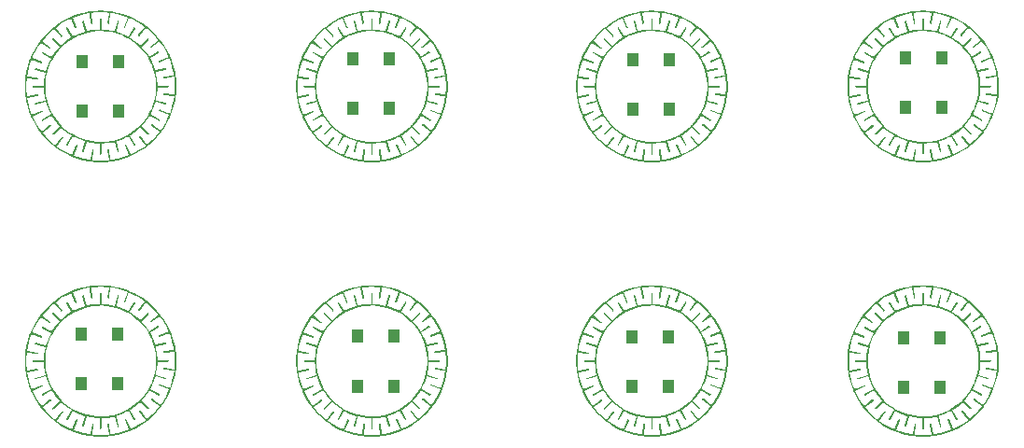
<source format=gbr>
G04 #@! TF.GenerationSoftware,KiCad,Pcbnew,(5.1.5)-3*
G04 #@! TF.CreationDate,2020-07-03T21:40:13-07:00*
G04 #@! TF.ProjectId,Sparkfun_buttons,53706172-6b66-4756-9e5f-627574746f6e,rev?*
G04 #@! TF.SameCoordinates,Original*
G04 #@! TF.FileFunction,Paste,Top*
G04 #@! TF.FilePolarity,Positive*
%FSLAX46Y46*%
G04 Gerber Fmt 4.6, Leading zero omitted, Abs format (unit mm)*
G04 Created by KiCad (PCBNEW (5.1.5)-3) date 2020-07-03 21:40:13*
%MOMM*%
%LPD*%
G04 APERTURE LIST*
%ADD10C,0.100000*%
%ADD11R,1.100000X1.200000*%
G04 APERTURE END LIST*
D10*
G36*
X92371441Y-37803612D02*
G01*
X92378682Y-37804733D01*
X92385779Y-37806555D01*
X92392665Y-37809061D01*
X92399273Y-37812227D01*
X92405540Y-37816023D01*
X92411408Y-37820413D01*
X92416819Y-37825353D01*
X92421722Y-37830799D01*
X92426070Y-37836697D01*
X92429822Y-37842991D01*
X92432942Y-37849621D01*
X92435400Y-37856524D01*
X92437173Y-37863633D01*
X92438243Y-37870882D01*
X92438601Y-37878201D01*
X92438601Y-38805341D01*
X92478083Y-38804467D01*
X92934890Y-38834831D01*
X93387226Y-38905449D01*
X93628319Y-38965308D01*
X93870178Y-38066708D01*
X93870457Y-38065699D01*
X93872802Y-38058757D01*
X93875814Y-38052077D01*
X93879463Y-38045722D01*
X93883714Y-38039754D01*
X93888527Y-38034229D01*
X93893856Y-38029200D01*
X93899652Y-38024716D01*
X93905856Y-38020819D01*
X93912412Y-38017545D01*
X93919256Y-38014927D01*
X93926322Y-38012989D01*
X93933545Y-38011750D01*
X93940852Y-38011221D01*
X93948177Y-38011408D01*
X93955450Y-38012310D01*
X93962599Y-38013916D01*
X93969557Y-38016213D01*
X93976258Y-38019177D01*
X93982638Y-38022781D01*
X93988636Y-38026991D01*
X93994194Y-38031765D01*
X93999259Y-38037060D01*
X94003784Y-38042824D01*
X94007725Y-38049001D01*
X94011045Y-38055534D01*
X94013710Y-38062359D01*
X94015697Y-38069412D01*
X94016987Y-38076625D01*
X94017567Y-38083930D01*
X94017431Y-38091255D01*
X94016580Y-38098533D01*
X94015024Y-38105694D01*
X93773928Y-39001460D01*
X93831551Y-39015767D01*
X94264387Y-39164924D01*
X94682347Y-39351751D01*
X94883257Y-39463829D01*
X95348668Y-38658668D01*
X95349198Y-38657765D01*
X95353256Y-38651664D01*
X95357891Y-38645988D01*
X95363057Y-38640791D01*
X95368705Y-38636123D01*
X95374782Y-38632028D01*
X95381229Y-38628546D01*
X95387986Y-38625711D01*
X95394986Y-38623548D01*
X95402165Y-38622079D01*
X95409453Y-38621316D01*
X95416780Y-38621269D01*
X95424078Y-38621936D01*
X95431274Y-38623312D01*
X95438302Y-38625385D01*
X95445095Y-38628134D01*
X95451587Y-38631532D01*
X95457716Y-38635548D01*
X95463424Y-38640142D01*
X95468657Y-38645271D01*
X95473364Y-38650887D01*
X95477501Y-38656935D01*
X95481027Y-38663357D01*
X95483910Y-38670095D01*
X95486123Y-38677080D01*
X95487642Y-38684248D01*
X95488455Y-38691530D01*
X95488554Y-38698857D01*
X95487937Y-38706159D01*
X95486610Y-38713365D01*
X95484588Y-38720407D01*
X95481886Y-38727219D01*
X95478534Y-38733734D01*
X95014269Y-39536913D01*
X95082159Y-39574786D01*
X95460695Y-39832283D01*
X95814992Y-40122229D01*
X95965901Y-40269835D01*
X96610568Y-39625168D01*
X96611313Y-39624433D01*
X96616809Y-39619587D01*
X96622753Y-39615301D01*
X96629086Y-39611615D01*
X96635748Y-39608565D01*
X96642677Y-39606179D01*
X96649804Y-39604481D01*
X96657064Y-39603487D01*
X96664386Y-39603206D01*
X96671701Y-39603640D01*
X96678938Y-39604787D01*
X96686029Y-39606634D01*
X96692906Y-39609164D01*
X96699503Y-39612352D01*
X96705757Y-39616170D01*
X96711609Y-39620581D01*
X96717003Y-39625540D01*
X96721887Y-39631003D01*
X96726214Y-39636916D01*
X96729944Y-39643222D01*
X96733041Y-39649863D01*
X96735475Y-39656775D01*
X96737222Y-39663890D01*
X96738268Y-39671144D01*
X96738601Y-39678463D01*
X96738217Y-39685781D01*
X96737121Y-39693026D01*
X96735323Y-39700129D01*
X96732841Y-39707024D01*
X96729698Y-39713643D01*
X96725925Y-39719923D01*
X96721556Y-39725806D01*
X96716634Y-39731234D01*
X96073140Y-40374728D01*
X96142278Y-40442352D01*
X96439990Y-40790148D01*
X96705799Y-41162895D01*
X96775813Y-41282124D01*
X97523851Y-40814601D01*
X97524743Y-40814052D01*
X97531188Y-40810566D01*
X97537942Y-40807727D01*
X97544943Y-40805559D01*
X97552120Y-40804085D01*
X97559408Y-40803318D01*
X97566735Y-40803266D01*
X97574032Y-40803930D01*
X97581229Y-40805302D01*
X97588259Y-40807371D01*
X97595053Y-40810115D01*
X97601547Y-40813509D01*
X97607680Y-40817521D01*
X97613390Y-40822111D01*
X97618626Y-40827237D01*
X97623336Y-40832851D01*
X97627477Y-40838897D01*
X97631007Y-40845317D01*
X97633895Y-40852052D01*
X97636111Y-40859036D01*
X97637635Y-40866203D01*
X97638453Y-40873485D01*
X97638555Y-40880811D01*
X97637943Y-40888114D01*
X97636621Y-40895320D01*
X97634602Y-40902365D01*
X97631905Y-40909178D01*
X97628556Y-40915695D01*
X97624587Y-40921855D01*
X97620036Y-40927598D01*
X97614948Y-40932869D01*
X97609368Y-40937618D01*
X97603351Y-40941801D01*
X96851798Y-41411521D01*
X96937624Y-41557676D01*
X97133651Y-41971401D01*
X97292346Y-42400831D01*
X97316880Y-42491059D01*
X98248892Y-42304657D01*
X98249920Y-42304459D01*
X98257182Y-42303476D01*
X98264504Y-42303207D01*
X98271819Y-42303653D01*
X98279054Y-42304810D01*
X98286142Y-42306668D01*
X98293015Y-42309209D01*
X98299606Y-42312409D01*
X98305854Y-42316236D01*
X98311700Y-42320656D01*
X98317085Y-42325624D01*
X98321961Y-42331094D01*
X98326280Y-42337014D01*
X98330000Y-42343326D01*
X98333086Y-42349972D01*
X98335509Y-42356888D01*
X98337245Y-42364006D01*
X98338279Y-42371261D01*
X98338600Y-42378581D01*
X98338205Y-42385897D01*
X98337098Y-42393141D01*
X98335290Y-42400242D01*
X98332797Y-42407131D01*
X98329643Y-42413746D01*
X98325860Y-42420021D01*
X98321481Y-42425897D01*
X98316550Y-42431317D01*
X98311114Y-42436231D01*
X98305225Y-42440590D01*
X98298938Y-42444354D01*
X98292315Y-42447487D01*
X98285416Y-42449958D01*
X98278310Y-42451745D01*
X97356328Y-42636141D01*
X97412467Y-42842607D01*
X97493074Y-43293270D01*
X97533536Y-43749293D01*
X97533536Y-43903201D01*
X98463601Y-43903201D01*
X98464648Y-43903208D01*
X98471961Y-43903668D01*
X98479194Y-43904840D01*
X98486279Y-43906712D01*
X98493147Y-43909266D01*
X98499733Y-43912478D01*
X98505974Y-43916317D01*
X98511810Y-43920748D01*
X98517186Y-43925726D01*
X98522051Y-43931206D01*
X98526358Y-43937134D01*
X98530066Y-43943454D01*
X98533140Y-43950106D01*
X98535550Y-43957025D01*
X98537273Y-43964147D01*
X98538292Y-43971404D01*
X98538599Y-43978725D01*
X98538190Y-43986041D01*
X98537069Y-43993282D01*
X98535247Y-44000379D01*
X98532741Y-44007265D01*
X98529575Y-44013873D01*
X98525779Y-44020140D01*
X98521389Y-44026008D01*
X98516449Y-44031419D01*
X98511003Y-44036322D01*
X98505105Y-44040670D01*
X98498811Y-44044422D01*
X98492181Y-44047542D01*
X98485278Y-44050000D01*
X98478169Y-44051773D01*
X98470920Y-44052843D01*
X98463601Y-44053201D01*
X97533536Y-44053201D01*
X97533536Y-44207109D01*
X97493074Y-44663132D01*
X97412467Y-45113795D01*
X97377063Y-45244002D01*
X98275023Y-45484759D01*
X98276033Y-45485037D01*
X98282977Y-45487376D01*
X98289660Y-45490381D01*
X98296018Y-45494024D01*
X98301991Y-45498269D01*
X98307520Y-45503077D01*
X98312554Y-45508401D01*
X98317043Y-45514193D01*
X98320947Y-45520393D01*
X98324227Y-45526946D01*
X98326852Y-45533787D01*
X98328797Y-45540852D01*
X98330043Y-45548073D01*
X98330579Y-45555380D01*
X98330399Y-45562705D01*
X98329504Y-45569978D01*
X98327904Y-45577129D01*
X98325615Y-45584090D01*
X98322657Y-45590793D01*
X98319059Y-45597176D01*
X98314855Y-45603179D01*
X98310086Y-45608741D01*
X98304796Y-45613811D01*
X98299037Y-45618342D01*
X98292864Y-45622289D01*
X98286334Y-45625615D01*
X98279511Y-45628287D01*
X98272460Y-45630281D01*
X98265248Y-45631578D01*
X98257944Y-45632164D01*
X98250619Y-45632036D01*
X98243340Y-45631192D01*
X98236178Y-45629642D01*
X97337706Y-45388747D01*
X97292346Y-45555571D01*
X97133651Y-45985001D01*
X96937624Y-46398726D01*
X96879065Y-46498448D01*
X97684102Y-46963250D01*
X97685005Y-46963779D01*
X97691108Y-46967834D01*
X97696786Y-46972466D01*
X97701986Y-46977629D01*
X97706657Y-46983275D01*
X97710754Y-46989350D01*
X97714240Y-46995795D01*
X97717078Y-47002551D01*
X97719245Y-47009550D01*
X97720718Y-47016728D01*
X97721484Y-47024015D01*
X97721535Y-47031343D01*
X97720871Y-47038640D01*
X97719498Y-47045837D01*
X97717430Y-47052867D01*
X97714683Y-47059661D01*
X97711289Y-47066155D01*
X97707276Y-47072286D01*
X97702685Y-47077996D01*
X97697559Y-47083231D01*
X97691945Y-47087942D01*
X97685899Y-47092081D01*
X97679478Y-47095611D01*
X97672742Y-47098497D01*
X97665759Y-47100713D01*
X97658591Y-47102236D01*
X97651309Y-47103053D01*
X97643982Y-47103155D01*
X97636681Y-47102542D01*
X97629473Y-47101219D01*
X97622430Y-47099200D01*
X97615618Y-47096502D01*
X97609100Y-47093152D01*
X96803107Y-46627798D01*
X96705799Y-46793507D01*
X96439990Y-47166254D01*
X96142278Y-47514050D01*
X96073140Y-47581674D01*
X96716634Y-48225168D01*
X96717369Y-48225913D01*
X96722215Y-48231409D01*
X96726501Y-48237353D01*
X96730187Y-48243686D01*
X96733237Y-48250348D01*
X96735623Y-48257277D01*
X96737321Y-48264404D01*
X96738315Y-48271664D01*
X96738596Y-48278986D01*
X96738162Y-48286301D01*
X96737015Y-48293538D01*
X96735168Y-48300629D01*
X96732638Y-48307506D01*
X96729450Y-48314103D01*
X96725632Y-48320357D01*
X96721221Y-48326209D01*
X96716262Y-48331603D01*
X96710799Y-48336487D01*
X96704886Y-48340814D01*
X96698580Y-48344544D01*
X96691939Y-48347641D01*
X96685027Y-48350075D01*
X96677912Y-48351822D01*
X96670658Y-48352868D01*
X96663339Y-48353201D01*
X96656021Y-48352817D01*
X96648776Y-48351721D01*
X96641673Y-48349923D01*
X96634778Y-48347441D01*
X96628159Y-48344298D01*
X96621879Y-48340525D01*
X96615996Y-48336156D01*
X96610568Y-48331234D01*
X95965901Y-47686567D01*
X95814992Y-47834173D01*
X95460695Y-48124119D01*
X95082159Y-48381616D01*
X95014269Y-48419489D01*
X95478534Y-49222668D01*
X95479052Y-49223578D01*
X95482313Y-49230139D01*
X95484918Y-49236988D01*
X95486843Y-49244059D01*
X95488069Y-49251283D01*
X95488584Y-49258592D01*
X95488384Y-49265917D01*
X95487468Y-49273187D01*
X95485848Y-49280332D01*
X95483539Y-49287287D01*
X95480562Y-49293982D01*
X95476946Y-49300355D01*
X95472725Y-49306346D01*
X95467941Y-49311895D01*
X95462637Y-49316951D01*
X95456864Y-49321465D01*
X95450680Y-49325394D01*
X95444141Y-49328701D01*
X95437311Y-49331354D01*
X95430255Y-49333329D01*
X95423039Y-49334605D01*
X95415734Y-49335171D01*
X95408408Y-49335021D01*
X95401131Y-49334157D01*
X95393974Y-49332588D01*
X95387004Y-49330326D01*
X95380288Y-49327396D01*
X95373890Y-49323825D01*
X95367870Y-49319646D01*
X95362288Y-49314900D01*
X95357195Y-49309632D01*
X95352641Y-49303892D01*
X95348668Y-49297734D01*
X94883257Y-48492573D01*
X94682347Y-48604651D01*
X94264387Y-48791478D01*
X93831551Y-48940635D01*
X93773446Y-48955061D01*
X94015155Y-49878204D01*
X94015414Y-49879218D01*
X94016821Y-49886410D01*
X94017519Y-49893704D01*
X94017503Y-49901032D01*
X94016772Y-49908323D01*
X94015333Y-49915507D01*
X94013200Y-49922517D01*
X94010391Y-49929285D01*
X94006938Y-49935747D01*
X94002868Y-49941841D01*
X93998225Y-49947509D01*
X93993050Y-49952697D01*
X93987394Y-49957356D01*
X93981311Y-49961440D01*
X93974857Y-49964911D01*
X93968095Y-49967735D01*
X93961091Y-49969886D01*
X93953910Y-49971343D01*
X93946621Y-49972093D01*
X93939294Y-49972128D01*
X93931998Y-49971448D01*
X93924803Y-49970059D01*
X93917779Y-49967974D01*
X93910990Y-49965214D01*
X93904505Y-49961805D01*
X93898382Y-49957779D01*
X93892682Y-49953175D01*
X93887458Y-49948036D01*
X93882760Y-49942413D01*
X93878634Y-49936357D01*
X93875118Y-49929929D01*
X93872247Y-49923188D01*
X93870047Y-49916198D01*
X93627855Y-48991209D01*
X93387226Y-49050953D01*
X92934890Y-49121571D01*
X92478083Y-49151935D01*
X92438601Y-49151061D01*
X92438601Y-50078201D01*
X92438594Y-50079248D01*
X92438134Y-50086561D01*
X92436962Y-50093794D01*
X92435090Y-50100879D01*
X92432536Y-50107747D01*
X92429324Y-50114333D01*
X92425485Y-50120574D01*
X92421054Y-50126410D01*
X92416076Y-50131786D01*
X92410596Y-50136651D01*
X92404668Y-50140958D01*
X92398348Y-50144666D01*
X92391696Y-50147740D01*
X92384777Y-50150150D01*
X92377655Y-50151873D01*
X92370398Y-50152892D01*
X92363077Y-50153199D01*
X92355761Y-50152790D01*
X92348520Y-50151669D01*
X92341423Y-50149847D01*
X92334537Y-50147341D01*
X92327929Y-50144175D01*
X92321662Y-50140379D01*
X92315794Y-50135989D01*
X92310383Y-50131049D01*
X92305480Y-50125603D01*
X92301132Y-50119705D01*
X92297380Y-50113411D01*
X92294260Y-50106781D01*
X92291802Y-50099878D01*
X92290029Y-50092769D01*
X92288959Y-50085520D01*
X92288601Y-50078201D01*
X92288601Y-49147742D01*
X92020380Y-49141807D01*
X91565363Y-49091267D01*
X91116593Y-49000710D01*
X91097792Y-48995148D01*
X90857024Y-49889694D01*
X90856745Y-49890703D01*
X90854400Y-49897645D01*
X90851388Y-49904325D01*
X90847739Y-49910680D01*
X90843488Y-49916648D01*
X90838675Y-49922173D01*
X90833346Y-49927202D01*
X90827550Y-49931685D01*
X90821346Y-49935583D01*
X90814790Y-49938856D01*
X90807946Y-49941475D01*
X90800880Y-49943413D01*
X90793657Y-49944652D01*
X90786350Y-49945181D01*
X90779025Y-49944994D01*
X90771752Y-49944092D01*
X90764603Y-49942486D01*
X90757645Y-49940189D01*
X90750944Y-49937225D01*
X90744564Y-49933621D01*
X90738566Y-49929411D01*
X90733008Y-49924637D01*
X90727943Y-49919342D01*
X90723418Y-49913578D01*
X90719477Y-49907401D01*
X90716157Y-49900868D01*
X90713492Y-49894043D01*
X90711505Y-49886990D01*
X90710215Y-49879777D01*
X90709635Y-49872472D01*
X90709771Y-49865147D01*
X90710622Y-49857869D01*
X90712178Y-49850708D01*
X90953909Y-48952586D01*
X90677583Y-48870845D01*
X90251768Y-48702689D01*
X89842482Y-48497557D01*
X89841437Y-48496912D01*
X89378534Y-49297734D01*
X89378004Y-49298637D01*
X89373946Y-49304738D01*
X89369311Y-49310414D01*
X89364145Y-49315611D01*
X89358497Y-49320279D01*
X89352420Y-49324374D01*
X89345973Y-49327856D01*
X89339216Y-49330691D01*
X89332216Y-49332854D01*
X89325037Y-49334324D01*
X89317749Y-49335086D01*
X89310422Y-49335133D01*
X89303124Y-49334466D01*
X89295928Y-49333090D01*
X89288900Y-49331017D01*
X89282107Y-49328268D01*
X89275615Y-49324870D01*
X89269486Y-49320854D01*
X89263778Y-49316260D01*
X89258545Y-49311131D01*
X89253838Y-49305515D01*
X89249701Y-49299467D01*
X89246175Y-49293045D01*
X89243292Y-49286307D01*
X89241079Y-49279322D01*
X89239560Y-49272154D01*
X89238747Y-49264872D01*
X89238648Y-49257545D01*
X89239265Y-49250243D01*
X89240592Y-49243037D01*
X89242614Y-49235995D01*
X89245316Y-49229183D01*
X89248668Y-49222668D01*
X89713748Y-48418080D01*
X89452926Y-48257055D01*
X89086150Y-47983066D01*
X88758275Y-47689593D01*
X88103634Y-48344234D01*
X88102889Y-48344969D01*
X88097392Y-48349815D01*
X88091449Y-48354101D01*
X88085116Y-48357787D01*
X88078453Y-48360838D01*
X88071525Y-48363223D01*
X88064397Y-48364922D01*
X88057137Y-48365915D01*
X88049816Y-48366197D01*
X88042501Y-48365762D01*
X88035264Y-48364616D01*
X88028173Y-48362769D01*
X88021296Y-48360239D01*
X88014699Y-48357050D01*
X88008445Y-48353233D01*
X88002593Y-48348822D01*
X87997199Y-48343862D01*
X87992315Y-48338400D01*
X87987987Y-48332487D01*
X87984257Y-48326180D01*
X87981160Y-48319539D01*
X87978726Y-48312628D01*
X87976979Y-48305512D01*
X87975934Y-48298259D01*
X87975601Y-48290939D01*
X87975985Y-48283622D01*
X87977081Y-48276377D01*
X87978878Y-48269273D01*
X87981360Y-48262379D01*
X87984503Y-48255759D01*
X87988277Y-48249479D01*
X87992646Y-48243596D01*
X87997568Y-48238168D01*
X88654618Y-47581118D01*
X88432220Y-47343446D01*
X88150184Y-46982821D01*
X87921369Y-46629907D01*
X87118069Y-47093171D01*
X87117159Y-47093688D01*
X87110594Y-47096943D01*
X87103743Y-47099541D01*
X87096670Y-47101459D01*
X87089445Y-47102678D01*
X87082135Y-47103186D01*
X87074810Y-47102978D01*
X87067541Y-47102055D01*
X87060397Y-47100428D01*
X87053445Y-47098112D01*
X87046753Y-47095128D01*
X87040383Y-47091506D01*
X87034397Y-47087279D01*
X87028853Y-47082489D01*
X87023802Y-47077180D01*
X87019294Y-47071403D01*
X87015371Y-47065214D01*
X87012070Y-47058672D01*
X87009424Y-47051840D01*
X87007457Y-47044782D01*
X87006187Y-47037565D01*
X87005629Y-47030259D01*
X87005786Y-47022933D01*
X87006658Y-47015657D01*
X87008234Y-47008502D01*
X87010502Y-47001534D01*
X87013439Y-46994821D01*
X87017017Y-46988426D01*
X87021202Y-46982411D01*
X87025954Y-46976833D01*
X87031226Y-46971746D01*
X87036971Y-46967197D01*
X87043133Y-46963231D01*
X87848311Y-46498884D01*
X87686987Y-46194032D01*
X87509452Y-45772042D01*
X87386726Y-45388564D01*
X86491094Y-45629624D01*
X86490081Y-45629889D01*
X86482900Y-45631345D01*
X86475611Y-45632094D01*
X86468282Y-45632127D01*
X86460987Y-45631446D01*
X86453792Y-45630056D01*
X86446768Y-45627971D01*
X86439981Y-45625209D01*
X86433496Y-45621800D01*
X86427374Y-45617772D01*
X86421674Y-45613167D01*
X86416451Y-45608028D01*
X86411754Y-45602404D01*
X86407628Y-45596349D01*
X86404113Y-45589920D01*
X86401243Y-45583177D01*
X86399044Y-45576187D01*
X86397538Y-45569016D01*
X86396738Y-45561733D01*
X86396653Y-45554406D01*
X86397283Y-45547105D01*
X86398623Y-45539902D01*
X86400660Y-45532863D01*
X86403374Y-45526056D01*
X86406738Y-45519547D01*
X86410722Y-45513397D01*
X86415287Y-45507666D01*
X86420390Y-45502407D01*
X86425981Y-45497671D01*
X86432008Y-45493503D01*
X86438412Y-45489944D01*
X86445134Y-45487026D01*
X86452108Y-45484778D01*
X87349068Y-45243360D01*
X87269445Y-44889356D01*
X87208852Y-44435568D01*
X87191922Y-44053201D01*
X86263601Y-44053201D01*
X86262554Y-44053194D01*
X86255241Y-44052734D01*
X86248008Y-44051562D01*
X86240923Y-44049690D01*
X86234055Y-44047136D01*
X86227469Y-44043924D01*
X86221228Y-44040085D01*
X86215392Y-44035654D01*
X86210016Y-44030676D01*
X86205151Y-44025196D01*
X86200844Y-44019268D01*
X86197136Y-44012948D01*
X86194062Y-44006296D01*
X86191652Y-43999377D01*
X86189929Y-43992255D01*
X86188910Y-43984998D01*
X86188625Y-43978201D01*
X87338601Y-43978201D01*
X87358265Y-44422311D01*
X87417102Y-44862945D01*
X87514652Y-45296655D01*
X87650152Y-45720046D01*
X87822541Y-46129805D01*
X88030470Y-46522725D01*
X88272312Y-46895731D01*
X88546173Y-47245902D01*
X88849911Y-47570500D01*
X89181149Y-47866983D01*
X89537293Y-48133031D01*
X89915557Y-48366561D01*
X90312981Y-48565747D01*
X90726453Y-48729030D01*
X91152738Y-48855130D01*
X91588500Y-48943062D01*
X92030328Y-48992137D01*
X92474764Y-49001971D01*
X92918331Y-48972488D01*
X93357556Y-48903917D01*
X93789001Y-48796796D01*
X94209292Y-48651963D01*
X94615137Y-48470551D01*
X95003360Y-48253981D01*
X95370924Y-48003947D01*
X95714952Y-47722406D01*
X95896553Y-47544779D01*
X95897752Y-47542299D01*
X95901569Y-47536045D01*
X95905980Y-47530193D01*
X95910940Y-47524799D01*
X95916402Y-47519915D01*
X95922315Y-47515587D01*
X95928622Y-47511857D01*
X95931661Y-47510440D01*
X96032751Y-47411562D01*
X96321834Y-47073846D01*
X96579938Y-46711904D01*
X96805043Y-46328566D01*
X96995389Y-45926833D01*
X97149484Y-45509850D01*
X97266123Y-45080880D01*
X97344394Y-44643279D01*
X97383683Y-44200474D01*
X97383683Y-43755928D01*
X97344394Y-43313123D01*
X97266123Y-42875522D01*
X97149484Y-42446552D01*
X96995389Y-42029569D01*
X96805043Y-41627836D01*
X96579938Y-41244498D01*
X96321834Y-40882556D01*
X96032751Y-40544840D01*
X95931667Y-40445968D01*
X95927699Y-40444050D01*
X95921445Y-40440233D01*
X95915593Y-40435822D01*
X95910199Y-40430862D01*
X95905315Y-40425400D01*
X95900987Y-40419487D01*
X95897257Y-40413180D01*
X95896512Y-40411583D01*
X95714952Y-40233996D01*
X95370924Y-39952455D01*
X95003360Y-39702421D01*
X94615137Y-39485851D01*
X94209292Y-39304439D01*
X93789001Y-39159606D01*
X93357556Y-39052485D01*
X92918331Y-38983914D01*
X92474764Y-38954431D01*
X92030328Y-38964265D01*
X91588500Y-39013340D01*
X91152738Y-39101272D01*
X90726453Y-39227372D01*
X90312981Y-39390655D01*
X89915557Y-39589841D01*
X89880861Y-39611262D01*
X89880309Y-39612478D01*
X89876646Y-39618824D01*
X89872381Y-39624783D01*
X89867556Y-39630296D01*
X89862215Y-39635312D01*
X89856409Y-39639783D01*
X89850195Y-39643667D01*
X89843632Y-39646926D01*
X89836782Y-39649528D01*
X89829712Y-39651450D01*
X89822487Y-39652673D01*
X89815177Y-39653184D01*
X89813052Y-39653125D01*
X89537293Y-39823371D01*
X89181149Y-40089419D01*
X88849911Y-40385902D01*
X88546173Y-40710500D01*
X88272312Y-41060671D01*
X88030470Y-41433677D01*
X87822541Y-41826597D01*
X87650152Y-42236356D01*
X87514652Y-42659747D01*
X87417102Y-43093457D01*
X87358265Y-43534091D01*
X87338601Y-43978201D01*
X86188625Y-43978201D01*
X86188603Y-43977677D01*
X86189012Y-43970361D01*
X86190133Y-43963120D01*
X86191955Y-43956023D01*
X86194461Y-43949137D01*
X86197627Y-43942529D01*
X86201423Y-43936262D01*
X86205813Y-43930394D01*
X86210753Y-43924983D01*
X86216199Y-43920080D01*
X86222097Y-43915732D01*
X86228391Y-43911980D01*
X86235021Y-43908860D01*
X86241924Y-43906402D01*
X86249033Y-43904629D01*
X86256282Y-43903559D01*
X86263601Y-43903201D01*
X87191922Y-43903201D01*
X87208852Y-43520834D01*
X87269445Y-43067046D01*
X87349266Y-42712165D01*
X86452178Y-42471642D01*
X86451169Y-42471365D01*
X86444224Y-42469026D01*
X86437542Y-42466021D01*
X86431183Y-42462378D01*
X86425211Y-42458133D01*
X86419681Y-42453325D01*
X86414647Y-42448001D01*
X86410158Y-42442209D01*
X86406255Y-42436009D01*
X86402975Y-42429456D01*
X86400350Y-42422615D01*
X86398405Y-42415550D01*
X86397159Y-42408329D01*
X86396623Y-42401022D01*
X86396803Y-42393697D01*
X86397698Y-42386423D01*
X86399297Y-42379273D01*
X86401587Y-42372312D01*
X86404545Y-42365609D01*
X86408143Y-42359225D01*
X86412346Y-42353223D01*
X86417116Y-42347661D01*
X86422405Y-42342591D01*
X86428165Y-42338060D01*
X86434338Y-42334112D01*
X86440868Y-42330787D01*
X86447690Y-42328115D01*
X86454741Y-42326121D01*
X86461953Y-42324824D01*
X86469257Y-42324238D01*
X86476583Y-42324366D01*
X86483862Y-42325210D01*
X86491024Y-42326760D01*
X87386999Y-42566985D01*
X87509452Y-42184360D01*
X87686987Y-41762370D01*
X87848328Y-41457487D01*
X87044100Y-40993152D01*
X87043197Y-40992623D01*
X87037094Y-40988568D01*
X87031416Y-40983936D01*
X87026216Y-40978773D01*
X87021545Y-40973127D01*
X87017448Y-40967052D01*
X87013962Y-40960607D01*
X87011124Y-40953851D01*
X87008957Y-40946852D01*
X87007484Y-40939674D01*
X87006718Y-40932387D01*
X87006667Y-40925059D01*
X87007331Y-40917762D01*
X87008704Y-40910565D01*
X87010772Y-40903535D01*
X87013519Y-40896741D01*
X87016913Y-40890247D01*
X87020926Y-40884116D01*
X87025517Y-40878406D01*
X87030643Y-40873171D01*
X87036257Y-40868460D01*
X87042303Y-40864321D01*
X87048724Y-40860791D01*
X87055460Y-40857905D01*
X87062443Y-40855689D01*
X87069611Y-40854166D01*
X87076893Y-40853349D01*
X87084220Y-40853247D01*
X87091521Y-40853860D01*
X87098729Y-40855183D01*
X87105772Y-40857202D01*
X87112584Y-40859900D01*
X87119102Y-40863250D01*
X87921389Y-41326464D01*
X88150184Y-40973581D01*
X88432220Y-40612956D01*
X88654618Y-40375284D01*
X87997568Y-39718234D01*
X87996833Y-39717489D01*
X87991987Y-39711992D01*
X87987701Y-39706049D01*
X87984015Y-39699716D01*
X87980964Y-39693053D01*
X87978579Y-39686125D01*
X87976880Y-39678997D01*
X87975887Y-39671737D01*
X87975605Y-39664416D01*
X87976040Y-39657101D01*
X87977186Y-39649864D01*
X87979033Y-39642773D01*
X87981563Y-39635896D01*
X87984752Y-39629299D01*
X87988569Y-39623045D01*
X87992980Y-39617193D01*
X87997940Y-39611799D01*
X88003402Y-39606915D01*
X88009315Y-39602587D01*
X88015622Y-39598857D01*
X88022263Y-39595760D01*
X88029174Y-39593326D01*
X88036290Y-39591579D01*
X88043543Y-39590534D01*
X88050863Y-39590201D01*
X88058180Y-39590585D01*
X88065425Y-39591681D01*
X88072529Y-39593478D01*
X88079423Y-39595960D01*
X88086043Y-39599103D01*
X88092323Y-39602877D01*
X88098206Y-39607246D01*
X88103634Y-39612168D01*
X88758275Y-40266809D01*
X89086150Y-39973336D01*
X89452926Y-39699347D01*
X89707037Y-39542466D01*
X89248392Y-38735252D01*
X89247881Y-38734338D01*
X89244668Y-38727752D01*
X89242114Y-38720885D01*
X89240241Y-38713800D01*
X89239069Y-38706567D01*
X89238608Y-38699254D01*
X89238863Y-38691931D01*
X89239832Y-38684668D01*
X89241505Y-38677534D01*
X89243866Y-38670597D01*
X89246892Y-38663924D01*
X89250556Y-38657578D01*
X89254821Y-38651619D01*
X89259646Y-38646106D01*
X89264987Y-38641089D01*
X89270793Y-38636618D01*
X89277007Y-38632735D01*
X89283570Y-38629476D01*
X89290419Y-38626874D01*
X89297490Y-38624952D01*
X89304715Y-38623729D01*
X89312024Y-38623217D01*
X89319349Y-38623422D01*
X89326619Y-38624340D01*
X89333764Y-38625962D01*
X89340718Y-38628275D01*
X89347412Y-38631255D01*
X89353783Y-38634874D01*
X89359771Y-38639097D01*
X89365318Y-38643884D01*
X89370372Y-38649189D01*
X89374883Y-38654964D01*
X89378810Y-38661150D01*
X89834756Y-39463615D01*
X89842482Y-39458845D01*
X90251768Y-39253713D01*
X90677583Y-39085557D01*
X90953909Y-39003816D01*
X90712178Y-38105694D01*
X90711913Y-38104681D01*
X90710457Y-38097500D01*
X90709708Y-38090211D01*
X90709675Y-38082882D01*
X90710356Y-38075587D01*
X90711746Y-38068392D01*
X90713831Y-38061368D01*
X90716593Y-38054581D01*
X90720002Y-38048096D01*
X90724030Y-38041974D01*
X90728635Y-38036274D01*
X90733774Y-38031051D01*
X90739398Y-38026354D01*
X90745453Y-38022228D01*
X90751882Y-38018713D01*
X90758625Y-38015843D01*
X90765615Y-38013644D01*
X90772786Y-38012138D01*
X90780069Y-38011338D01*
X90787396Y-38011253D01*
X90794697Y-38011883D01*
X90801900Y-38013223D01*
X90808939Y-38015260D01*
X90815746Y-38017974D01*
X90822255Y-38021338D01*
X90828405Y-38025322D01*
X90834136Y-38029887D01*
X90839395Y-38034990D01*
X90844131Y-38040581D01*
X90848299Y-38046608D01*
X90851858Y-38053012D01*
X90854776Y-38059734D01*
X90857024Y-38066708D01*
X91097792Y-38961254D01*
X91116593Y-38955692D01*
X91565363Y-38865135D01*
X92020380Y-38814595D01*
X92288601Y-38808660D01*
X92288601Y-37878201D01*
X92288608Y-37877154D01*
X92289068Y-37869841D01*
X92290240Y-37862608D01*
X92292112Y-37855523D01*
X92294666Y-37848655D01*
X92297878Y-37842069D01*
X92301717Y-37835828D01*
X92306148Y-37829992D01*
X92311126Y-37824616D01*
X92316606Y-37819751D01*
X92322534Y-37815444D01*
X92328854Y-37811736D01*
X92335506Y-37808662D01*
X92342425Y-37806252D01*
X92349547Y-37804529D01*
X92356804Y-37803510D01*
X92364125Y-37803203D01*
X92371441Y-37803612D01*
G37*
G36*
X92365949Y-37103291D02*
G01*
X92367281Y-37103291D01*
X92368136Y-37103375D01*
X92889877Y-37123374D01*
X93174313Y-37156211D01*
X93180436Y-37154894D01*
X93187716Y-37154060D01*
X93195044Y-37153941D01*
X93202347Y-37154537D01*
X93209557Y-37155843D01*
X93216605Y-37157846D01*
X93223424Y-37160527D01*
X93226844Y-37162275D01*
X93413065Y-37183773D01*
X93930094Y-37284045D01*
X94437930Y-37423601D01*
X94933593Y-37601622D01*
X94936290Y-37602831D01*
X94939147Y-37603847D01*
X94945779Y-37606963D01*
X94946607Y-37607456D01*
X95414175Y-37817063D01*
X95876854Y-38068660D01*
X96318917Y-38354937D01*
X96476904Y-38475365D01*
X96481928Y-38476973D01*
X96488655Y-38479877D01*
X96495067Y-38483425D01*
X96501103Y-38487581D01*
X96506703Y-38492305D01*
X96511816Y-38497554D01*
X96516393Y-38503276D01*
X96519220Y-38507621D01*
X96737768Y-38674213D01*
X97130949Y-39024615D01*
X97496154Y-39404087D01*
X97767214Y-39732767D01*
X97771032Y-39735795D01*
X97776300Y-39740889D01*
X97781046Y-39746471D01*
X97785225Y-39752490D01*
X97788796Y-39758888D01*
X97788840Y-39758990D01*
X97831239Y-39810401D01*
X98134238Y-40241174D01*
X98403373Y-40693877D01*
X98637063Y-41165854D01*
X98680430Y-41273454D01*
X98680535Y-41273570D01*
X98684906Y-41279451D01*
X98688682Y-41285731D01*
X98691829Y-41292349D01*
X98694314Y-41299242D01*
X98696114Y-41306344D01*
X98697213Y-41313589D01*
X98697305Y-41315323D01*
X98833939Y-41654335D01*
X98992844Y-42156453D01*
X99112846Y-42669262D01*
X99163353Y-42996258D01*
X99165906Y-43001227D01*
X99168603Y-43008040D01*
X99170621Y-43015085D01*
X99171943Y-43022292D01*
X99172555Y-43029594D01*
X99172452Y-43036921D01*
X99171634Y-43044202D01*
X99171127Y-43046587D01*
X99193240Y-43189752D01*
X99233556Y-43714870D01*
X99233556Y-44241532D01*
X99193240Y-44766650D01*
X99187468Y-44804018D01*
X99187563Y-44809572D01*
X99186974Y-44816876D01*
X99185675Y-44824087D01*
X99183679Y-44831137D01*
X99183020Y-44832818D01*
X99112846Y-45287140D01*
X98992844Y-45799949D01*
X98833939Y-46302067D01*
X98743544Y-46526353D01*
X98743247Y-46532483D01*
X98742180Y-46539732D01*
X98740410Y-46546843D01*
X98737955Y-46553747D01*
X98734839Y-46560379D01*
X98731090Y-46566674D01*
X98726745Y-46572574D01*
X98723428Y-46576263D01*
X98637063Y-46790548D01*
X98403373Y-47262525D01*
X98134238Y-47715228D01*
X97862909Y-48100976D01*
X97861925Y-48103255D01*
X97858377Y-48109667D01*
X97854221Y-48115703D01*
X97849497Y-48121303D01*
X97846683Y-48124044D01*
X97831239Y-48146001D01*
X97496154Y-48552315D01*
X97130949Y-48931787D01*
X96737768Y-49282189D01*
X96611496Y-49378442D01*
X96610561Y-49379891D01*
X96606007Y-49385632D01*
X96600913Y-49390900D01*
X96595331Y-49395646D01*
X96589312Y-49399825D01*
X96582914Y-49403396D01*
X96576198Y-49406326D01*
X96573965Y-49407050D01*
X96318917Y-49601465D01*
X95876854Y-49887742D01*
X95414175Y-50139339D01*
X95069783Y-50293727D01*
X95068232Y-50295135D01*
X95062351Y-50299506D01*
X95056071Y-50303282D01*
X95049453Y-50306429D01*
X95042560Y-50308914D01*
X95035458Y-50310714D01*
X95030066Y-50311532D01*
X94933593Y-50354780D01*
X94437930Y-50532801D01*
X93930094Y-50672357D01*
X93413065Y-50772629D01*
X93226081Y-50794215D01*
X93222401Y-50796027D01*
X93215543Y-50798607D01*
X93208464Y-50800504D01*
X93201236Y-50801702D01*
X93193924Y-50802189D01*
X93186601Y-50801961D01*
X93179334Y-50801019D01*
X93175269Y-50800081D01*
X92889877Y-50833028D01*
X92363601Y-50853201D01*
X91837325Y-50833028D01*
X91551976Y-50800086D01*
X91546836Y-50801197D01*
X91539557Y-50802038D01*
X91532230Y-50802163D01*
X91524926Y-50801574D01*
X91517715Y-50800275D01*
X91510665Y-50798279D01*
X91503843Y-50795604D01*
X91501118Y-50794215D01*
X91314137Y-50772629D01*
X90797108Y-50672357D01*
X90289272Y-50532801D01*
X89793609Y-50354780D01*
X89790911Y-50353571D01*
X89787990Y-50352529D01*
X89781362Y-50349407D01*
X89780572Y-50348936D01*
X89313027Y-50139339D01*
X88850348Y-49887742D01*
X88408285Y-49601465D01*
X88250298Y-49481037D01*
X88245274Y-49479429D01*
X88238547Y-49476525D01*
X88232135Y-49472977D01*
X88226099Y-49468821D01*
X88220499Y-49464097D01*
X88215386Y-49458848D01*
X88210809Y-49453126D01*
X88207982Y-49448781D01*
X87989434Y-49282189D01*
X87596253Y-48931787D01*
X87231048Y-48552315D01*
X86959990Y-48223639D01*
X86956170Y-48220607D01*
X86950902Y-48215513D01*
X86946156Y-48209931D01*
X86941977Y-48203912D01*
X86938405Y-48197514D01*
X86938360Y-48197410D01*
X86895963Y-48146001D01*
X86592964Y-47715228D01*
X86323829Y-47262525D01*
X86090139Y-46790548D01*
X86046772Y-46682948D01*
X86046667Y-46682832D01*
X86042295Y-46676951D01*
X86038519Y-46670671D01*
X86035373Y-46664054D01*
X86032888Y-46657160D01*
X86031087Y-46650058D01*
X86029988Y-46642814D01*
X86029896Y-46641076D01*
X85893263Y-46302067D01*
X85734358Y-45799949D01*
X85614356Y-45287140D01*
X85563849Y-44960145D01*
X85561295Y-44955175D01*
X85558599Y-44948362D01*
X85556581Y-44941317D01*
X85555259Y-44934110D01*
X85554646Y-44926808D01*
X85554750Y-44919481D01*
X85555567Y-44912200D01*
X85556075Y-44909814D01*
X85533962Y-44766650D01*
X85493646Y-44241532D01*
X85493646Y-43720615D01*
X85643536Y-43720615D01*
X85643536Y-44235787D01*
X85682972Y-44749447D01*
X85696809Y-44839029D01*
X86609173Y-44710930D01*
X86610210Y-44710791D01*
X86617516Y-44710230D01*
X86624842Y-44710385D01*
X86632118Y-44711253D01*
X86639275Y-44712828D01*
X86646243Y-44715093D01*
X86652958Y-44718027D01*
X86659353Y-44721603D01*
X86665369Y-44725785D01*
X86670949Y-44730536D01*
X86676038Y-44735807D01*
X86680589Y-44741550D01*
X86684558Y-44747710D01*
X86687906Y-44754227D01*
X86690603Y-44761040D01*
X86692621Y-44768085D01*
X86693943Y-44775292D01*
X86694555Y-44782594D01*
X86694452Y-44789921D01*
X86693634Y-44797202D01*
X86692110Y-44804370D01*
X86689894Y-44811354D01*
X86687006Y-44818087D01*
X86683474Y-44824509D01*
X86679335Y-44830554D01*
X86674623Y-44836167D01*
X86669387Y-44841293D01*
X86663676Y-44845883D01*
X86657544Y-44849895D01*
X86651050Y-44853289D01*
X86644257Y-44856033D01*
X86637227Y-44858100D01*
X86630029Y-44859473D01*
X85719709Y-44987286D01*
X85761613Y-45258581D01*
X85878996Y-45760202D01*
X86034434Y-46251365D01*
X86148730Y-46534953D01*
X86995265Y-46175176D01*
X86996231Y-46174773D01*
X87003142Y-46172336D01*
X87010257Y-46170586D01*
X87017510Y-46169537D01*
X87024829Y-46169202D01*
X87032147Y-46169582D01*
X87039392Y-46170674D01*
X87046497Y-46172469D01*
X87053391Y-46174948D01*
X87060012Y-46178088D01*
X87066295Y-46181859D01*
X87072179Y-46186225D01*
X87077610Y-46191145D01*
X87082535Y-46196570D01*
X87086906Y-46202451D01*
X87090682Y-46208731D01*
X87093829Y-46215349D01*
X87096314Y-46222242D01*
X87098114Y-46229344D01*
X87099213Y-46236589D01*
X87099600Y-46243906D01*
X87099271Y-46251226D01*
X87098229Y-46258479D01*
X87096484Y-46265596D01*
X87094054Y-46272508D01*
X87090960Y-46279151D01*
X87087232Y-46285459D01*
X87082907Y-46291374D01*
X87078026Y-46296839D01*
X87072634Y-46301801D01*
X87066785Y-46306214D01*
X87060532Y-46310034D01*
X87053936Y-46313226D01*
X86204813Y-46674104D01*
X86227014Y-46729188D01*
X86455606Y-47190867D01*
X86718869Y-47633693D01*
X87015256Y-48055067D01*
X87018497Y-48058997D01*
X87747456Y-47490077D01*
X87748286Y-47489438D01*
X87754334Y-47485301D01*
X87760757Y-47481775D01*
X87767494Y-47478892D01*
X87774480Y-47476680D01*
X87781648Y-47475160D01*
X87788930Y-47474346D01*
X87796257Y-47474249D01*
X87803558Y-47474865D01*
X87810764Y-47476192D01*
X87817807Y-47478215D01*
X87824619Y-47480916D01*
X87831135Y-47484269D01*
X87837291Y-47488241D01*
X87843032Y-47492795D01*
X87848300Y-47497889D01*
X87853046Y-47503471D01*
X87857225Y-47509490D01*
X87860796Y-47515888D01*
X87863726Y-47522604D01*
X87865987Y-47529574D01*
X87867557Y-47536732D01*
X87868421Y-47544008D01*
X87868570Y-47551334D01*
X87868005Y-47558639D01*
X87866728Y-47565855D01*
X87864754Y-47572912D01*
X87862101Y-47579742D01*
X87858794Y-47586281D01*
X87854864Y-47592465D01*
X87850351Y-47598237D01*
X87845294Y-47603541D01*
X87839745Y-47608326D01*
X87113969Y-48174763D01*
X87343031Y-48452516D01*
X87700267Y-48823709D01*
X88084871Y-49166466D01*
X88259950Y-49299923D01*
X88812664Y-48565117D01*
X88813299Y-48564284D01*
X88818063Y-48558717D01*
X88823347Y-48553641D01*
X88829102Y-48549104D01*
X88835272Y-48545151D01*
X88841798Y-48541818D01*
X88848617Y-48539139D01*
X88855666Y-48537138D01*
X88862876Y-48535834D01*
X88870180Y-48535241D01*
X88877506Y-48535362D01*
X88884786Y-48536198D01*
X88891950Y-48537740D01*
X88898928Y-48539973D01*
X88905655Y-48542877D01*
X88912067Y-48546425D01*
X88918103Y-48550581D01*
X88923703Y-48555305D01*
X88928816Y-48560554D01*
X88933393Y-48566276D01*
X88937389Y-48572418D01*
X88940767Y-48578920D01*
X88943493Y-48585721D01*
X88945544Y-48592757D01*
X88946899Y-48599957D01*
X88947543Y-48607257D01*
X88947473Y-48614584D01*
X88946688Y-48621869D01*
X88945195Y-48629043D01*
X88943010Y-48636037D01*
X88940154Y-48642784D01*
X88936651Y-48649221D01*
X88932538Y-48655285D01*
X88379247Y-49390859D01*
X88494583Y-49478776D01*
X88927000Y-49758807D01*
X89379585Y-50004914D01*
X89776324Y-50182769D01*
X90122074Y-49328075D01*
X90122474Y-49327107D01*
X90125642Y-49320501D01*
X90129441Y-49314235D01*
X90133834Y-49308369D01*
X90138777Y-49302960D01*
X90144224Y-49298059D01*
X90150123Y-49293713D01*
X90156420Y-49289965D01*
X90163050Y-49286848D01*
X90169955Y-49284393D01*
X90177065Y-49282623D01*
X90184315Y-49281556D01*
X90191634Y-49281201D01*
X90198952Y-49281562D01*
X90206200Y-49282635D01*
X90213310Y-49284412D01*
X90220212Y-49286873D01*
X90226840Y-49289995D01*
X90233133Y-49293750D01*
X90239028Y-49298101D01*
X90244472Y-49303006D01*
X90249411Y-49308419D01*
X90253797Y-49314288D01*
X90257590Y-49320558D01*
X90260754Y-49327167D01*
X90263257Y-49334054D01*
X90265075Y-49341152D01*
X90266193Y-49348394D01*
X90266599Y-49355710D01*
X90266289Y-49363031D01*
X90265267Y-49370286D01*
X90263540Y-49377408D01*
X90261128Y-49384327D01*
X89915297Y-50239221D01*
X90334530Y-50389792D01*
X90831286Y-50526303D01*
X91337035Y-50624387D01*
X91469796Y-50639714D01*
X91582162Y-49726046D01*
X91582297Y-49725008D01*
X91583646Y-49717806D01*
X91585692Y-49710770D01*
X91588415Y-49703966D01*
X91591788Y-49697461D01*
X91595780Y-49691317D01*
X91600352Y-49685591D01*
X91605462Y-49680339D01*
X91611059Y-49675611D01*
X91617092Y-49671452D01*
X91623501Y-49667900D01*
X91630227Y-49664992D01*
X91637204Y-49662752D01*
X91644366Y-49661205D01*
X91651645Y-49660364D01*
X91658972Y-49660239D01*
X91666276Y-49660828D01*
X91673487Y-49662127D01*
X91680537Y-49664123D01*
X91687359Y-49666798D01*
X91693887Y-49670126D01*
X91700059Y-49674074D01*
X91705816Y-49678607D01*
X91711104Y-49683681D01*
X91715872Y-49689244D01*
X91720073Y-49695248D01*
X91723669Y-49701632D01*
X91726625Y-49708337D01*
X91728912Y-49715299D01*
X91730509Y-49722450D01*
X91731401Y-49729722D01*
X91731578Y-49737048D01*
X91731040Y-49744356D01*
X91618810Y-50656917D01*
X91848807Y-50683469D01*
X92363601Y-50703201D01*
X92878395Y-50683469D01*
X93108392Y-50656917D01*
X92996162Y-49744356D01*
X92996041Y-49743316D01*
X92995605Y-49736001D01*
X92995885Y-49728679D01*
X92996878Y-49721419D01*
X92998575Y-49714290D01*
X93000959Y-49707362D01*
X93004008Y-49700699D01*
X93007693Y-49694365D01*
X93011978Y-49688422D01*
X93016823Y-49682924D01*
X93022181Y-49677926D01*
X93028001Y-49673474D01*
X93034228Y-49669611D01*
X93040801Y-49666375D01*
X93047659Y-49663795D01*
X93054738Y-49661898D01*
X93061967Y-49660700D01*
X93069278Y-49660213D01*
X93076601Y-49660442D01*
X93083868Y-49661384D01*
X93091008Y-49663030D01*
X93097953Y-49665366D01*
X93104637Y-49668369D01*
X93110997Y-49672010D01*
X93116970Y-49676252D01*
X93122501Y-49681059D01*
X93127537Y-49686382D01*
X93132029Y-49692171D01*
X93135935Y-49698371D01*
X93139217Y-49704922D01*
X93141845Y-49711761D01*
X93143791Y-49718826D01*
X93145040Y-49726046D01*
X93257406Y-50639714D01*
X93390167Y-50624387D01*
X93895916Y-50526303D01*
X94392672Y-50389792D01*
X94877521Y-50215655D01*
X94921561Y-50195912D01*
X94560576Y-49346537D01*
X94560173Y-49345570D01*
X94557736Y-49338660D01*
X94555986Y-49331545D01*
X94554937Y-49324292D01*
X94554601Y-49316972D01*
X94554981Y-49309655D01*
X94556073Y-49302409D01*
X94557869Y-49295305D01*
X94560347Y-49288410D01*
X94563488Y-49281789D01*
X94567259Y-49275507D01*
X94571625Y-49269622D01*
X94576545Y-49264191D01*
X94581970Y-49259267D01*
X94587851Y-49254895D01*
X94594131Y-49251119D01*
X94600748Y-49247973D01*
X94607642Y-49245488D01*
X94614744Y-49243687D01*
X94621988Y-49242588D01*
X94629306Y-49242201D01*
X94636626Y-49242530D01*
X94643878Y-49243573D01*
X94650996Y-49245318D01*
X94657908Y-49247748D01*
X94664551Y-49250842D01*
X94670859Y-49254569D01*
X94676774Y-49258894D01*
X94682239Y-49263776D01*
X94687201Y-49269167D01*
X94691613Y-49275017D01*
X94695434Y-49281270D01*
X94698626Y-49287865D01*
X95058463Y-50134540D01*
X95347617Y-50004914D01*
X95800202Y-49758807D01*
X96232619Y-49478776D01*
X96441481Y-49319567D01*
X95875476Y-48594345D01*
X95874838Y-48593515D01*
X95870701Y-48587467D01*
X95867175Y-48581044D01*
X95864291Y-48574307D01*
X95862079Y-48567322D01*
X95860559Y-48560154D01*
X95859746Y-48552872D01*
X95859648Y-48545545D01*
X95860265Y-48538244D01*
X95861592Y-48531037D01*
X95863615Y-48523995D01*
X95866316Y-48517183D01*
X95869669Y-48510667D01*
X95873640Y-48504510D01*
X95878195Y-48498770D01*
X95883289Y-48493502D01*
X95888871Y-48488756D01*
X95894890Y-48484577D01*
X95901288Y-48481005D01*
X95908004Y-48478075D01*
X95914974Y-48475814D01*
X95922131Y-48474244D01*
X95929407Y-48473381D01*
X95936734Y-48473232D01*
X95944039Y-48473797D01*
X95951255Y-48475073D01*
X95958311Y-48477048D01*
X95965142Y-48479701D01*
X95971680Y-48483008D01*
X95977865Y-48486938D01*
X95983637Y-48491451D01*
X95988940Y-48496507D01*
X95993726Y-48502057D01*
X96560783Y-49228628D01*
X96642331Y-49166466D01*
X97026935Y-48823709D01*
X97384171Y-48452516D01*
X97688121Y-48083956D01*
X96950517Y-47529138D01*
X96949685Y-47528503D01*
X96944117Y-47523739D01*
X96939041Y-47518455D01*
X96934504Y-47512700D01*
X96930551Y-47506530D01*
X96927218Y-47500004D01*
X96924539Y-47493185D01*
X96922538Y-47486136D01*
X96921234Y-47478926D01*
X96920641Y-47471622D01*
X96920762Y-47464296D01*
X96921598Y-47457016D01*
X96923140Y-47449852D01*
X96925373Y-47442874D01*
X96928277Y-47436147D01*
X96931825Y-47429735D01*
X96935981Y-47423699D01*
X96940705Y-47418099D01*
X96945954Y-47412986D01*
X96951676Y-47408409D01*
X96957818Y-47404413D01*
X96964320Y-47401035D01*
X96971121Y-47398309D01*
X96978157Y-47396258D01*
X96985357Y-47394903D01*
X96992657Y-47394259D01*
X96999984Y-47394329D01*
X97007269Y-47395114D01*
X97014443Y-47396607D01*
X97021437Y-47398792D01*
X97028184Y-47401648D01*
X97034621Y-47405151D01*
X97040685Y-47409264D01*
X97776755Y-47962928D01*
X98008333Y-47633693D01*
X98271596Y-47190867D01*
X98500188Y-46729188D01*
X98566422Y-46564850D01*
X97713540Y-46220754D01*
X97712572Y-46220355D01*
X97705962Y-46217193D01*
X97699693Y-46213400D01*
X97693823Y-46209013D01*
X97688409Y-46204075D01*
X97683503Y-46198632D01*
X97679152Y-46192736D01*
X97675398Y-46186444D01*
X97672274Y-46179816D01*
X97669813Y-46172914D01*
X97668037Y-46165805D01*
X97666963Y-46158556D01*
X97666601Y-46151237D01*
X97666955Y-46143919D01*
X97668022Y-46136670D01*
X97669792Y-46129559D01*
X97672246Y-46122655D01*
X97675363Y-46116023D01*
X97679112Y-46109727D01*
X97683457Y-46103828D01*
X97688357Y-46098379D01*
X97693765Y-46093436D01*
X97699630Y-46089044D01*
X97705897Y-46085245D01*
X97712503Y-46082075D01*
X97719388Y-46079566D01*
X97726484Y-46077741D01*
X97733725Y-46076616D01*
X97741041Y-46076203D01*
X97748362Y-46076506D01*
X97755618Y-46077522D01*
X97762741Y-46079242D01*
X97769662Y-46081648D01*
X98622495Y-46425725D01*
X98692768Y-46251365D01*
X98848206Y-45760202D01*
X98965589Y-45258581D01*
X99025296Y-44872029D01*
X98111446Y-44759640D01*
X98110408Y-44759505D01*
X98103206Y-44758156D01*
X98096170Y-44756110D01*
X98089366Y-44753387D01*
X98082861Y-44750014D01*
X98076717Y-44746022D01*
X98070991Y-44741450D01*
X98065740Y-44736340D01*
X98061011Y-44730743D01*
X98056852Y-44724710D01*
X98053300Y-44718301D01*
X98050392Y-44711575D01*
X98048153Y-44704598D01*
X98046605Y-44697436D01*
X98045764Y-44690157D01*
X98045639Y-44682830D01*
X98046228Y-44675526D01*
X98047527Y-44668315D01*
X98049523Y-44661265D01*
X98052198Y-44654443D01*
X98055526Y-44647915D01*
X98059475Y-44641743D01*
X98064007Y-44635986D01*
X98069081Y-44630698D01*
X98074644Y-44625930D01*
X98080648Y-44621729D01*
X98087033Y-44618133D01*
X98093738Y-44615177D01*
X98100699Y-44612890D01*
X98107850Y-44611293D01*
X98115122Y-44610401D01*
X98122448Y-44610224D01*
X98129756Y-44610762D01*
X99046224Y-44723473D01*
X99083666Y-44235787D01*
X99083666Y-43720615D01*
X99044230Y-43206955D01*
X99030393Y-43117373D01*
X98118029Y-43245473D01*
X98116991Y-43245611D01*
X98109685Y-43246172D01*
X98102360Y-43246017D01*
X98095083Y-43245149D01*
X98087927Y-43243574D01*
X98080958Y-43241309D01*
X98074244Y-43238375D01*
X98067849Y-43234799D01*
X98061833Y-43230617D01*
X98056253Y-43225866D01*
X98051164Y-43220595D01*
X98046613Y-43214852D01*
X98042644Y-43208692D01*
X98039295Y-43202175D01*
X98036599Y-43195362D01*
X98034581Y-43188317D01*
X98033259Y-43181110D01*
X98032646Y-43173808D01*
X98032750Y-43166481D01*
X98033567Y-43159200D01*
X98035092Y-43152033D01*
X98037308Y-43145049D01*
X98040196Y-43138315D01*
X98043727Y-43131893D01*
X98047867Y-43125848D01*
X98052578Y-43120235D01*
X98057814Y-43115110D01*
X98063526Y-43110519D01*
X98069657Y-43106507D01*
X98076152Y-43103113D01*
X98082945Y-43100369D01*
X98089975Y-43098302D01*
X98097173Y-43096929D01*
X99007494Y-42969117D01*
X98965589Y-42697821D01*
X98848206Y-42196200D01*
X98692768Y-41705037D01*
X98578472Y-41421448D01*
X97731937Y-41781226D01*
X97730970Y-41781629D01*
X97724060Y-41784066D01*
X97716945Y-41785816D01*
X97709692Y-41786865D01*
X97702372Y-41787201D01*
X97695055Y-41786821D01*
X97687809Y-41785729D01*
X97680705Y-41783933D01*
X97673810Y-41781455D01*
X97667189Y-41778314D01*
X97660907Y-41774543D01*
X97655022Y-41770177D01*
X97649591Y-41765257D01*
X97644667Y-41759832D01*
X97640295Y-41753951D01*
X97636519Y-41747671D01*
X97633373Y-41741054D01*
X97630888Y-41734160D01*
X97629087Y-41727058D01*
X97627988Y-41719814D01*
X97627601Y-41712496D01*
X97627930Y-41705176D01*
X97628973Y-41697924D01*
X97630718Y-41690806D01*
X97633148Y-41683894D01*
X97636242Y-41677251D01*
X97639969Y-41670943D01*
X97644294Y-41665028D01*
X97649176Y-41659563D01*
X97654567Y-41654601D01*
X97660417Y-41650189D01*
X97666670Y-41646368D01*
X97673265Y-41643176D01*
X98522389Y-41282298D01*
X98500188Y-41227214D01*
X98271596Y-40765535D01*
X98008333Y-40322709D01*
X97711946Y-39901335D01*
X97708705Y-39897405D01*
X96979745Y-40466326D01*
X96978915Y-40466964D01*
X96972867Y-40471101D01*
X96966444Y-40474627D01*
X96959707Y-40477511D01*
X96952722Y-40479723D01*
X96945554Y-40481243D01*
X96938272Y-40482056D01*
X96930945Y-40482154D01*
X96923644Y-40481537D01*
X96916437Y-40480210D01*
X96909395Y-40478187D01*
X96902583Y-40475486D01*
X96896067Y-40472133D01*
X96889910Y-40468162D01*
X96884170Y-40463607D01*
X96878902Y-40458513D01*
X96874156Y-40452931D01*
X96869977Y-40446912D01*
X96866405Y-40440514D01*
X96863475Y-40433798D01*
X96861214Y-40426828D01*
X96859644Y-40419671D01*
X96858781Y-40412395D01*
X96858632Y-40405068D01*
X96859197Y-40397763D01*
X96860473Y-40390547D01*
X96862448Y-40383491D01*
X96865101Y-40376660D01*
X96868408Y-40370122D01*
X96872338Y-40363937D01*
X96876851Y-40358165D01*
X96881907Y-40352862D01*
X96887457Y-40348076D01*
X97613233Y-39781639D01*
X97384171Y-39503886D01*
X97026935Y-39132693D01*
X96642331Y-38789936D01*
X96467252Y-38656479D01*
X95914538Y-39391285D01*
X95913903Y-39392117D01*
X95909139Y-39397685D01*
X95903855Y-39402761D01*
X95898100Y-39407298D01*
X95891930Y-39411251D01*
X95885404Y-39414584D01*
X95878585Y-39417263D01*
X95871536Y-39419264D01*
X95864326Y-39420568D01*
X95857022Y-39421161D01*
X95849696Y-39421040D01*
X95842416Y-39420204D01*
X95835252Y-39418662D01*
X95828274Y-39416429D01*
X95821547Y-39413525D01*
X95815135Y-39409977D01*
X95809099Y-39405821D01*
X95803499Y-39401097D01*
X95798386Y-39395848D01*
X95793809Y-39390126D01*
X95789813Y-39383984D01*
X95786435Y-39377482D01*
X95783709Y-39370681D01*
X95781658Y-39363645D01*
X95780303Y-39356445D01*
X95779659Y-39349145D01*
X95779729Y-39341818D01*
X95780514Y-39334533D01*
X95782007Y-39327359D01*
X95784192Y-39320365D01*
X95787048Y-39313618D01*
X95790551Y-39307181D01*
X95794664Y-39301117D01*
X96347955Y-38565543D01*
X96232619Y-38477626D01*
X95800202Y-38197595D01*
X95347617Y-37951488D01*
X94950944Y-37773662D01*
X94606154Y-38628262D01*
X94605755Y-38629230D01*
X94602593Y-38635840D01*
X94598800Y-38642109D01*
X94594413Y-38647979D01*
X94589475Y-38653393D01*
X94584032Y-38658299D01*
X94578136Y-38662650D01*
X94571844Y-38666404D01*
X94565216Y-38669528D01*
X94558314Y-38671989D01*
X94551205Y-38673765D01*
X94543956Y-38674839D01*
X94536637Y-38675201D01*
X94529319Y-38674847D01*
X94522070Y-38673780D01*
X94514959Y-38672010D01*
X94508055Y-38669556D01*
X94501423Y-38666439D01*
X94495127Y-38662690D01*
X94489228Y-38658345D01*
X94483779Y-38653445D01*
X94478836Y-38648037D01*
X94474444Y-38642172D01*
X94470645Y-38635905D01*
X94467475Y-38629299D01*
X94464966Y-38622414D01*
X94463141Y-38615318D01*
X94462016Y-38608077D01*
X94461603Y-38600761D01*
X94461906Y-38593440D01*
X94462922Y-38586184D01*
X94464642Y-38579061D01*
X94467048Y-38572140D01*
X94811973Y-37717205D01*
X94392672Y-37566610D01*
X93895916Y-37430099D01*
X93390167Y-37332015D01*
X93257295Y-37316675D01*
X93144031Y-38230427D01*
X93143896Y-38231465D01*
X93142540Y-38238666D01*
X93140487Y-38245700D01*
X93137757Y-38252501D01*
X93134378Y-38259003D01*
X93130380Y-38265143D01*
X93125803Y-38270865D01*
X93120687Y-38276111D01*
X93115086Y-38280834D01*
X93109049Y-38284988D01*
X93102636Y-38288533D01*
X93095908Y-38291436D01*
X93088928Y-38293668D01*
X93081766Y-38295208D01*
X93074486Y-38296042D01*
X93067158Y-38296161D01*
X93059855Y-38295565D01*
X93052645Y-38294259D01*
X93045597Y-38292256D01*
X93038778Y-38289575D01*
X93032253Y-38286241D01*
X93026084Y-38282286D01*
X93020332Y-38277748D01*
X93015048Y-38272669D01*
X93010286Y-38267101D01*
X93006090Y-38261093D01*
X93002501Y-38254705D01*
X92999552Y-38247998D01*
X92997271Y-38241034D01*
X92995681Y-38233881D01*
X92994796Y-38226608D01*
X92994626Y-38219282D01*
X92995171Y-38211975D01*
X93108280Y-37299472D01*
X92878395Y-37272933D01*
X92363601Y-37253201D01*
X91848807Y-37272933D01*
X91502963Y-37312859D01*
X91630872Y-38223772D01*
X91631011Y-38224809D01*
X91631572Y-38232115D01*
X91631417Y-38239441D01*
X91630549Y-38246717D01*
X91628975Y-38253874D01*
X91626710Y-38260842D01*
X91623776Y-38267557D01*
X91620199Y-38273952D01*
X91616017Y-38279968D01*
X91611267Y-38285548D01*
X91605996Y-38290637D01*
X91600253Y-38295188D01*
X91594093Y-38299157D01*
X91587576Y-38302506D01*
X91580763Y-38305203D01*
X91573718Y-38307221D01*
X91566511Y-38308543D01*
X91559209Y-38309155D01*
X91551882Y-38309052D01*
X91544601Y-38308234D01*
X91537433Y-38306710D01*
X91530449Y-38304494D01*
X91523715Y-38301606D01*
X91517294Y-38298075D01*
X91511249Y-38293935D01*
X91505636Y-38289224D01*
X91500510Y-38283988D01*
X91495919Y-38278277D01*
X91491908Y-38272145D01*
X91488514Y-38265651D01*
X91485769Y-38258858D01*
X91483702Y-38251828D01*
X91482330Y-38244630D01*
X91353909Y-37330067D01*
X91337035Y-37332015D01*
X90831286Y-37430099D01*
X90334530Y-37566610D01*
X89849681Y-37740747D01*
X89805641Y-37760490D01*
X90166626Y-38609865D01*
X90167029Y-38610831D01*
X90169466Y-38617742D01*
X90171216Y-38624857D01*
X90172265Y-38632110D01*
X90172600Y-38639429D01*
X90172220Y-38646747D01*
X90171128Y-38653992D01*
X90169333Y-38661097D01*
X90166854Y-38667991D01*
X90163714Y-38674612D01*
X90159943Y-38680895D01*
X90155577Y-38686779D01*
X90150657Y-38692210D01*
X90145232Y-38697135D01*
X90139351Y-38701506D01*
X90133071Y-38705282D01*
X90126453Y-38708429D01*
X90119560Y-38710914D01*
X90112458Y-38712714D01*
X90105213Y-38713813D01*
X90097896Y-38714200D01*
X90090576Y-38713871D01*
X90083323Y-38712829D01*
X90076206Y-38711084D01*
X90069294Y-38708654D01*
X90062651Y-38705560D01*
X90056343Y-38701832D01*
X90050428Y-38697507D01*
X90044963Y-38692626D01*
X90040001Y-38687234D01*
X90035588Y-38681385D01*
X90031768Y-38675132D01*
X90028576Y-38668536D01*
X89668739Y-37821862D01*
X89379585Y-37951488D01*
X88927000Y-38197595D01*
X88494583Y-38477626D01*
X88285760Y-38636805D01*
X88851697Y-39361020D01*
X88852336Y-39361849D01*
X88856477Y-39367895D01*
X88860007Y-39374316D01*
X88862894Y-39381051D01*
X88865111Y-39388035D01*
X88866635Y-39395203D01*
X88867453Y-39402484D01*
X88867555Y-39409811D01*
X88866943Y-39417112D01*
X88865621Y-39424320D01*
X88863602Y-39431363D01*
X88860905Y-39438177D01*
X88857556Y-39444695D01*
X88853588Y-39450854D01*
X88849038Y-39456597D01*
X88843947Y-39461868D01*
X88838367Y-39466618D01*
X88832351Y-39470800D01*
X88825955Y-39474376D01*
X88819241Y-39477310D01*
X88812272Y-39479575D01*
X88805116Y-39481150D01*
X88797841Y-39482017D01*
X88790514Y-39482171D01*
X88783208Y-39481611D01*
X88775992Y-39480339D01*
X88768934Y-39478369D01*
X88762102Y-39475719D01*
X88755562Y-39472416D01*
X88749374Y-39468491D01*
X88743600Y-39463981D01*
X88738293Y-39458928D01*
X88733505Y-39453381D01*
X88166457Y-38727745D01*
X88084871Y-38789936D01*
X87700267Y-39132693D01*
X87343031Y-39503886D01*
X87039081Y-39872446D01*
X87776685Y-40427264D01*
X87777518Y-40427899D01*
X87783085Y-40432663D01*
X87788161Y-40437947D01*
X87792698Y-40443702D01*
X87796651Y-40449872D01*
X87799984Y-40456398D01*
X87802663Y-40463217D01*
X87804664Y-40470266D01*
X87805968Y-40477476D01*
X87806561Y-40484780D01*
X87806440Y-40492106D01*
X87805604Y-40499386D01*
X87804062Y-40506550D01*
X87801829Y-40513528D01*
X87798925Y-40520255D01*
X87795377Y-40526667D01*
X87791221Y-40532703D01*
X87786497Y-40538303D01*
X87781248Y-40543416D01*
X87775526Y-40547993D01*
X87769384Y-40551989D01*
X87762882Y-40555367D01*
X87756081Y-40558093D01*
X87749045Y-40560144D01*
X87741845Y-40561499D01*
X87734545Y-40562143D01*
X87727218Y-40562073D01*
X87719933Y-40561288D01*
X87712759Y-40559795D01*
X87705765Y-40557610D01*
X87699018Y-40554754D01*
X87692581Y-40551251D01*
X87686517Y-40547138D01*
X86950447Y-39993474D01*
X86718869Y-40322709D01*
X86455606Y-40765535D01*
X86227014Y-41227214D01*
X86160780Y-41391551D01*
X87013662Y-41735648D01*
X87014630Y-41736046D01*
X87021240Y-41739209D01*
X87027509Y-41743002D01*
X87033379Y-41747389D01*
X87038793Y-41752327D01*
X87043698Y-41757770D01*
X87048050Y-41763665D01*
X87051804Y-41769958D01*
X87054927Y-41776586D01*
X87057388Y-41783488D01*
X87059165Y-41790597D01*
X87060239Y-41797845D01*
X87060601Y-41805164D01*
X87060247Y-41812483D01*
X87059180Y-41819732D01*
X87057410Y-41826843D01*
X87054955Y-41833747D01*
X87051839Y-41840379D01*
X87048090Y-41846674D01*
X87043745Y-41852574D01*
X87038845Y-41858023D01*
X87033436Y-41862966D01*
X87027571Y-41867358D01*
X87021304Y-41871157D01*
X87014699Y-41874327D01*
X87007814Y-41876836D01*
X87000717Y-41878661D01*
X86993477Y-41879786D01*
X86986161Y-41880199D01*
X86978840Y-41879895D01*
X86971584Y-41878880D01*
X86964461Y-41877160D01*
X86957539Y-41874753D01*
X86104707Y-41530677D01*
X86034434Y-41705037D01*
X85878996Y-42196200D01*
X85761613Y-42697821D01*
X85701906Y-43084373D01*
X86615756Y-43196762D01*
X86616794Y-43196897D01*
X86623996Y-43198246D01*
X86631032Y-43200292D01*
X86637836Y-43203015D01*
X86644341Y-43206388D01*
X86650485Y-43210380D01*
X86656211Y-43214952D01*
X86661463Y-43220062D01*
X86666191Y-43225659D01*
X86670350Y-43231692D01*
X86673902Y-43238101D01*
X86676810Y-43244827D01*
X86679050Y-43251804D01*
X86680597Y-43258966D01*
X86681438Y-43266245D01*
X86681563Y-43273572D01*
X86680974Y-43280876D01*
X86679675Y-43288087D01*
X86677679Y-43295137D01*
X86675004Y-43301959D01*
X86671676Y-43308487D01*
X86667728Y-43314659D01*
X86663195Y-43320416D01*
X86658121Y-43325704D01*
X86652558Y-43330472D01*
X86646554Y-43334673D01*
X86640170Y-43338269D01*
X86633465Y-43341225D01*
X86626503Y-43343512D01*
X86619352Y-43345109D01*
X86612080Y-43346001D01*
X86604754Y-43346178D01*
X86597446Y-43345640D01*
X85680978Y-43232929D01*
X85643536Y-43720615D01*
X85493646Y-43720615D01*
X85493646Y-43714870D01*
X85533962Y-43189752D01*
X85539734Y-43152384D01*
X85539639Y-43146830D01*
X85540228Y-43139526D01*
X85541527Y-43132315D01*
X85543523Y-43125265D01*
X85544182Y-43123584D01*
X85614356Y-42669262D01*
X85734358Y-42156453D01*
X85893263Y-41654335D01*
X85983658Y-41430049D01*
X85983955Y-41423919D01*
X85985022Y-41416670D01*
X85986792Y-41409559D01*
X85989246Y-41402655D01*
X85992363Y-41396023D01*
X85996112Y-41389727D01*
X86000457Y-41383828D01*
X86003774Y-41380139D01*
X86090139Y-41165854D01*
X86323829Y-40693877D01*
X86592964Y-40241174D01*
X86864293Y-39855426D01*
X86865277Y-39853147D01*
X86868825Y-39846735D01*
X86872981Y-39840699D01*
X86877705Y-39835099D01*
X86880519Y-39832358D01*
X86895963Y-39810401D01*
X87231048Y-39404087D01*
X87596253Y-39024615D01*
X87989434Y-38674213D01*
X88115701Y-38577964D01*
X88116613Y-38576548D01*
X88121164Y-38570805D01*
X88126255Y-38565534D01*
X88131835Y-38560784D01*
X88137851Y-38556601D01*
X88144247Y-38553026D01*
X88150961Y-38550092D01*
X88153236Y-38549352D01*
X88408285Y-38354937D01*
X88850348Y-38068660D01*
X89313027Y-37817063D01*
X89657419Y-37662675D01*
X89658970Y-37661267D01*
X89664851Y-37656895D01*
X89671131Y-37653119D01*
X89677748Y-37649973D01*
X89684642Y-37647488D01*
X89691744Y-37645687D01*
X89697140Y-37644868D01*
X89793609Y-37601622D01*
X90289272Y-37423601D01*
X90797108Y-37284045D01*
X91314137Y-37183773D01*
X91388735Y-37175161D01*
X91393439Y-37173299D01*
X91400484Y-37171281D01*
X91407691Y-37169959D01*
X91414993Y-37169346D01*
X91422319Y-37169450D01*
X91429601Y-37170267D01*
X91430139Y-37170381D01*
X91837325Y-37123374D01*
X92359066Y-37103375D01*
X92359921Y-37103291D01*
X92361253Y-37103291D01*
X92363601Y-37103201D01*
X92365949Y-37103291D01*
G37*
G36*
X116971441Y-37803612D02*
G01*
X116978682Y-37804733D01*
X116985779Y-37806555D01*
X116992665Y-37809061D01*
X116999273Y-37812227D01*
X117005540Y-37816023D01*
X117011408Y-37820413D01*
X117016819Y-37825353D01*
X117021722Y-37830799D01*
X117026070Y-37836697D01*
X117029822Y-37842991D01*
X117032942Y-37849621D01*
X117035400Y-37856524D01*
X117037173Y-37863633D01*
X117038243Y-37870882D01*
X117038601Y-37878201D01*
X117038601Y-38805341D01*
X117078083Y-38804467D01*
X117534890Y-38834831D01*
X117987226Y-38905449D01*
X118228319Y-38965308D01*
X118470178Y-38066708D01*
X118470457Y-38065699D01*
X118472802Y-38058757D01*
X118475814Y-38052077D01*
X118479463Y-38045722D01*
X118483714Y-38039754D01*
X118488527Y-38034229D01*
X118493856Y-38029200D01*
X118499652Y-38024716D01*
X118505856Y-38020819D01*
X118512412Y-38017545D01*
X118519256Y-38014927D01*
X118526322Y-38012989D01*
X118533545Y-38011750D01*
X118540852Y-38011221D01*
X118548177Y-38011408D01*
X118555450Y-38012310D01*
X118562599Y-38013916D01*
X118569557Y-38016213D01*
X118576258Y-38019177D01*
X118582638Y-38022781D01*
X118588636Y-38026991D01*
X118594194Y-38031765D01*
X118599259Y-38037060D01*
X118603784Y-38042824D01*
X118607725Y-38049001D01*
X118611045Y-38055534D01*
X118613710Y-38062359D01*
X118615697Y-38069412D01*
X118616987Y-38076625D01*
X118617567Y-38083930D01*
X118617431Y-38091255D01*
X118616580Y-38098533D01*
X118615024Y-38105694D01*
X118373928Y-39001460D01*
X118431551Y-39015767D01*
X118864387Y-39164924D01*
X119282347Y-39351751D01*
X119483257Y-39463829D01*
X119948668Y-38658668D01*
X119949198Y-38657765D01*
X119953256Y-38651664D01*
X119957891Y-38645988D01*
X119963057Y-38640791D01*
X119968705Y-38636123D01*
X119974782Y-38632028D01*
X119981229Y-38628546D01*
X119987986Y-38625711D01*
X119994986Y-38623548D01*
X120002165Y-38622079D01*
X120009453Y-38621316D01*
X120016780Y-38621269D01*
X120024078Y-38621936D01*
X120031274Y-38623312D01*
X120038302Y-38625385D01*
X120045095Y-38628134D01*
X120051587Y-38631532D01*
X120057716Y-38635548D01*
X120063424Y-38640142D01*
X120068657Y-38645271D01*
X120073364Y-38650887D01*
X120077501Y-38656935D01*
X120081027Y-38663357D01*
X120083910Y-38670095D01*
X120086123Y-38677080D01*
X120087642Y-38684248D01*
X120088455Y-38691530D01*
X120088554Y-38698857D01*
X120087937Y-38706159D01*
X120086610Y-38713365D01*
X120084588Y-38720407D01*
X120081886Y-38727219D01*
X120078534Y-38733734D01*
X119614269Y-39536913D01*
X119682159Y-39574786D01*
X120060695Y-39832283D01*
X120414992Y-40122229D01*
X120565901Y-40269835D01*
X121210568Y-39625168D01*
X121211313Y-39624433D01*
X121216809Y-39619587D01*
X121222753Y-39615301D01*
X121229086Y-39611615D01*
X121235748Y-39608565D01*
X121242677Y-39606179D01*
X121249804Y-39604481D01*
X121257064Y-39603487D01*
X121264386Y-39603206D01*
X121271701Y-39603640D01*
X121278938Y-39604787D01*
X121286029Y-39606634D01*
X121292906Y-39609164D01*
X121299503Y-39612352D01*
X121305757Y-39616170D01*
X121311609Y-39620581D01*
X121317003Y-39625540D01*
X121321887Y-39631003D01*
X121326214Y-39636916D01*
X121329944Y-39643222D01*
X121333041Y-39649863D01*
X121335475Y-39656775D01*
X121337222Y-39663890D01*
X121338268Y-39671144D01*
X121338601Y-39678463D01*
X121338217Y-39685781D01*
X121337121Y-39693026D01*
X121335323Y-39700129D01*
X121332841Y-39707024D01*
X121329698Y-39713643D01*
X121325925Y-39719923D01*
X121321556Y-39725806D01*
X121316634Y-39731234D01*
X120673140Y-40374728D01*
X120742278Y-40442352D01*
X121039990Y-40790148D01*
X121305799Y-41162895D01*
X121375813Y-41282124D01*
X122123851Y-40814601D01*
X122124743Y-40814052D01*
X122131188Y-40810566D01*
X122137942Y-40807727D01*
X122144943Y-40805559D01*
X122152120Y-40804085D01*
X122159408Y-40803318D01*
X122166735Y-40803266D01*
X122174032Y-40803930D01*
X122181229Y-40805302D01*
X122188259Y-40807371D01*
X122195053Y-40810115D01*
X122201547Y-40813509D01*
X122207680Y-40817521D01*
X122213390Y-40822111D01*
X122218626Y-40827237D01*
X122223336Y-40832851D01*
X122227477Y-40838897D01*
X122231007Y-40845317D01*
X122233895Y-40852052D01*
X122236111Y-40859036D01*
X122237635Y-40866203D01*
X122238453Y-40873485D01*
X122238555Y-40880811D01*
X122237943Y-40888114D01*
X122236621Y-40895320D01*
X122234602Y-40902365D01*
X122231905Y-40909178D01*
X122228556Y-40915695D01*
X122224587Y-40921855D01*
X122220036Y-40927598D01*
X122214948Y-40932869D01*
X122209368Y-40937618D01*
X122203351Y-40941801D01*
X121451798Y-41411521D01*
X121537624Y-41557676D01*
X121733651Y-41971401D01*
X121892346Y-42400831D01*
X121916880Y-42491059D01*
X122848892Y-42304657D01*
X122849920Y-42304459D01*
X122857182Y-42303476D01*
X122864504Y-42303207D01*
X122871819Y-42303653D01*
X122879054Y-42304810D01*
X122886142Y-42306668D01*
X122893015Y-42309209D01*
X122899606Y-42312409D01*
X122905854Y-42316236D01*
X122911700Y-42320656D01*
X122917085Y-42325624D01*
X122921961Y-42331094D01*
X122926280Y-42337014D01*
X122930000Y-42343326D01*
X122933086Y-42349972D01*
X122935509Y-42356888D01*
X122937245Y-42364006D01*
X122938279Y-42371261D01*
X122938600Y-42378581D01*
X122938205Y-42385897D01*
X122937098Y-42393141D01*
X122935290Y-42400242D01*
X122932797Y-42407131D01*
X122929643Y-42413746D01*
X122925860Y-42420021D01*
X122921481Y-42425897D01*
X122916550Y-42431317D01*
X122911114Y-42436231D01*
X122905225Y-42440590D01*
X122898938Y-42444354D01*
X122892315Y-42447487D01*
X122885416Y-42449958D01*
X122878310Y-42451745D01*
X121956328Y-42636141D01*
X122012467Y-42842607D01*
X122093074Y-43293270D01*
X122133536Y-43749293D01*
X122133536Y-43903201D01*
X123063601Y-43903201D01*
X123064648Y-43903208D01*
X123071961Y-43903668D01*
X123079194Y-43904840D01*
X123086279Y-43906712D01*
X123093147Y-43909266D01*
X123099733Y-43912478D01*
X123105974Y-43916317D01*
X123111810Y-43920748D01*
X123117186Y-43925726D01*
X123122051Y-43931206D01*
X123126358Y-43937134D01*
X123130066Y-43943454D01*
X123133140Y-43950106D01*
X123135550Y-43957025D01*
X123137273Y-43964147D01*
X123138292Y-43971404D01*
X123138599Y-43978725D01*
X123138190Y-43986041D01*
X123137069Y-43993282D01*
X123135247Y-44000379D01*
X123132741Y-44007265D01*
X123129575Y-44013873D01*
X123125779Y-44020140D01*
X123121389Y-44026008D01*
X123116449Y-44031419D01*
X123111003Y-44036322D01*
X123105105Y-44040670D01*
X123098811Y-44044422D01*
X123092181Y-44047542D01*
X123085278Y-44050000D01*
X123078169Y-44051773D01*
X123070920Y-44052843D01*
X123063601Y-44053201D01*
X122133536Y-44053201D01*
X122133536Y-44207109D01*
X122093074Y-44663132D01*
X122012467Y-45113795D01*
X121977063Y-45244002D01*
X122875023Y-45484759D01*
X122876033Y-45485037D01*
X122882977Y-45487376D01*
X122889660Y-45490381D01*
X122896018Y-45494024D01*
X122901991Y-45498269D01*
X122907520Y-45503077D01*
X122912554Y-45508401D01*
X122917043Y-45514193D01*
X122920947Y-45520393D01*
X122924227Y-45526946D01*
X122926852Y-45533787D01*
X122928797Y-45540852D01*
X122930043Y-45548073D01*
X122930579Y-45555380D01*
X122930399Y-45562705D01*
X122929504Y-45569978D01*
X122927904Y-45577129D01*
X122925615Y-45584090D01*
X122922657Y-45590793D01*
X122919059Y-45597176D01*
X122914855Y-45603179D01*
X122910086Y-45608741D01*
X122904796Y-45613811D01*
X122899037Y-45618342D01*
X122892864Y-45622289D01*
X122886334Y-45625615D01*
X122879511Y-45628287D01*
X122872460Y-45630281D01*
X122865248Y-45631578D01*
X122857944Y-45632164D01*
X122850619Y-45632036D01*
X122843340Y-45631192D01*
X122836178Y-45629642D01*
X121937706Y-45388747D01*
X121892346Y-45555571D01*
X121733651Y-45985001D01*
X121537624Y-46398726D01*
X121479065Y-46498448D01*
X122284102Y-46963250D01*
X122285005Y-46963779D01*
X122291108Y-46967834D01*
X122296786Y-46972466D01*
X122301986Y-46977629D01*
X122306657Y-46983275D01*
X122310754Y-46989350D01*
X122314240Y-46995795D01*
X122317078Y-47002551D01*
X122319245Y-47009550D01*
X122320718Y-47016728D01*
X122321484Y-47024015D01*
X122321535Y-47031343D01*
X122320871Y-47038640D01*
X122319498Y-47045837D01*
X122317430Y-47052867D01*
X122314683Y-47059661D01*
X122311289Y-47066155D01*
X122307276Y-47072286D01*
X122302685Y-47077996D01*
X122297559Y-47083231D01*
X122291945Y-47087942D01*
X122285899Y-47092081D01*
X122279478Y-47095611D01*
X122272742Y-47098497D01*
X122265759Y-47100713D01*
X122258591Y-47102236D01*
X122251309Y-47103053D01*
X122243982Y-47103155D01*
X122236681Y-47102542D01*
X122229473Y-47101219D01*
X122222430Y-47099200D01*
X122215618Y-47096502D01*
X122209100Y-47093152D01*
X121403107Y-46627798D01*
X121305799Y-46793507D01*
X121039990Y-47166254D01*
X120742278Y-47514050D01*
X120673140Y-47581674D01*
X121316634Y-48225168D01*
X121317369Y-48225913D01*
X121322215Y-48231409D01*
X121326501Y-48237353D01*
X121330187Y-48243686D01*
X121333237Y-48250348D01*
X121335623Y-48257277D01*
X121337321Y-48264404D01*
X121338315Y-48271664D01*
X121338596Y-48278986D01*
X121338162Y-48286301D01*
X121337015Y-48293538D01*
X121335168Y-48300629D01*
X121332638Y-48307506D01*
X121329450Y-48314103D01*
X121325632Y-48320357D01*
X121321221Y-48326209D01*
X121316262Y-48331603D01*
X121310799Y-48336487D01*
X121304886Y-48340814D01*
X121298580Y-48344544D01*
X121291939Y-48347641D01*
X121285027Y-48350075D01*
X121277912Y-48351822D01*
X121270658Y-48352868D01*
X121263339Y-48353201D01*
X121256021Y-48352817D01*
X121248776Y-48351721D01*
X121241673Y-48349923D01*
X121234778Y-48347441D01*
X121228159Y-48344298D01*
X121221879Y-48340525D01*
X121215996Y-48336156D01*
X121210568Y-48331234D01*
X120565901Y-47686567D01*
X120414992Y-47834173D01*
X120060695Y-48124119D01*
X119682159Y-48381616D01*
X119614269Y-48419489D01*
X120078534Y-49222668D01*
X120079052Y-49223578D01*
X120082313Y-49230139D01*
X120084918Y-49236988D01*
X120086843Y-49244059D01*
X120088069Y-49251283D01*
X120088584Y-49258592D01*
X120088384Y-49265917D01*
X120087468Y-49273187D01*
X120085848Y-49280332D01*
X120083539Y-49287287D01*
X120080562Y-49293982D01*
X120076946Y-49300355D01*
X120072725Y-49306346D01*
X120067941Y-49311895D01*
X120062637Y-49316951D01*
X120056864Y-49321465D01*
X120050680Y-49325394D01*
X120044141Y-49328701D01*
X120037311Y-49331354D01*
X120030255Y-49333329D01*
X120023039Y-49334605D01*
X120015734Y-49335171D01*
X120008408Y-49335021D01*
X120001131Y-49334157D01*
X119993974Y-49332588D01*
X119987004Y-49330326D01*
X119980288Y-49327396D01*
X119973890Y-49323825D01*
X119967870Y-49319646D01*
X119962288Y-49314900D01*
X119957195Y-49309632D01*
X119952641Y-49303892D01*
X119948668Y-49297734D01*
X119483257Y-48492573D01*
X119282347Y-48604651D01*
X118864387Y-48791478D01*
X118431551Y-48940635D01*
X118373446Y-48955061D01*
X118615155Y-49878204D01*
X118615414Y-49879218D01*
X118616821Y-49886410D01*
X118617519Y-49893704D01*
X118617503Y-49901032D01*
X118616772Y-49908323D01*
X118615333Y-49915507D01*
X118613200Y-49922517D01*
X118610391Y-49929285D01*
X118606938Y-49935747D01*
X118602868Y-49941841D01*
X118598225Y-49947509D01*
X118593050Y-49952697D01*
X118587394Y-49957356D01*
X118581311Y-49961440D01*
X118574857Y-49964911D01*
X118568095Y-49967735D01*
X118561091Y-49969886D01*
X118553910Y-49971343D01*
X118546621Y-49972093D01*
X118539294Y-49972128D01*
X118531998Y-49971448D01*
X118524803Y-49970059D01*
X118517779Y-49967974D01*
X118510990Y-49965214D01*
X118504505Y-49961805D01*
X118498382Y-49957779D01*
X118492682Y-49953175D01*
X118487458Y-49948036D01*
X118482760Y-49942413D01*
X118478634Y-49936357D01*
X118475118Y-49929929D01*
X118472247Y-49923188D01*
X118470047Y-49916198D01*
X118227855Y-48991209D01*
X117987226Y-49050953D01*
X117534890Y-49121571D01*
X117078083Y-49151935D01*
X117038601Y-49151061D01*
X117038601Y-50078201D01*
X117038594Y-50079248D01*
X117038134Y-50086561D01*
X117036962Y-50093794D01*
X117035090Y-50100879D01*
X117032536Y-50107747D01*
X117029324Y-50114333D01*
X117025485Y-50120574D01*
X117021054Y-50126410D01*
X117016076Y-50131786D01*
X117010596Y-50136651D01*
X117004668Y-50140958D01*
X116998348Y-50144666D01*
X116991696Y-50147740D01*
X116984777Y-50150150D01*
X116977655Y-50151873D01*
X116970398Y-50152892D01*
X116963077Y-50153199D01*
X116955761Y-50152790D01*
X116948520Y-50151669D01*
X116941423Y-50149847D01*
X116934537Y-50147341D01*
X116927929Y-50144175D01*
X116921662Y-50140379D01*
X116915794Y-50135989D01*
X116910383Y-50131049D01*
X116905480Y-50125603D01*
X116901132Y-50119705D01*
X116897380Y-50113411D01*
X116894260Y-50106781D01*
X116891802Y-50099878D01*
X116890029Y-50092769D01*
X116888959Y-50085520D01*
X116888601Y-50078201D01*
X116888601Y-49147742D01*
X116620380Y-49141807D01*
X116165363Y-49091267D01*
X115716593Y-49000710D01*
X115697792Y-48995148D01*
X115457024Y-49889694D01*
X115456745Y-49890703D01*
X115454400Y-49897645D01*
X115451388Y-49904325D01*
X115447739Y-49910680D01*
X115443488Y-49916648D01*
X115438675Y-49922173D01*
X115433346Y-49927202D01*
X115427550Y-49931685D01*
X115421346Y-49935583D01*
X115414790Y-49938856D01*
X115407946Y-49941475D01*
X115400880Y-49943413D01*
X115393657Y-49944652D01*
X115386350Y-49945181D01*
X115379025Y-49944994D01*
X115371752Y-49944092D01*
X115364603Y-49942486D01*
X115357645Y-49940189D01*
X115350944Y-49937225D01*
X115344564Y-49933621D01*
X115338566Y-49929411D01*
X115333008Y-49924637D01*
X115327943Y-49919342D01*
X115323418Y-49913578D01*
X115319477Y-49907401D01*
X115316157Y-49900868D01*
X115313492Y-49894043D01*
X115311505Y-49886990D01*
X115310215Y-49879777D01*
X115309635Y-49872472D01*
X115309771Y-49865147D01*
X115310622Y-49857869D01*
X115312178Y-49850708D01*
X115553909Y-48952586D01*
X115277583Y-48870845D01*
X114851768Y-48702689D01*
X114442482Y-48497557D01*
X114441437Y-48496912D01*
X113978534Y-49297734D01*
X113978004Y-49298637D01*
X113973946Y-49304738D01*
X113969311Y-49310414D01*
X113964145Y-49315611D01*
X113958497Y-49320279D01*
X113952420Y-49324374D01*
X113945973Y-49327856D01*
X113939216Y-49330691D01*
X113932216Y-49332854D01*
X113925037Y-49334324D01*
X113917749Y-49335086D01*
X113910422Y-49335133D01*
X113903124Y-49334466D01*
X113895928Y-49333090D01*
X113888900Y-49331017D01*
X113882107Y-49328268D01*
X113875615Y-49324870D01*
X113869486Y-49320854D01*
X113863778Y-49316260D01*
X113858545Y-49311131D01*
X113853838Y-49305515D01*
X113849701Y-49299467D01*
X113846175Y-49293045D01*
X113843292Y-49286307D01*
X113841079Y-49279322D01*
X113839560Y-49272154D01*
X113838747Y-49264872D01*
X113838648Y-49257545D01*
X113839265Y-49250243D01*
X113840592Y-49243037D01*
X113842614Y-49235995D01*
X113845316Y-49229183D01*
X113848668Y-49222668D01*
X114313748Y-48418080D01*
X114052926Y-48257055D01*
X113686150Y-47983066D01*
X113358275Y-47689593D01*
X112703634Y-48344234D01*
X112702889Y-48344969D01*
X112697392Y-48349815D01*
X112691449Y-48354101D01*
X112685116Y-48357787D01*
X112678453Y-48360838D01*
X112671525Y-48363223D01*
X112664397Y-48364922D01*
X112657137Y-48365915D01*
X112649816Y-48366197D01*
X112642501Y-48365762D01*
X112635264Y-48364616D01*
X112628173Y-48362769D01*
X112621296Y-48360239D01*
X112614699Y-48357050D01*
X112608445Y-48353233D01*
X112602593Y-48348822D01*
X112597199Y-48343862D01*
X112592315Y-48338400D01*
X112587987Y-48332487D01*
X112584257Y-48326180D01*
X112581160Y-48319539D01*
X112578726Y-48312628D01*
X112576979Y-48305512D01*
X112575934Y-48298259D01*
X112575601Y-48290939D01*
X112575985Y-48283622D01*
X112577081Y-48276377D01*
X112578878Y-48269273D01*
X112581360Y-48262379D01*
X112584503Y-48255759D01*
X112588277Y-48249479D01*
X112592646Y-48243596D01*
X112597568Y-48238168D01*
X113254618Y-47581118D01*
X113032220Y-47343446D01*
X112750184Y-46982821D01*
X112521369Y-46629907D01*
X111718069Y-47093171D01*
X111717159Y-47093688D01*
X111710594Y-47096943D01*
X111703743Y-47099541D01*
X111696670Y-47101459D01*
X111689445Y-47102678D01*
X111682135Y-47103186D01*
X111674810Y-47102978D01*
X111667541Y-47102055D01*
X111660397Y-47100428D01*
X111653445Y-47098112D01*
X111646753Y-47095128D01*
X111640383Y-47091506D01*
X111634397Y-47087279D01*
X111628853Y-47082489D01*
X111623802Y-47077180D01*
X111619294Y-47071403D01*
X111615371Y-47065214D01*
X111612070Y-47058672D01*
X111609424Y-47051840D01*
X111607457Y-47044782D01*
X111606187Y-47037565D01*
X111605629Y-47030259D01*
X111605786Y-47022933D01*
X111606658Y-47015657D01*
X111608234Y-47008502D01*
X111610502Y-47001534D01*
X111613439Y-46994821D01*
X111617017Y-46988426D01*
X111621202Y-46982411D01*
X111625954Y-46976833D01*
X111631226Y-46971746D01*
X111636971Y-46967197D01*
X111643133Y-46963231D01*
X112448311Y-46498884D01*
X112286987Y-46194032D01*
X112109452Y-45772042D01*
X111986726Y-45388564D01*
X111091094Y-45629624D01*
X111090081Y-45629889D01*
X111082900Y-45631345D01*
X111075611Y-45632094D01*
X111068282Y-45632127D01*
X111060987Y-45631446D01*
X111053792Y-45630056D01*
X111046768Y-45627971D01*
X111039981Y-45625209D01*
X111033496Y-45621800D01*
X111027374Y-45617772D01*
X111021674Y-45613167D01*
X111016451Y-45608028D01*
X111011754Y-45602404D01*
X111007628Y-45596349D01*
X111004113Y-45589920D01*
X111001243Y-45583177D01*
X110999044Y-45576187D01*
X110997538Y-45569016D01*
X110996738Y-45561733D01*
X110996653Y-45554406D01*
X110997283Y-45547105D01*
X110998623Y-45539902D01*
X111000660Y-45532863D01*
X111003374Y-45526056D01*
X111006738Y-45519547D01*
X111010722Y-45513397D01*
X111015287Y-45507666D01*
X111020390Y-45502407D01*
X111025981Y-45497671D01*
X111032008Y-45493503D01*
X111038412Y-45489944D01*
X111045134Y-45487026D01*
X111052108Y-45484778D01*
X111949068Y-45243360D01*
X111869445Y-44889356D01*
X111808852Y-44435568D01*
X111791922Y-44053201D01*
X110863601Y-44053201D01*
X110862554Y-44053194D01*
X110855241Y-44052734D01*
X110848008Y-44051562D01*
X110840923Y-44049690D01*
X110834055Y-44047136D01*
X110827469Y-44043924D01*
X110821228Y-44040085D01*
X110815392Y-44035654D01*
X110810016Y-44030676D01*
X110805151Y-44025196D01*
X110800844Y-44019268D01*
X110797136Y-44012948D01*
X110794062Y-44006296D01*
X110791652Y-43999377D01*
X110789929Y-43992255D01*
X110788910Y-43984998D01*
X110788625Y-43978201D01*
X111938601Y-43978201D01*
X111958265Y-44422311D01*
X112017102Y-44862945D01*
X112114652Y-45296655D01*
X112250152Y-45720046D01*
X112422541Y-46129805D01*
X112630470Y-46522725D01*
X112872312Y-46895731D01*
X113146173Y-47245902D01*
X113449911Y-47570500D01*
X113781149Y-47866983D01*
X114137293Y-48133031D01*
X114515557Y-48366561D01*
X114912981Y-48565747D01*
X115326453Y-48729030D01*
X115752738Y-48855130D01*
X116188500Y-48943062D01*
X116630328Y-48992137D01*
X117074764Y-49001971D01*
X117518331Y-48972488D01*
X117957556Y-48903917D01*
X118389001Y-48796796D01*
X118809292Y-48651963D01*
X119215137Y-48470551D01*
X119603360Y-48253981D01*
X119970924Y-48003947D01*
X120314952Y-47722406D01*
X120496553Y-47544779D01*
X120497752Y-47542299D01*
X120501569Y-47536045D01*
X120505980Y-47530193D01*
X120510940Y-47524799D01*
X120516402Y-47519915D01*
X120522315Y-47515587D01*
X120528622Y-47511857D01*
X120531661Y-47510440D01*
X120632751Y-47411562D01*
X120921834Y-47073846D01*
X121179938Y-46711904D01*
X121405043Y-46328566D01*
X121595389Y-45926833D01*
X121749484Y-45509850D01*
X121866123Y-45080880D01*
X121944394Y-44643279D01*
X121983683Y-44200474D01*
X121983683Y-43755928D01*
X121944394Y-43313123D01*
X121866123Y-42875522D01*
X121749484Y-42446552D01*
X121595389Y-42029569D01*
X121405043Y-41627836D01*
X121179938Y-41244498D01*
X120921834Y-40882556D01*
X120632751Y-40544840D01*
X120531667Y-40445968D01*
X120527699Y-40444050D01*
X120521445Y-40440233D01*
X120515593Y-40435822D01*
X120510199Y-40430862D01*
X120505315Y-40425400D01*
X120500987Y-40419487D01*
X120497257Y-40413180D01*
X120496512Y-40411583D01*
X120314952Y-40233996D01*
X119970924Y-39952455D01*
X119603360Y-39702421D01*
X119215137Y-39485851D01*
X118809292Y-39304439D01*
X118389001Y-39159606D01*
X117957556Y-39052485D01*
X117518331Y-38983914D01*
X117074764Y-38954431D01*
X116630328Y-38964265D01*
X116188500Y-39013340D01*
X115752738Y-39101272D01*
X115326453Y-39227372D01*
X114912981Y-39390655D01*
X114515557Y-39589841D01*
X114480861Y-39611262D01*
X114480309Y-39612478D01*
X114476646Y-39618824D01*
X114472381Y-39624783D01*
X114467556Y-39630296D01*
X114462215Y-39635312D01*
X114456409Y-39639783D01*
X114450195Y-39643667D01*
X114443632Y-39646926D01*
X114436782Y-39649528D01*
X114429712Y-39651450D01*
X114422487Y-39652673D01*
X114415177Y-39653184D01*
X114413052Y-39653125D01*
X114137293Y-39823371D01*
X113781149Y-40089419D01*
X113449911Y-40385902D01*
X113146173Y-40710500D01*
X112872312Y-41060671D01*
X112630470Y-41433677D01*
X112422541Y-41826597D01*
X112250152Y-42236356D01*
X112114652Y-42659747D01*
X112017102Y-43093457D01*
X111958265Y-43534091D01*
X111938601Y-43978201D01*
X110788625Y-43978201D01*
X110788603Y-43977677D01*
X110789012Y-43970361D01*
X110790133Y-43963120D01*
X110791955Y-43956023D01*
X110794461Y-43949137D01*
X110797627Y-43942529D01*
X110801423Y-43936262D01*
X110805813Y-43930394D01*
X110810753Y-43924983D01*
X110816199Y-43920080D01*
X110822097Y-43915732D01*
X110828391Y-43911980D01*
X110835021Y-43908860D01*
X110841924Y-43906402D01*
X110849033Y-43904629D01*
X110856282Y-43903559D01*
X110863601Y-43903201D01*
X111791922Y-43903201D01*
X111808852Y-43520834D01*
X111869445Y-43067046D01*
X111949266Y-42712165D01*
X111052178Y-42471642D01*
X111051169Y-42471365D01*
X111044224Y-42469026D01*
X111037542Y-42466021D01*
X111031183Y-42462378D01*
X111025211Y-42458133D01*
X111019681Y-42453325D01*
X111014647Y-42448001D01*
X111010158Y-42442209D01*
X111006255Y-42436009D01*
X111002975Y-42429456D01*
X111000350Y-42422615D01*
X110998405Y-42415550D01*
X110997159Y-42408329D01*
X110996623Y-42401022D01*
X110996803Y-42393697D01*
X110997698Y-42386423D01*
X110999297Y-42379273D01*
X111001587Y-42372312D01*
X111004545Y-42365609D01*
X111008143Y-42359225D01*
X111012346Y-42353223D01*
X111017116Y-42347661D01*
X111022405Y-42342591D01*
X111028165Y-42338060D01*
X111034338Y-42334112D01*
X111040868Y-42330787D01*
X111047690Y-42328115D01*
X111054741Y-42326121D01*
X111061953Y-42324824D01*
X111069257Y-42324238D01*
X111076583Y-42324366D01*
X111083862Y-42325210D01*
X111091024Y-42326760D01*
X111986999Y-42566985D01*
X112109452Y-42184360D01*
X112286987Y-41762370D01*
X112448328Y-41457487D01*
X111644100Y-40993152D01*
X111643197Y-40992623D01*
X111637094Y-40988568D01*
X111631416Y-40983936D01*
X111626216Y-40978773D01*
X111621545Y-40973127D01*
X111617448Y-40967052D01*
X111613962Y-40960607D01*
X111611124Y-40953851D01*
X111608957Y-40946852D01*
X111607484Y-40939674D01*
X111606718Y-40932387D01*
X111606667Y-40925059D01*
X111607331Y-40917762D01*
X111608704Y-40910565D01*
X111610772Y-40903535D01*
X111613519Y-40896741D01*
X111616913Y-40890247D01*
X111620926Y-40884116D01*
X111625517Y-40878406D01*
X111630643Y-40873171D01*
X111636257Y-40868460D01*
X111642303Y-40864321D01*
X111648724Y-40860791D01*
X111655460Y-40857905D01*
X111662443Y-40855689D01*
X111669611Y-40854166D01*
X111676893Y-40853349D01*
X111684220Y-40853247D01*
X111691521Y-40853860D01*
X111698729Y-40855183D01*
X111705772Y-40857202D01*
X111712584Y-40859900D01*
X111719102Y-40863250D01*
X112521389Y-41326464D01*
X112750184Y-40973581D01*
X113032220Y-40612956D01*
X113254618Y-40375284D01*
X112597568Y-39718234D01*
X112596833Y-39717489D01*
X112591987Y-39711992D01*
X112587701Y-39706049D01*
X112584015Y-39699716D01*
X112580964Y-39693053D01*
X112578579Y-39686125D01*
X112576880Y-39678997D01*
X112575887Y-39671737D01*
X112575605Y-39664416D01*
X112576040Y-39657101D01*
X112577186Y-39649864D01*
X112579033Y-39642773D01*
X112581563Y-39635896D01*
X112584752Y-39629299D01*
X112588569Y-39623045D01*
X112592980Y-39617193D01*
X112597940Y-39611799D01*
X112603402Y-39606915D01*
X112609315Y-39602587D01*
X112615622Y-39598857D01*
X112622263Y-39595760D01*
X112629174Y-39593326D01*
X112636290Y-39591579D01*
X112643543Y-39590534D01*
X112650863Y-39590201D01*
X112658180Y-39590585D01*
X112665425Y-39591681D01*
X112672529Y-39593478D01*
X112679423Y-39595960D01*
X112686043Y-39599103D01*
X112692323Y-39602877D01*
X112698206Y-39607246D01*
X112703634Y-39612168D01*
X113358275Y-40266809D01*
X113686150Y-39973336D01*
X114052926Y-39699347D01*
X114307037Y-39542466D01*
X113848392Y-38735252D01*
X113847881Y-38734338D01*
X113844668Y-38727752D01*
X113842114Y-38720885D01*
X113840241Y-38713800D01*
X113839069Y-38706567D01*
X113838608Y-38699254D01*
X113838863Y-38691931D01*
X113839832Y-38684668D01*
X113841505Y-38677534D01*
X113843866Y-38670597D01*
X113846892Y-38663924D01*
X113850556Y-38657578D01*
X113854821Y-38651619D01*
X113859646Y-38646106D01*
X113864987Y-38641089D01*
X113870793Y-38636618D01*
X113877007Y-38632735D01*
X113883570Y-38629476D01*
X113890419Y-38626874D01*
X113897490Y-38624952D01*
X113904715Y-38623729D01*
X113912024Y-38623217D01*
X113919349Y-38623422D01*
X113926619Y-38624340D01*
X113933764Y-38625962D01*
X113940718Y-38628275D01*
X113947412Y-38631255D01*
X113953783Y-38634874D01*
X113959771Y-38639097D01*
X113965318Y-38643884D01*
X113970372Y-38649189D01*
X113974883Y-38654964D01*
X113978810Y-38661150D01*
X114434756Y-39463615D01*
X114442482Y-39458845D01*
X114851768Y-39253713D01*
X115277583Y-39085557D01*
X115553909Y-39003816D01*
X115312178Y-38105694D01*
X115311913Y-38104681D01*
X115310457Y-38097500D01*
X115309708Y-38090211D01*
X115309675Y-38082882D01*
X115310356Y-38075587D01*
X115311746Y-38068392D01*
X115313831Y-38061368D01*
X115316593Y-38054581D01*
X115320002Y-38048096D01*
X115324030Y-38041974D01*
X115328635Y-38036274D01*
X115333774Y-38031051D01*
X115339398Y-38026354D01*
X115345453Y-38022228D01*
X115351882Y-38018713D01*
X115358625Y-38015843D01*
X115365615Y-38013644D01*
X115372786Y-38012138D01*
X115380069Y-38011338D01*
X115387396Y-38011253D01*
X115394697Y-38011883D01*
X115401900Y-38013223D01*
X115408939Y-38015260D01*
X115415746Y-38017974D01*
X115422255Y-38021338D01*
X115428405Y-38025322D01*
X115434136Y-38029887D01*
X115439395Y-38034990D01*
X115444131Y-38040581D01*
X115448299Y-38046608D01*
X115451858Y-38053012D01*
X115454776Y-38059734D01*
X115457024Y-38066708D01*
X115697792Y-38961254D01*
X115716593Y-38955692D01*
X116165363Y-38865135D01*
X116620380Y-38814595D01*
X116888601Y-38808660D01*
X116888601Y-37878201D01*
X116888608Y-37877154D01*
X116889068Y-37869841D01*
X116890240Y-37862608D01*
X116892112Y-37855523D01*
X116894666Y-37848655D01*
X116897878Y-37842069D01*
X116901717Y-37835828D01*
X116906148Y-37829992D01*
X116911126Y-37824616D01*
X116916606Y-37819751D01*
X116922534Y-37815444D01*
X116928854Y-37811736D01*
X116935506Y-37808662D01*
X116942425Y-37806252D01*
X116949547Y-37804529D01*
X116956804Y-37803510D01*
X116964125Y-37803203D01*
X116971441Y-37803612D01*
G37*
G36*
X116965949Y-37103291D02*
G01*
X116967281Y-37103291D01*
X116968136Y-37103375D01*
X117489877Y-37123374D01*
X117774313Y-37156211D01*
X117780436Y-37154894D01*
X117787716Y-37154060D01*
X117795044Y-37153941D01*
X117802347Y-37154537D01*
X117809557Y-37155843D01*
X117816605Y-37157846D01*
X117823424Y-37160527D01*
X117826844Y-37162275D01*
X118013065Y-37183773D01*
X118530094Y-37284045D01*
X119037930Y-37423601D01*
X119533593Y-37601622D01*
X119536290Y-37602831D01*
X119539147Y-37603847D01*
X119545779Y-37606963D01*
X119546607Y-37607456D01*
X120014175Y-37817063D01*
X120476854Y-38068660D01*
X120918917Y-38354937D01*
X121076904Y-38475365D01*
X121081928Y-38476973D01*
X121088655Y-38479877D01*
X121095067Y-38483425D01*
X121101103Y-38487581D01*
X121106703Y-38492305D01*
X121111816Y-38497554D01*
X121116393Y-38503276D01*
X121119220Y-38507621D01*
X121337768Y-38674213D01*
X121730949Y-39024615D01*
X122096154Y-39404087D01*
X122367214Y-39732767D01*
X122371032Y-39735795D01*
X122376300Y-39740889D01*
X122381046Y-39746471D01*
X122385225Y-39752490D01*
X122388796Y-39758888D01*
X122388840Y-39758990D01*
X122431239Y-39810401D01*
X122734238Y-40241174D01*
X123003373Y-40693877D01*
X123237063Y-41165854D01*
X123280430Y-41273454D01*
X123280535Y-41273570D01*
X123284906Y-41279451D01*
X123288682Y-41285731D01*
X123291829Y-41292349D01*
X123294314Y-41299242D01*
X123296114Y-41306344D01*
X123297213Y-41313589D01*
X123297305Y-41315323D01*
X123433939Y-41654335D01*
X123592844Y-42156453D01*
X123712846Y-42669262D01*
X123763353Y-42996258D01*
X123765906Y-43001227D01*
X123768603Y-43008040D01*
X123770621Y-43015085D01*
X123771943Y-43022292D01*
X123772555Y-43029594D01*
X123772452Y-43036921D01*
X123771634Y-43044202D01*
X123771127Y-43046587D01*
X123793240Y-43189752D01*
X123833556Y-43714870D01*
X123833556Y-44241532D01*
X123793240Y-44766650D01*
X123787468Y-44804018D01*
X123787563Y-44809572D01*
X123786974Y-44816876D01*
X123785675Y-44824087D01*
X123783679Y-44831137D01*
X123783020Y-44832818D01*
X123712846Y-45287140D01*
X123592844Y-45799949D01*
X123433939Y-46302067D01*
X123343544Y-46526353D01*
X123343247Y-46532483D01*
X123342180Y-46539732D01*
X123340410Y-46546843D01*
X123337955Y-46553747D01*
X123334839Y-46560379D01*
X123331090Y-46566674D01*
X123326745Y-46572574D01*
X123323428Y-46576263D01*
X123237063Y-46790548D01*
X123003373Y-47262525D01*
X122734238Y-47715228D01*
X122462909Y-48100976D01*
X122461925Y-48103255D01*
X122458377Y-48109667D01*
X122454221Y-48115703D01*
X122449497Y-48121303D01*
X122446683Y-48124044D01*
X122431239Y-48146001D01*
X122096154Y-48552315D01*
X121730949Y-48931787D01*
X121337768Y-49282189D01*
X121211496Y-49378442D01*
X121210561Y-49379891D01*
X121206007Y-49385632D01*
X121200913Y-49390900D01*
X121195331Y-49395646D01*
X121189312Y-49399825D01*
X121182914Y-49403396D01*
X121176198Y-49406326D01*
X121173965Y-49407050D01*
X120918917Y-49601465D01*
X120476854Y-49887742D01*
X120014175Y-50139339D01*
X119669783Y-50293727D01*
X119668232Y-50295135D01*
X119662351Y-50299506D01*
X119656071Y-50303282D01*
X119649453Y-50306429D01*
X119642560Y-50308914D01*
X119635458Y-50310714D01*
X119630066Y-50311532D01*
X119533593Y-50354780D01*
X119037930Y-50532801D01*
X118530094Y-50672357D01*
X118013065Y-50772629D01*
X117826081Y-50794215D01*
X117822401Y-50796027D01*
X117815543Y-50798607D01*
X117808464Y-50800504D01*
X117801236Y-50801702D01*
X117793924Y-50802189D01*
X117786601Y-50801961D01*
X117779334Y-50801019D01*
X117775269Y-50800081D01*
X117489877Y-50833028D01*
X116963601Y-50853201D01*
X116437325Y-50833028D01*
X116151976Y-50800086D01*
X116146836Y-50801197D01*
X116139557Y-50802038D01*
X116132230Y-50802163D01*
X116124926Y-50801574D01*
X116117715Y-50800275D01*
X116110665Y-50798279D01*
X116103843Y-50795604D01*
X116101118Y-50794215D01*
X115914137Y-50772629D01*
X115397108Y-50672357D01*
X114889272Y-50532801D01*
X114393609Y-50354780D01*
X114390911Y-50353571D01*
X114387990Y-50352529D01*
X114381362Y-50349407D01*
X114380572Y-50348936D01*
X113913027Y-50139339D01*
X113450348Y-49887742D01*
X113008285Y-49601465D01*
X112850298Y-49481037D01*
X112845274Y-49479429D01*
X112838547Y-49476525D01*
X112832135Y-49472977D01*
X112826099Y-49468821D01*
X112820499Y-49464097D01*
X112815386Y-49458848D01*
X112810809Y-49453126D01*
X112807982Y-49448781D01*
X112589434Y-49282189D01*
X112196253Y-48931787D01*
X111831048Y-48552315D01*
X111559990Y-48223639D01*
X111556170Y-48220607D01*
X111550902Y-48215513D01*
X111546156Y-48209931D01*
X111541977Y-48203912D01*
X111538405Y-48197514D01*
X111538360Y-48197410D01*
X111495963Y-48146001D01*
X111192964Y-47715228D01*
X110923829Y-47262525D01*
X110690139Y-46790548D01*
X110646772Y-46682948D01*
X110646667Y-46682832D01*
X110642295Y-46676951D01*
X110638519Y-46670671D01*
X110635373Y-46664054D01*
X110632888Y-46657160D01*
X110631087Y-46650058D01*
X110629988Y-46642814D01*
X110629896Y-46641076D01*
X110493263Y-46302067D01*
X110334358Y-45799949D01*
X110214356Y-45287140D01*
X110163849Y-44960145D01*
X110161295Y-44955175D01*
X110158599Y-44948362D01*
X110156581Y-44941317D01*
X110155259Y-44934110D01*
X110154646Y-44926808D01*
X110154750Y-44919481D01*
X110155567Y-44912200D01*
X110156075Y-44909814D01*
X110133962Y-44766650D01*
X110093646Y-44241532D01*
X110093646Y-43720615D01*
X110243536Y-43720615D01*
X110243536Y-44235787D01*
X110282972Y-44749447D01*
X110296809Y-44839029D01*
X111209173Y-44710930D01*
X111210210Y-44710791D01*
X111217516Y-44710230D01*
X111224842Y-44710385D01*
X111232118Y-44711253D01*
X111239275Y-44712828D01*
X111246243Y-44715093D01*
X111252958Y-44718027D01*
X111259353Y-44721603D01*
X111265369Y-44725785D01*
X111270949Y-44730536D01*
X111276038Y-44735807D01*
X111280589Y-44741550D01*
X111284558Y-44747710D01*
X111287906Y-44754227D01*
X111290603Y-44761040D01*
X111292621Y-44768085D01*
X111293943Y-44775292D01*
X111294555Y-44782594D01*
X111294452Y-44789921D01*
X111293634Y-44797202D01*
X111292110Y-44804370D01*
X111289894Y-44811354D01*
X111287006Y-44818087D01*
X111283474Y-44824509D01*
X111279335Y-44830554D01*
X111274623Y-44836167D01*
X111269387Y-44841293D01*
X111263676Y-44845883D01*
X111257544Y-44849895D01*
X111251050Y-44853289D01*
X111244257Y-44856033D01*
X111237227Y-44858100D01*
X111230029Y-44859473D01*
X110319709Y-44987286D01*
X110361613Y-45258581D01*
X110478996Y-45760202D01*
X110634434Y-46251365D01*
X110748730Y-46534953D01*
X111595265Y-46175176D01*
X111596231Y-46174773D01*
X111603142Y-46172336D01*
X111610257Y-46170586D01*
X111617510Y-46169537D01*
X111624829Y-46169202D01*
X111632147Y-46169582D01*
X111639392Y-46170674D01*
X111646497Y-46172469D01*
X111653391Y-46174948D01*
X111660012Y-46178088D01*
X111666295Y-46181859D01*
X111672179Y-46186225D01*
X111677610Y-46191145D01*
X111682535Y-46196570D01*
X111686906Y-46202451D01*
X111690682Y-46208731D01*
X111693829Y-46215349D01*
X111696314Y-46222242D01*
X111698114Y-46229344D01*
X111699213Y-46236589D01*
X111699600Y-46243906D01*
X111699271Y-46251226D01*
X111698229Y-46258479D01*
X111696484Y-46265596D01*
X111694054Y-46272508D01*
X111690960Y-46279151D01*
X111687232Y-46285459D01*
X111682907Y-46291374D01*
X111678026Y-46296839D01*
X111672634Y-46301801D01*
X111666785Y-46306214D01*
X111660532Y-46310034D01*
X111653936Y-46313226D01*
X110804813Y-46674104D01*
X110827014Y-46729188D01*
X111055606Y-47190867D01*
X111318869Y-47633693D01*
X111615256Y-48055067D01*
X111618497Y-48058997D01*
X112347456Y-47490077D01*
X112348286Y-47489438D01*
X112354334Y-47485301D01*
X112360757Y-47481775D01*
X112367494Y-47478892D01*
X112374480Y-47476680D01*
X112381648Y-47475160D01*
X112388930Y-47474346D01*
X112396257Y-47474249D01*
X112403558Y-47474865D01*
X112410764Y-47476192D01*
X112417807Y-47478215D01*
X112424619Y-47480916D01*
X112431135Y-47484269D01*
X112437291Y-47488241D01*
X112443032Y-47492795D01*
X112448300Y-47497889D01*
X112453046Y-47503471D01*
X112457225Y-47509490D01*
X112460796Y-47515888D01*
X112463726Y-47522604D01*
X112465987Y-47529574D01*
X112467557Y-47536732D01*
X112468421Y-47544008D01*
X112468570Y-47551334D01*
X112468005Y-47558639D01*
X112466728Y-47565855D01*
X112464754Y-47572912D01*
X112462101Y-47579742D01*
X112458794Y-47586281D01*
X112454864Y-47592465D01*
X112450351Y-47598237D01*
X112445294Y-47603541D01*
X112439745Y-47608326D01*
X111713969Y-48174763D01*
X111943031Y-48452516D01*
X112300267Y-48823709D01*
X112684871Y-49166466D01*
X112859950Y-49299923D01*
X113412664Y-48565117D01*
X113413299Y-48564284D01*
X113418063Y-48558717D01*
X113423347Y-48553641D01*
X113429102Y-48549104D01*
X113435272Y-48545151D01*
X113441798Y-48541818D01*
X113448617Y-48539139D01*
X113455666Y-48537138D01*
X113462876Y-48535834D01*
X113470180Y-48535241D01*
X113477506Y-48535362D01*
X113484786Y-48536198D01*
X113491950Y-48537740D01*
X113498928Y-48539973D01*
X113505655Y-48542877D01*
X113512067Y-48546425D01*
X113518103Y-48550581D01*
X113523703Y-48555305D01*
X113528816Y-48560554D01*
X113533393Y-48566276D01*
X113537389Y-48572418D01*
X113540767Y-48578920D01*
X113543493Y-48585721D01*
X113545544Y-48592757D01*
X113546899Y-48599957D01*
X113547543Y-48607257D01*
X113547473Y-48614584D01*
X113546688Y-48621869D01*
X113545195Y-48629043D01*
X113543010Y-48636037D01*
X113540154Y-48642784D01*
X113536651Y-48649221D01*
X113532538Y-48655285D01*
X112979247Y-49390859D01*
X113094583Y-49478776D01*
X113527000Y-49758807D01*
X113979585Y-50004914D01*
X114376324Y-50182769D01*
X114722074Y-49328075D01*
X114722474Y-49327107D01*
X114725642Y-49320501D01*
X114729441Y-49314235D01*
X114733834Y-49308369D01*
X114738777Y-49302960D01*
X114744224Y-49298059D01*
X114750123Y-49293713D01*
X114756420Y-49289965D01*
X114763050Y-49286848D01*
X114769955Y-49284393D01*
X114777065Y-49282623D01*
X114784315Y-49281556D01*
X114791634Y-49281201D01*
X114798952Y-49281562D01*
X114806200Y-49282635D01*
X114813310Y-49284412D01*
X114820212Y-49286873D01*
X114826840Y-49289995D01*
X114833133Y-49293750D01*
X114839028Y-49298101D01*
X114844472Y-49303006D01*
X114849411Y-49308419D01*
X114853797Y-49314288D01*
X114857590Y-49320558D01*
X114860754Y-49327167D01*
X114863257Y-49334054D01*
X114865075Y-49341152D01*
X114866193Y-49348394D01*
X114866599Y-49355710D01*
X114866289Y-49363031D01*
X114865267Y-49370286D01*
X114863540Y-49377408D01*
X114861128Y-49384327D01*
X114515297Y-50239221D01*
X114934530Y-50389792D01*
X115431286Y-50526303D01*
X115937035Y-50624387D01*
X116069796Y-50639714D01*
X116182162Y-49726046D01*
X116182297Y-49725008D01*
X116183646Y-49717806D01*
X116185692Y-49710770D01*
X116188415Y-49703966D01*
X116191788Y-49697461D01*
X116195780Y-49691317D01*
X116200352Y-49685591D01*
X116205462Y-49680339D01*
X116211059Y-49675611D01*
X116217092Y-49671452D01*
X116223501Y-49667900D01*
X116230227Y-49664992D01*
X116237204Y-49662752D01*
X116244366Y-49661205D01*
X116251645Y-49660364D01*
X116258972Y-49660239D01*
X116266276Y-49660828D01*
X116273487Y-49662127D01*
X116280537Y-49664123D01*
X116287359Y-49666798D01*
X116293887Y-49670126D01*
X116300059Y-49674074D01*
X116305816Y-49678607D01*
X116311104Y-49683681D01*
X116315872Y-49689244D01*
X116320073Y-49695248D01*
X116323669Y-49701632D01*
X116326625Y-49708337D01*
X116328912Y-49715299D01*
X116330509Y-49722450D01*
X116331401Y-49729722D01*
X116331578Y-49737048D01*
X116331040Y-49744356D01*
X116218810Y-50656917D01*
X116448807Y-50683469D01*
X116963601Y-50703201D01*
X117478395Y-50683469D01*
X117708392Y-50656917D01*
X117596162Y-49744356D01*
X117596041Y-49743316D01*
X117595605Y-49736001D01*
X117595885Y-49728679D01*
X117596878Y-49721419D01*
X117598575Y-49714290D01*
X117600959Y-49707362D01*
X117604008Y-49700699D01*
X117607693Y-49694365D01*
X117611978Y-49688422D01*
X117616823Y-49682924D01*
X117622181Y-49677926D01*
X117628001Y-49673474D01*
X117634228Y-49669611D01*
X117640801Y-49666375D01*
X117647659Y-49663795D01*
X117654738Y-49661898D01*
X117661967Y-49660700D01*
X117669278Y-49660213D01*
X117676601Y-49660442D01*
X117683868Y-49661384D01*
X117691008Y-49663030D01*
X117697953Y-49665366D01*
X117704637Y-49668369D01*
X117710997Y-49672010D01*
X117716970Y-49676252D01*
X117722501Y-49681059D01*
X117727537Y-49686382D01*
X117732029Y-49692171D01*
X117735935Y-49698371D01*
X117739217Y-49704922D01*
X117741845Y-49711761D01*
X117743791Y-49718826D01*
X117745040Y-49726046D01*
X117857406Y-50639714D01*
X117990167Y-50624387D01*
X118495916Y-50526303D01*
X118992672Y-50389792D01*
X119477521Y-50215655D01*
X119521561Y-50195912D01*
X119160576Y-49346537D01*
X119160173Y-49345570D01*
X119157736Y-49338660D01*
X119155986Y-49331545D01*
X119154937Y-49324292D01*
X119154601Y-49316972D01*
X119154981Y-49309655D01*
X119156073Y-49302409D01*
X119157869Y-49295305D01*
X119160347Y-49288410D01*
X119163488Y-49281789D01*
X119167259Y-49275507D01*
X119171625Y-49269622D01*
X119176545Y-49264191D01*
X119181970Y-49259267D01*
X119187851Y-49254895D01*
X119194131Y-49251119D01*
X119200748Y-49247973D01*
X119207642Y-49245488D01*
X119214744Y-49243687D01*
X119221988Y-49242588D01*
X119229306Y-49242201D01*
X119236626Y-49242530D01*
X119243878Y-49243573D01*
X119250996Y-49245318D01*
X119257908Y-49247748D01*
X119264551Y-49250842D01*
X119270859Y-49254569D01*
X119276774Y-49258894D01*
X119282239Y-49263776D01*
X119287201Y-49269167D01*
X119291613Y-49275017D01*
X119295434Y-49281270D01*
X119298626Y-49287865D01*
X119658463Y-50134540D01*
X119947617Y-50004914D01*
X120400202Y-49758807D01*
X120832619Y-49478776D01*
X121041481Y-49319567D01*
X120475476Y-48594345D01*
X120474838Y-48593515D01*
X120470701Y-48587467D01*
X120467175Y-48581044D01*
X120464291Y-48574307D01*
X120462079Y-48567322D01*
X120460559Y-48560154D01*
X120459746Y-48552872D01*
X120459648Y-48545545D01*
X120460265Y-48538244D01*
X120461592Y-48531037D01*
X120463615Y-48523995D01*
X120466316Y-48517183D01*
X120469669Y-48510667D01*
X120473640Y-48504510D01*
X120478195Y-48498770D01*
X120483289Y-48493502D01*
X120488871Y-48488756D01*
X120494890Y-48484577D01*
X120501288Y-48481005D01*
X120508004Y-48478075D01*
X120514974Y-48475814D01*
X120522131Y-48474244D01*
X120529407Y-48473381D01*
X120536734Y-48473232D01*
X120544039Y-48473797D01*
X120551255Y-48475073D01*
X120558311Y-48477048D01*
X120565142Y-48479701D01*
X120571680Y-48483008D01*
X120577865Y-48486938D01*
X120583637Y-48491451D01*
X120588940Y-48496507D01*
X120593726Y-48502057D01*
X121160783Y-49228628D01*
X121242331Y-49166466D01*
X121626935Y-48823709D01*
X121984171Y-48452516D01*
X122288121Y-48083956D01*
X121550517Y-47529138D01*
X121549685Y-47528503D01*
X121544117Y-47523739D01*
X121539041Y-47518455D01*
X121534504Y-47512700D01*
X121530551Y-47506530D01*
X121527218Y-47500004D01*
X121524539Y-47493185D01*
X121522538Y-47486136D01*
X121521234Y-47478926D01*
X121520641Y-47471622D01*
X121520762Y-47464296D01*
X121521598Y-47457016D01*
X121523140Y-47449852D01*
X121525373Y-47442874D01*
X121528277Y-47436147D01*
X121531825Y-47429735D01*
X121535981Y-47423699D01*
X121540705Y-47418099D01*
X121545954Y-47412986D01*
X121551676Y-47408409D01*
X121557818Y-47404413D01*
X121564320Y-47401035D01*
X121571121Y-47398309D01*
X121578157Y-47396258D01*
X121585357Y-47394903D01*
X121592657Y-47394259D01*
X121599984Y-47394329D01*
X121607269Y-47395114D01*
X121614443Y-47396607D01*
X121621437Y-47398792D01*
X121628184Y-47401648D01*
X121634621Y-47405151D01*
X121640685Y-47409264D01*
X122376755Y-47962928D01*
X122608333Y-47633693D01*
X122871596Y-47190867D01*
X123100188Y-46729188D01*
X123166422Y-46564850D01*
X122313540Y-46220754D01*
X122312572Y-46220355D01*
X122305962Y-46217193D01*
X122299693Y-46213400D01*
X122293823Y-46209013D01*
X122288409Y-46204075D01*
X122283503Y-46198632D01*
X122279152Y-46192736D01*
X122275398Y-46186444D01*
X122272274Y-46179816D01*
X122269813Y-46172914D01*
X122268037Y-46165805D01*
X122266963Y-46158556D01*
X122266601Y-46151237D01*
X122266955Y-46143919D01*
X122268022Y-46136670D01*
X122269792Y-46129559D01*
X122272246Y-46122655D01*
X122275363Y-46116023D01*
X122279112Y-46109727D01*
X122283457Y-46103828D01*
X122288357Y-46098379D01*
X122293765Y-46093436D01*
X122299630Y-46089044D01*
X122305897Y-46085245D01*
X122312503Y-46082075D01*
X122319388Y-46079566D01*
X122326484Y-46077741D01*
X122333725Y-46076616D01*
X122341041Y-46076203D01*
X122348362Y-46076506D01*
X122355618Y-46077522D01*
X122362741Y-46079242D01*
X122369662Y-46081648D01*
X123222495Y-46425725D01*
X123292768Y-46251365D01*
X123448206Y-45760202D01*
X123565589Y-45258581D01*
X123625296Y-44872029D01*
X122711446Y-44759640D01*
X122710408Y-44759505D01*
X122703206Y-44758156D01*
X122696170Y-44756110D01*
X122689366Y-44753387D01*
X122682861Y-44750014D01*
X122676717Y-44746022D01*
X122670991Y-44741450D01*
X122665740Y-44736340D01*
X122661011Y-44730743D01*
X122656852Y-44724710D01*
X122653300Y-44718301D01*
X122650392Y-44711575D01*
X122648153Y-44704598D01*
X122646605Y-44697436D01*
X122645764Y-44690157D01*
X122645639Y-44682830D01*
X122646228Y-44675526D01*
X122647527Y-44668315D01*
X122649523Y-44661265D01*
X122652198Y-44654443D01*
X122655526Y-44647915D01*
X122659475Y-44641743D01*
X122664007Y-44635986D01*
X122669081Y-44630698D01*
X122674644Y-44625930D01*
X122680648Y-44621729D01*
X122687033Y-44618133D01*
X122693738Y-44615177D01*
X122700699Y-44612890D01*
X122707850Y-44611293D01*
X122715122Y-44610401D01*
X122722448Y-44610224D01*
X122729756Y-44610762D01*
X123646224Y-44723473D01*
X123683666Y-44235787D01*
X123683666Y-43720615D01*
X123644230Y-43206955D01*
X123630393Y-43117373D01*
X122718029Y-43245473D01*
X122716991Y-43245611D01*
X122709685Y-43246172D01*
X122702360Y-43246017D01*
X122695083Y-43245149D01*
X122687927Y-43243574D01*
X122680958Y-43241309D01*
X122674244Y-43238375D01*
X122667849Y-43234799D01*
X122661833Y-43230617D01*
X122656253Y-43225866D01*
X122651164Y-43220595D01*
X122646613Y-43214852D01*
X122642644Y-43208692D01*
X122639295Y-43202175D01*
X122636599Y-43195362D01*
X122634581Y-43188317D01*
X122633259Y-43181110D01*
X122632646Y-43173808D01*
X122632750Y-43166481D01*
X122633567Y-43159200D01*
X122635092Y-43152033D01*
X122637308Y-43145049D01*
X122640196Y-43138315D01*
X122643727Y-43131893D01*
X122647867Y-43125848D01*
X122652578Y-43120235D01*
X122657814Y-43115110D01*
X122663526Y-43110519D01*
X122669657Y-43106507D01*
X122676152Y-43103113D01*
X122682945Y-43100369D01*
X122689975Y-43098302D01*
X122697173Y-43096929D01*
X123607494Y-42969117D01*
X123565589Y-42697821D01*
X123448206Y-42196200D01*
X123292768Y-41705037D01*
X123178472Y-41421448D01*
X122331937Y-41781226D01*
X122330970Y-41781629D01*
X122324060Y-41784066D01*
X122316945Y-41785816D01*
X122309692Y-41786865D01*
X122302372Y-41787201D01*
X122295055Y-41786821D01*
X122287809Y-41785729D01*
X122280705Y-41783933D01*
X122273810Y-41781455D01*
X122267189Y-41778314D01*
X122260907Y-41774543D01*
X122255022Y-41770177D01*
X122249591Y-41765257D01*
X122244667Y-41759832D01*
X122240295Y-41753951D01*
X122236519Y-41747671D01*
X122233373Y-41741054D01*
X122230888Y-41734160D01*
X122229087Y-41727058D01*
X122227988Y-41719814D01*
X122227601Y-41712496D01*
X122227930Y-41705176D01*
X122228973Y-41697924D01*
X122230718Y-41690806D01*
X122233148Y-41683894D01*
X122236242Y-41677251D01*
X122239969Y-41670943D01*
X122244294Y-41665028D01*
X122249176Y-41659563D01*
X122254567Y-41654601D01*
X122260417Y-41650189D01*
X122266670Y-41646368D01*
X122273265Y-41643176D01*
X123122389Y-41282298D01*
X123100188Y-41227214D01*
X122871596Y-40765535D01*
X122608333Y-40322709D01*
X122311946Y-39901335D01*
X122308705Y-39897405D01*
X121579745Y-40466326D01*
X121578915Y-40466964D01*
X121572867Y-40471101D01*
X121566444Y-40474627D01*
X121559707Y-40477511D01*
X121552722Y-40479723D01*
X121545554Y-40481243D01*
X121538272Y-40482056D01*
X121530945Y-40482154D01*
X121523644Y-40481537D01*
X121516437Y-40480210D01*
X121509395Y-40478187D01*
X121502583Y-40475486D01*
X121496067Y-40472133D01*
X121489910Y-40468162D01*
X121484170Y-40463607D01*
X121478902Y-40458513D01*
X121474156Y-40452931D01*
X121469977Y-40446912D01*
X121466405Y-40440514D01*
X121463475Y-40433798D01*
X121461214Y-40426828D01*
X121459644Y-40419671D01*
X121458781Y-40412395D01*
X121458632Y-40405068D01*
X121459197Y-40397763D01*
X121460473Y-40390547D01*
X121462448Y-40383491D01*
X121465101Y-40376660D01*
X121468408Y-40370122D01*
X121472338Y-40363937D01*
X121476851Y-40358165D01*
X121481907Y-40352862D01*
X121487457Y-40348076D01*
X122213233Y-39781639D01*
X121984171Y-39503886D01*
X121626935Y-39132693D01*
X121242331Y-38789936D01*
X121067252Y-38656479D01*
X120514538Y-39391285D01*
X120513903Y-39392117D01*
X120509139Y-39397685D01*
X120503855Y-39402761D01*
X120498100Y-39407298D01*
X120491930Y-39411251D01*
X120485404Y-39414584D01*
X120478585Y-39417263D01*
X120471536Y-39419264D01*
X120464326Y-39420568D01*
X120457022Y-39421161D01*
X120449696Y-39421040D01*
X120442416Y-39420204D01*
X120435252Y-39418662D01*
X120428274Y-39416429D01*
X120421547Y-39413525D01*
X120415135Y-39409977D01*
X120409099Y-39405821D01*
X120403499Y-39401097D01*
X120398386Y-39395848D01*
X120393809Y-39390126D01*
X120389813Y-39383984D01*
X120386435Y-39377482D01*
X120383709Y-39370681D01*
X120381658Y-39363645D01*
X120380303Y-39356445D01*
X120379659Y-39349145D01*
X120379729Y-39341818D01*
X120380514Y-39334533D01*
X120382007Y-39327359D01*
X120384192Y-39320365D01*
X120387048Y-39313618D01*
X120390551Y-39307181D01*
X120394664Y-39301117D01*
X120947955Y-38565543D01*
X120832619Y-38477626D01*
X120400202Y-38197595D01*
X119947617Y-37951488D01*
X119550944Y-37773662D01*
X119206154Y-38628262D01*
X119205755Y-38629230D01*
X119202593Y-38635840D01*
X119198800Y-38642109D01*
X119194413Y-38647979D01*
X119189475Y-38653393D01*
X119184032Y-38658299D01*
X119178136Y-38662650D01*
X119171844Y-38666404D01*
X119165216Y-38669528D01*
X119158314Y-38671989D01*
X119151205Y-38673765D01*
X119143956Y-38674839D01*
X119136637Y-38675201D01*
X119129319Y-38674847D01*
X119122070Y-38673780D01*
X119114959Y-38672010D01*
X119108055Y-38669556D01*
X119101423Y-38666439D01*
X119095127Y-38662690D01*
X119089228Y-38658345D01*
X119083779Y-38653445D01*
X119078836Y-38648037D01*
X119074444Y-38642172D01*
X119070645Y-38635905D01*
X119067475Y-38629299D01*
X119064966Y-38622414D01*
X119063141Y-38615318D01*
X119062016Y-38608077D01*
X119061603Y-38600761D01*
X119061906Y-38593440D01*
X119062922Y-38586184D01*
X119064642Y-38579061D01*
X119067048Y-38572140D01*
X119411973Y-37717205D01*
X118992672Y-37566610D01*
X118495916Y-37430099D01*
X117990167Y-37332015D01*
X117857295Y-37316675D01*
X117744031Y-38230427D01*
X117743896Y-38231465D01*
X117742540Y-38238666D01*
X117740487Y-38245700D01*
X117737757Y-38252501D01*
X117734378Y-38259003D01*
X117730380Y-38265143D01*
X117725803Y-38270865D01*
X117720687Y-38276111D01*
X117715086Y-38280834D01*
X117709049Y-38284988D01*
X117702636Y-38288533D01*
X117695908Y-38291436D01*
X117688928Y-38293668D01*
X117681766Y-38295208D01*
X117674486Y-38296042D01*
X117667158Y-38296161D01*
X117659855Y-38295565D01*
X117652645Y-38294259D01*
X117645597Y-38292256D01*
X117638778Y-38289575D01*
X117632253Y-38286241D01*
X117626084Y-38282286D01*
X117620332Y-38277748D01*
X117615048Y-38272669D01*
X117610286Y-38267101D01*
X117606090Y-38261093D01*
X117602501Y-38254705D01*
X117599552Y-38247998D01*
X117597271Y-38241034D01*
X117595681Y-38233881D01*
X117594796Y-38226608D01*
X117594626Y-38219282D01*
X117595171Y-38211975D01*
X117708280Y-37299472D01*
X117478395Y-37272933D01*
X116963601Y-37253201D01*
X116448807Y-37272933D01*
X116102963Y-37312859D01*
X116230872Y-38223772D01*
X116231011Y-38224809D01*
X116231572Y-38232115D01*
X116231417Y-38239441D01*
X116230549Y-38246717D01*
X116228975Y-38253874D01*
X116226710Y-38260842D01*
X116223776Y-38267557D01*
X116220199Y-38273952D01*
X116216017Y-38279968D01*
X116211267Y-38285548D01*
X116205996Y-38290637D01*
X116200253Y-38295188D01*
X116194093Y-38299157D01*
X116187576Y-38302506D01*
X116180763Y-38305203D01*
X116173718Y-38307221D01*
X116166511Y-38308543D01*
X116159209Y-38309155D01*
X116151882Y-38309052D01*
X116144601Y-38308234D01*
X116137433Y-38306710D01*
X116130449Y-38304494D01*
X116123715Y-38301606D01*
X116117294Y-38298075D01*
X116111249Y-38293935D01*
X116105636Y-38289224D01*
X116100510Y-38283988D01*
X116095919Y-38278277D01*
X116091908Y-38272145D01*
X116088514Y-38265651D01*
X116085769Y-38258858D01*
X116083702Y-38251828D01*
X116082330Y-38244630D01*
X115953909Y-37330067D01*
X115937035Y-37332015D01*
X115431286Y-37430099D01*
X114934530Y-37566610D01*
X114449681Y-37740747D01*
X114405641Y-37760490D01*
X114766626Y-38609865D01*
X114767029Y-38610831D01*
X114769466Y-38617742D01*
X114771216Y-38624857D01*
X114772265Y-38632110D01*
X114772600Y-38639429D01*
X114772220Y-38646747D01*
X114771128Y-38653992D01*
X114769333Y-38661097D01*
X114766854Y-38667991D01*
X114763714Y-38674612D01*
X114759943Y-38680895D01*
X114755577Y-38686779D01*
X114750657Y-38692210D01*
X114745232Y-38697135D01*
X114739351Y-38701506D01*
X114733071Y-38705282D01*
X114726453Y-38708429D01*
X114719560Y-38710914D01*
X114712458Y-38712714D01*
X114705213Y-38713813D01*
X114697896Y-38714200D01*
X114690576Y-38713871D01*
X114683323Y-38712829D01*
X114676206Y-38711084D01*
X114669294Y-38708654D01*
X114662651Y-38705560D01*
X114656343Y-38701832D01*
X114650428Y-38697507D01*
X114644963Y-38692626D01*
X114640001Y-38687234D01*
X114635588Y-38681385D01*
X114631768Y-38675132D01*
X114628576Y-38668536D01*
X114268739Y-37821862D01*
X113979585Y-37951488D01*
X113527000Y-38197595D01*
X113094583Y-38477626D01*
X112885760Y-38636805D01*
X113451697Y-39361020D01*
X113452336Y-39361849D01*
X113456477Y-39367895D01*
X113460007Y-39374316D01*
X113462894Y-39381051D01*
X113465111Y-39388035D01*
X113466635Y-39395203D01*
X113467453Y-39402484D01*
X113467555Y-39409811D01*
X113466943Y-39417112D01*
X113465621Y-39424320D01*
X113463602Y-39431363D01*
X113460905Y-39438177D01*
X113457556Y-39444695D01*
X113453588Y-39450854D01*
X113449038Y-39456597D01*
X113443947Y-39461868D01*
X113438367Y-39466618D01*
X113432351Y-39470800D01*
X113425955Y-39474376D01*
X113419241Y-39477310D01*
X113412272Y-39479575D01*
X113405116Y-39481150D01*
X113397841Y-39482017D01*
X113390514Y-39482171D01*
X113383208Y-39481611D01*
X113375992Y-39480339D01*
X113368934Y-39478369D01*
X113362102Y-39475719D01*
X113355562Y-39472416D01*
X113349374Y-39468491D01*
X113343600Y-39463981D01*
X113338293Y-39458928D01*
X113333505Y-39453381D01*
X112766457Y-38727745D01*
X112684871Y-38789936D01*
X112300267Y-39132693D01*
X111943031Y-39503886D01*
X111639081Y-39872446D01*
X112376685Y-40427264D01*
X112377518Y-40427899D01*
X112383085Y-40432663D01*
X112388161Y-40437947D01*
X112392698Y-40443702D01*
X112396651Y-40449872D01*
X112399984Y-40456398D01*
X112402663Y-40463217D01*
X112404664Y-40470266D01*
X112405968Y-40477476D01*
X112406561Y-40484780D01*
X112406440Y-40492106D01*
X112405604Y-40499386D01*
X112404062Y-40506550D01*
X112401829Y-40513528D01*
X112398925Y-40520255D01*
X112395377Y-40526667D01*
X112391221Y-40532703D01*
X112386497Y-40538303D01*
X112381248Y-40543416D01*
X112375526Y-40547993D01*
X112369384Y-40551989D01*
X112362882Y-40555367D01*
X112356081Y-40558093D01*
X112349045Y-40560144D01*
X112341845Y-40561499D01*
X112334545Y-40562143D01*
X112327218Y-40562073D01*
X112319933Y-40561288D01*
X112312759Y-40559795D01*
X112305765Y-40557610D01*
X112299018Y-40554754D01*
X112292581Y-40551251D01*
X112286517Y-40547138D01*
X111550447Y-39993474D01*
X111318869Y-40322709D01*
X111055606Y-40765535D01*
X110827014Y-41227214D01*
X110760780Y-41391551D01*
X111613662Y-41735648D01*
X111614630Y-41736046D01*
X111621240Y-41739209D01*
X111627509Y-41743002D01*
X111633379Y-41747389D01*
X111638793Y-41752327D01*
X111643698Y-41757770D01*
X111648050Y-41763665D01*
X111651804Y-41769958D01*
X111654927Y-41776586D01*
X111657388Y-41783488D01*
X111659165Y-41790597D01*
X111660239Y-41797845D01*
X111660601Y-41805164D01*
X111660247Y-41812483D01*
X111659180Y-41819732D01*
X111657410Y-41826843D01*
X111654955Y-41833747D01*
X111651839Y-41840379D01*
X111648090Y-41846674D01*
X111643745Y-41852574D01*
X111638845Y-41858023D01*
X111633436Y-41862966D01*
X111627571Y-41867358D01*
X111621304Y-41871157D01*
X111614699Y-41874327D01*
X111607814Y-41876836D01*
X111600717Y-41878661D01*
X111593477Y-41879786D01*
X111586161Y-41880199D01*
X111578840Y-41879895D01*
X111571584Y-41878880D01*
X111564461Y-41877160D01*
X111557539Y-41874753D01*
X110704707Y-41530677D01*
X110634434Y-41705037D01*
X110478996Y-42196200D01*
X110361613Y-42697821D01*
X110301906Y-43084373D01*
X111215756Y-43196762D01*
X111216794Y-43196897D01*
X111223996Y-43198246D01*
X111231032Y-43200292D01*
X111237836Y-43203015D01*
X111244341Y-43206388D01*
X111250485Y-43210380D01*
X111256211Y-43214952D01*
X111261463Y-43220062D01*
X111266191Y-43225659D01*
X111270350Y-43231692D01*
X111273902Y-43238101D01*
X111276810Y-43244827D01*
X111279050Y-43251804D01*
X111280597Y-43258966D01*
X111281438Y-43266245D01*
X111281563Y-43273572D01*
X111280974Y-43280876D01*
X111279675Y-43288087D01*
X111277679Y-43295137D01*
X111275004Y-43301959D01*
X111271676Y-43308487D01*
X111267728Y-43314659D01*
X111263195Y-43320416D01*
X111258121Y-43325704D01*
X111252558Y-43330472D01*
X111246554Y-43334673D01*
X111240170Y-43338269D01*
X111233465Y-43341225D01*
X111226503Y-43343512D01*
X111219352Y-43345109D01*
X111212080Y-43346001D01*
X111204754Y-43346178D01*
X111197446Y-43345640D01*
X110280978Y-43232929D01*
X110243536Y-43720615D01*
X110093646Y-43720615D01*
X110093646Y-43714870D01*
X110133962Y-43189752D01*
X110139734Y-43152384D01*
X110139639Y-43146830D01*
X110140228Y-43139526D01*
X110141527Y-43132315D01*
X110143523Y-43125265D01*
X110144182Y-43123584D01*
X110214356Y-42669262D01*
X110334358Y-42156453D01*
X110493263Y-41654335D01*
X110583658Y-41430049D01*
X110583955Y-41423919D01*
X110585022Y-41416670D01*
X110586792Y-41409559D01*
X110589246Y-41402655D01*
X110592363Y-41396023D01*
X110596112Y-41389727D01*
X110600457Y-41383828D01*
X110603774Y-41380139D01*
X110690139Y-41165854D01*
X110923829Y-40693877D01*
X111192964Y-40241174D01*
X111464293Y-39855426D01*
X111465277Y-39853147D01*
X111468825Y-39846735D01*
X111472981Y-39840699D01*
X111477705Y-39835099D01*
X111480519Y-39832358D01*
X111495963Y-39810401D01*
X111831048Y-39404087D01*
X112196253Y-39024615D01*
X112589434Y-38674213D01*
X112715701Y-38577964D01*
X112716613Y-38576548D01*
X112721164Y-38570805D01*
X112726255Y-38565534D01*
X112731835Y-38560784D01*
X112737851Y-38556601D01*
X112744247Y-38553026D01*
X112750961Y-38550092D01*
X112753236Y-38549352D01*
X113008285Y-38354937D01*
X113450348Y-38068660D01*
X113913027Y-37817063D01*
X114257419Y-37662675D01*
X114258970Y-37661267D01*
X114264851Y-37656895D01*
X114271131Y-37653119D01*
X114277748Y-37649973D01*
X114284642Y-37647488D01*
X114291744Y-37645687D01*
X114297140Y-37644868D01*
X114393609Y-37601622D01*
X114889272Y-37423601D01*
X115397108Y-37284045D01*
X115914137Y-37183773D01*
X115988735Y-37175161D01*
X115993439Y-37173299D01*
X116000484Y-37171281D01*
X116007691Y-37169959D01*
X116014993Y-37169346D01*
X116022319Y-37169450D01*
X116029601Y-37170267D01*
X116030139Y-37170381D01*
X116437325Y-37123374D01*
X116959066Y-37103375D01*
X116959921Y-37103291D01*
X116961253Y-37103291D01*
X116963601Y-37103201D01*
X116965949Y-37103291D01*
G37*
G36*
X142371441Y-37803612D02*
G01*
X142378682Y-37804733D01*
X142385779Y-37806555D01*
X142392665Y-37809061D01*
X142399273Y-37812227D01*
X142405540Y-37816023D01*
X142411408Y-37820413D01*
X142416819Y-37825353D01*
X142421722Y-37830799D01*
X142426070Y-37836697D01*
X142429822Y-37842991D01*
X142432942Y-37849621D01*
X142435400Y-37856524D01*
X142437173Y-37863633D01*
X142438243Y-37870882D01*
X142438601Y-37878201D01*
X142438601Y-38805341D01*
X142478083Y-38804467D01*
X142934890Y-38834831D01*
X143387226Y-38905449D01*
X143628319Y-38965308D01*
X143870178Y-38066708D01*
X143870457Y-38065699D01*
X143872802Y-38058757D01*
X143875814Y-38052077D01*
X143879463Y-38045722D01*
X143883714Y-38039754D01*
X143888527Y-38034229D01*
X143893856Y-38029200D01*
X143899652Y-38024716D01*
X143905856Y-38020819D01*
X143912412Y-38017545D01*
X143919256Y-38014927D01*
X143926322Y-38012989D01*
X143933545Y-38011750D01*
X143940852Y-38011221D01*
X143948177Y-38011408D01*
X143955450Y-38012310D01*
X143962599Y-38013916D01*
X143969557Y-38016213D01*
X143976258Y-38019177D01*
X143982638Y-38022781D01*
X143988636Y-38026991D01*
X143994194Y-38031765D01*
X143999259Y-38037060D01*
X144003784Y-38042824D01*
X144007725Y-38049001D01*
X144011045Y-38055534D01*
X144013710Y-38062359D01*
X144015697Y-38069412D01*
X144016987Y-38076625D01*
X144017567Y-38083930D01*
X144017431Y-38091255D01*
X144016580Y-38098533D01*
X144015024Y-38105694D01*
X143773928Y-39001460D01*
X143831551Y-39015767D01*
X144264387Y-39164924D01*
X144682347Y-39351751D01*
X144883257Y-39463829D01*
X145348668Y-38658668D01*
X145349198Y-38657765D01*
X145353256Y-38651664D01*
X145357891Y-38645988D01*
X145363057Y-38640791D01*
X145368705Y-38636123D01*
X145374782Y-38632028D01*
X145381229Y-38628546D01*
X145387986Y-38625711D01*
X145394986Y-38623548D01*
X145402165Y-38622079D01*
X145409453Y-38621316D01*
X145416780Y-38621269D01*
X145424078Y-38621936D01*
X145431274Y-38623312D01*
X145438302Y-38625385D01*
X145445095Y-38628134D01*
X145451587Y-38631532D01*
X145457716Y-38635548D01*
X145463424Y-38640142D01*
X145468657Y-38645271D01*
X145473364Y-38650887D01*
X145477501Y-38656935D01*
X145481027Y-38663357D01*
X145483910Y-38670095D01*
X145486123Y-38677080D01*
X145487642Y-38684248D01*
X145488455Y-38691530D01*
X145488554Y-38698857D01*
X145487937Y-38706159D01*
X145486610Y-38713365D01*
X145484588Y-38720407D01*
X145481886Y-38727219D01*
X145478534Y-38733734D01*
X145014269Y-39536913D01*
X145082159Y-39574786D01*
X145460695Y-39832283D01*
X145814992Y-40122229D01*
X145965901Y-40269835D01*
X146610568Y-39625168D01*
X146611313Y-39624433D01*
X146616809Y-39619587D01*
X146622753Y-39615301D01*
X146629086Y-39611615D01*
X146635748Y-39608565D01*
X146642677Y-39606179D01*
X146649804Y-39604481D01*
X146657064Y-39603487D01*
X146664386Y-39603206D01*
X146671701Y-39603640D01*
X146678938Y-39604787D01*
X146686029Y-39606634D01*
X146692906Y-39609164D01*
X146699503Y-39612352D01*
X146705757Y-39616170D01*
X146711609Y-39620581D01*
X146717003Y-39625540D01*
X146721887Y-39631003D01*
X146726214Y-39636916D01*
X146729944Y-39643222D01*
X146733041Y-39649863D01*
X146735475Y-39656775D01*
X146737222Y-39663890D01*
X146738268Y-39671144D01*
X146738601Y-39678463D01*
X146738217Y-39685781D01*
X146737121Y-39693026D01*
X146735323Y-39700129D01*
X146732841Y-39707024D01*
X146729698Y-39713643D01*
X146725925Y-39719923D01*
X146721556Y-39725806D01*
X146716634Y-39731234D01*
X146073140Y-40374728D01*
X146142278Y-40442352D01*
X146439990Y-40790148D01*
X146705799Y-41162895D01*
X146775813Y-41282124D01*
X147523851Y-40814601D01*
X147524743Y-40814052D01*
X147531188Y-40810566D01*
X147537942Y-40807727D01*
X147544943Y-40805559D01*
X147552120Y-40804085D01*
X147559408Y-40803318D01*
X147566735Y-40803266D01*
X147574032Y-40803930D01*
X147581229Y-40805302D01*
X147588259Y-40807371D01*
X147595053Y-40810115D01*
X147601547Y-40813509D01*
X147607680Y-40817521D01*
X147613390Y-40822111D01*
X147618626Y-40827237D01*
X147623336Y-40832851D01*
X147627477Y-40838897D01*
X147631007Y-40845317D01*
X147633895Y-40852052D01*
X147636111Y-40859036D01*
X147637635Y-40866203D01*
X147638453Y-40873485D01*
X147638555Y-40880811D01*
X147637943Y-40888114D01*
X147636621Y-40895320D01*
X147634602Y-40902365D01*
X147631905Y-40909178D01*
X147628556Y-40915695D01*
X147624587Y-40921855D01*
X147620036Y-40927598D01*
X147614948Y-40932869D01*
X147609368Y-40937618D01*
X147603351Y-40941801D01*
X146851798Y-41411521D01*
X146937624Y-41557676D01*
X147133651Y-41971401D01*
X147292346Y-42400831D01*
X147316880Y-42491059D01*
X148248892Y-42304657D01*
X148249920Y-42304459D01*
X148257182Y-42303476D01*
X148264504Y-42303207D01*
X148271819Y-42303653D01*
X148279054Y-42304810D01*
X148286142Y-42306668D01*
X148293015Y-42309209D01*
X148299606Y-42312409D01*
X148305854Y-42316236D01*
X148311700Y-42320656D01*
X148317085Y-42325624D01*
X148321961Y-42331094D01*
X148326280Y-42337014D01*
X148330000Y-42343326D01*
X148333086Y-42349972D01*
X148335509Y-42356888D01*
X148337245Y-42364006D01*
X148338279Y-42371261D01*
X148338600Y-42378581D01*
X148338205Y-42385897D01*
X148337098Y-42393141D01*
X148335290Y-42400242D01*
X148332797Y-42407131D01*
X148329643Y-42413746D01*
X148325860Y-42420021D01*
X148321481Y-42425897D01*
X148316550Y-42431317D01*
X148311114Y-42436231D01*
X148305225Y-42440590D01*
X148298938Y-42444354D01*
X148292315Y-42447487D01*
X148285416Y-42449958D01*
X148278310Y-42451745D01*
X147356328Y-42636141D01*
X147412467Y-42842607D01*
X147493074Y-43293270D01*
X147533536Y-43749293D01*
X147533536Y-43903201D01*
X148463601Y-43903201D01*
X148464648Y-43903208D01*
X148471961Y-43903668D01*
X148479194Y-43904840D01*
X148486279Y-43906712D01*
X148493147Y-43909266D01*
X148499733Y-43912478D01*
X148505974Y-43916317D01*
X148511810Y-43920748D01*
X148517186Y-43925726D01*
X148522051Y-43931206D01*
X148526358Y-43937134D01*
X148530066Y-43943454D01*
X148533140Y-43950106D01*
X148535550Y-43957025D01*
X148537273Y-43964147D01*
X148538292Y-43971404D01*
X148538599Y-43978725D01*
X148538190Y-43986041D01*
X148537069Y-43993282D01*
X148535247Y-44000379D01*
X148532741Y-44007265D01*
X148529575Y-44013873D01*
X148525779Y-44020140D01*
X148521389Y-44026008D01*
X148516449Y-44031419D01*
X148511003Y-44036322D01*
X148505105Y-44040670D01*
X148498811Y-44044422D01*
X148492181Y-44047542D01*
X148485278Y-44050000D01*
X148478169Y-44051773D01*
X148470920Y-44052843D01*
X148463601Y-44053201D01*
X147533536Y-44053201D01*
X147533536Y-44207109D01*
X147493074Y-44663132D01*
X147412467Y-45113795D01*
X147377063Y-45244002D01*
X148275023Y-45484759D01*
X148276033Y-45485037D01*
X148282977Y-45487376D01*
X148289660Y-45490381D01*
X148296018Y-45494024D01*
X148301991Y-45498269D01*
X148307520Y-45503077D01*
X148312554Y-45508401D01*
X148317043Y-45514193D01*
X148320947Y-45520393D01*
X148324227Y-45526946D01*
X148326852Y-45533787D01*
X148328797Y-45540852D01*
X148330043Y-45548073D01*
X148330579Y-45555380D01*
X148330399Y-45562705D01*
X148329504Y-45569978D01*
X148327904Y-45577129D01*
X148325615Y-45584090D01*
X148322657Y-45590793D01*
X148319059Y-45597176D01*
X148314855Y-45603179D01*
X148310086Y-45608741D01*
X148304796Y-45613811D01*
X148299037Y-45618342D01*
X148292864Y-45622289D01*
X148286334Y-45625615D01*
X148279511Y-45628287D01*
X148272460Y-45630281D01*
X148265248Y-45631578D01*
X148257944Y-45632164D01*
X148250619Y-45632036D01*
X148243340Y-45631192D01*
X148236178Y-45629642D01*
X147337706Y-45388747D01*
X147292346Y-45555571D01*
X147133651Y-45985001D01*
X146937624Y-46398726D01*
X146879065Y-46498448D01*
X147684102Y-46963250D01*
X147685005Y-46963779D01*
X147691108Y-46967834D01*
X147696786Y-46972466D01*
X147701986Y-46977629D01*
X147706657Y-46983275D01*
X147710754Y-46989350D01*
X147714240Y-46995795D01*
X147717078Y-47002551D01*
X147719245Y-47009550D01*
X147720718Y-47016728D01*
X147721484Y-47024015D01*
X147721535Y-47031343D01*
X147720871Y-47038640D01*
X147719498Y-47045837D01*
X147717430Y-47052867D01*
X147714683Y-47059661D01*
X147711289Y-47066155D01*
X147707276Y-47072286D01*
X147702685Y-47077996D01*
X147697559Y-47083231D01*
X147691945Y-47087942D01*
X147685899Y-47092081D01*
X147679478Y-47095611D01*
X147672742Y-47098497D01*
X147665759Y-47100713D01*
X147658591Y-47102236D01*
X147651309Y-47103053D01*
X147643982Y-47103155D01*
X147636681Y-47102542D01*
X147629473Y-47101219D01*
X147622430Y-47099200D01*
X147615618Y-47096502D01*
X147609100Y-47093152D01*
X146803107Y-46627798D01*
X146705799Y-46793507D01*
X146439990Y-47166254D01*
X146142278Y-47514050D01*
X146073140Y-47581674D01*
X146716634Y-48225168D01*
X146717369Y-48225913D01*
X146722215Y-48231409D01*
X146726501Y-48237353D01*
X146730187Y-48243686D01*
X146733237Y-48250348D01*
X146735623Y-48257277D01*
X146737321Y-48264404D01*
X146738315Y-48271664D01*
X146738596Y-48278986D01*
X146738162Y-48286301D01*
X146737015Y-48293538D01*
X146735168Y-48300629D01*
X146732638Y-48307506D01*
X146729450Y-48314103D01*
X146725632Y-48320357D01*
X146721221Y-48326209D01*
X146716262Y-48331603D01*
X146710799Y-48336487D01*
X146704886Y-48340814D01*
X146698580Y-48344544D01*
X146691939Y-48347641D01*
X146685027Y-48350075D01*
X146677912Y-48351822D01*
X146670658Y-48352868D01*
X146663339Y-48353201D01*
X146656021Y-48352817D01*
X146648776Y-48351721D01*
X146641673Y-48349923D01*
X146634778Y-48347441D01*
X146628159Y-48344298D01*
X146621879Y-48340525D01*
X146615996Y-48336156D01*
X146610568Y-48331234D01*
X145965901Y-47686567D01*
X145814992Y-47834173D01*
X145460695Y-48124119D01*
X145082159Y-48381616D01*
X145014269Y-48419489D01*
X145478534Y-49222668D01*
X145479052Y-49223578D01*
X145482313Y-49230139D01*
X145484918Y-49236988D01*
X145486843Y-49244059D01*
X145488069Y-49251283D01*
X145488584Y-49258592D01*
X145488384Y-49265917D01*
X145487468Y-49273187D01*
X145485848Y-49280332D01*
X145483539Y-49287287D01*
X145480562Y-49293982D01*
X145476946Y-49300355D01*
X145472725Y-49306346D01*
X145467941Y-49311895D01*
X145462637Y-49316951D01*
X145456864Y-49321465D01*
X145450680Y-49325394D01*
X145444141Y-49328701D01*
X145437311Y-49331354D01*
X145430255Y-49333329D01*
X145423039Y-49334605D01*
X145415734Y-49335171D01*
X145408408Y-49335021D01*
X145401131Y-49334157D01*
X145393974Y-49332588D01*
X145387004Y-49330326D01*
X145380288Y-49327396D01*
X145373890Y-49323825D01*
X145367870Y-49319646D01*
X145362288Y-49314900D01*
X145357195Y-49309632D01*
X145352641Y-49303892D01*
X145348668Y-49297734D01*
X144883257Y-48492573D01*
X144682347Y-48604651D01*
X144264387Y-48791478D01*
X143831551Y-48940635D01*
X143773446Y-48955061D01*
X144015155Y-49878204D01*
X144015414Y-49879218D01*
X144016821Y-49886410D01*
X144017519Y-49893704D01*
X144017503Y-49901032D01*
X144016772Y-49908323D01*
X144015333Y-49915507D01*
X144013200Y-49922517D01*
X144010391Y-49929285D01*
X144006938Y-49935747D01*
X144002868Y-49941841D01*
X143998225Y-49947509D01*
X143993050Y-49952697D01*
X143987394Y-49957356D01*
X143981311Y-49961440D01*
X143974857Y-49964911D01*
X143968095Y-49967735D01*
X143961091Y-49969886D01*
X143953910Y-49971343D01*
X143946621Y-49972093D01*
X143939294Y-49972128D01*
X143931998Y-49971448D01*
X143924803Y-49970059D01*
X143917779Y-49967974D01*
X143910990Y-49965214D01*
X143904505Y-49961805D01*
X143898382Y-49957779D01*
X143892682Y-49953175D01*
X143887458Y-49948036D01*
X143882760Y-49942413D01*
X143878634Y-49936357D01*
X143875118Y-49929929D01*
X143872247Y-49923188D01*
X143870047Y-49916198D01*
X143627855Y-48991209D01*
X143387226Y-49050953D01*
X142934890Y-49121571D01*
X142478083Y-49151935D01*
X142438601Y-49151061D01*
X142438601Y-50078201D01*
X142438594Y-50079248D01*
X142438134Y-50086561D01*
X142436962Y-50093794D01*
X142435090Y-50100879D01*
X142432536Y-50107747D01*
X142429324Y-50114333D01*
X142425485Y-50120574D01*
X142421054Y-50126410D01*
X142416076Y-50131786D01*
X142410596Y-50136651D01*
X142404668Y-50140958D01*
X142398348Y-50144666D01*
X142391696Y-50147740D01*
X142384777Y-50150150D01*
X142377655Y-50151873D01*
X142370398Y-50152892D01*
X142363077Y-50153199D01*
X142355761Y-50152790D01*
X142348520Y-50151669D01*
X142341423Y-50149847D01*
X142334537Y-50147341D01*
X142327929Y-50144175D01*
X142321662Y-50140379D01*
X142315794Y-50135989D01*
X142310383Y-50131049D01*
X142305480Y-50125603D01*
X142301132Y-50119705D01*
X142297380Y-50113411D01*
X142294260Y-50106781D01*
X142291802Y-50099878D01*
X142290029Y-50092769D01*
X142288959Y-50085520D01*
X142288601Y-50078201D01*
X142288601Y-49147742D01*
X142020380Y-49141807D01*
X141565363Y-49091267D01*
X141116593Y-49000710D01*
X141097792Y-48995148D01*
X140857024Y-49889694D01*
X140856745Y-49890703D01*
X140854400Y-49897645D01*
X140851388Y-49904325D01*
X140847739Y-49910680D01*
X140843488Y-49916648D01*
X140838675Y-49922173D01*
X140833346Y-49927202D01*
X140827550Y-49931685D01*
X140821346Y-49935583D01*
X140814790Y-49938856D01*
X140807946Y-49941475D01*
X140800880Y-49943413D01*
X140793657Y-49944652D01*
X140786350Y-49945181D01*
X140779025Y-49944994D01*
X140771752Y-49944092D01*
X140764603Y-49942486D01*
X140757645Y-49940189D01*
X140750944Y-49937225D01*
X140744564Y-49933621D01*
X140738566Y-49929411D01*
X140733008Y-49924637D01*
X140727943Y-49919342D01*
X140723418Y-49913578D01*
X140719477Y-49907401D01*
X140716157Y-49900868D01*
X140713492Y-49894043D01*
X140711505Y-49886990D01*
X140710215Y-49879777D01*
X140709635Y-49872472D01*
X140709771Y-49865147D01*
X140710622Y-49857869D01*
X140712178Y-49850708D01*
X140953909Y-48952586D01*
X140677583Y-48870845D01*
X140251768Y-48702689D01*
X139842482Y-48497557D01*
X139841437Y-48496912D01*
X139378534Y-49297734D01*
X139378004Y-49298637D01*
X139373946Y-49304738D01*
X139369311Y-49310414D01*
X139364145Y-49315611D01*
X139358497Y-49320279D01*
X139352420Y-49324374D01*
X139345973Y-49327856D01*
X139339216Y-49330691D01*
X139332216Y-49332854D01*
X139325037Y-49334324D01*
X139317749Y-49335086D01*
X139310422Y-49335133D01*
X139303124Y-49334466D01*
X139295928Y-49333090D01*
X139288900Y-49331017D01*
X139282107Y-49328268D01*
X139275615Y-49324870D01*
X139269486Y-49320854D01*
X139263778Y-49316260D01*
X139258545Y-49311131D01*
X139253838Y-49305515D01*
X139249701Y-49299467D01*
X139246175Y-49293045D01*
X139243292Y-49286307D01*
X139241079Y-49279322D01*
X139239560Y-49272154D01*
X139238747Y-49264872D01*
X139238648Y-49257545D01*
X139239265Y-49250243D01*
X139240592Y-49243037D01*
X139242614Y-49235995D01*
X139245316Y-49229183D01*
X139248668Y-49222668D01*
X139713748Y-48418080D01*
X139452926Y-48257055D01*
X139086150Y-47983066D01*
X138758275Y-47689593D01*
X138103634Y-48344234D01*
X138102889Y-48344969D01*
X138097392Y-48349815D01*
X138091449Y-48354101D01*
X138085116Y-48357787D01*
X138078453Y-48360838D01*
X138071525Y-48363223D01*
X138064397Y-48364922D01*
X138057137Y-48365915D01*
X138049816Y-48366197D01*
X138042501Y-48365762D01*
X138035264Y-48364616D01*
X138028173Y-48362769D01*
X138021296Y-48360239D01*
X138014699Y-48357050D01*
X138008445Y-48353233D01*
X138002593Y-48348822D01*
X137997199Y-48343862D01*
X137992315Y-48338400D01*
X137987987Y-48332487D01*
X137984257Y-48326180D01*
X137981160Y-48319539D01*
X137978726Y-48312628D01*
X137976979Y-48305512D01*
X137975934Y-48298259D01*
X137975601Y-48290939D01*
X137975985Y-48283622D01*
X137977081Y-48276377D01*
X137978878Y-48269273D01*
X137981360Y-48262379D01*
X137984503Y-48255759D01*
X137988277Y-48249479D01*
X137992646Y-48243596D01*
X137997568Y-48238168D01*
X138654618Y-47581118D01*
X138432220Y-47343446D01*
X138150184Y-46982821D01*
X137921369Y-46629907D01*
X137118069Y-47093171D01*
X137117159Y-47093688D01*
X137110594Y-47096943D01*
X137103743Y-47099541D01*
X137096670Y-47101459D01*
X137089445Y-47102678D01*
X137082135Y-47103186D01*
X137074810Y-47102978D01*
X137067541Y-47102055D01*
X137060397Y-47100428D01*
X137053445Y-47098112D01*
X137046753Y-47095128D01*
X137040383Y-47091506D01*
X137034397Y-47087279D01*
X137028853Y-47082489D01*
X137023802Y-47077180D01*
X137019294Y-47071403D01*
X137015371Y-47065214D01*
X137012070Y-47058672D01*
X137009424Y-47051840D01*
X137007457Y-47044782D01*
X137006187Y-47037565D01*
X137005629Y-47030259D01*
X137005786Y-47022933D01*
X137006658Y-47015657D01*
X137008234Y-47008502D01*
X137010502Y-47001534D01*
X137013439Y-46994821D01*
X137017017Y-46988426D01*
X137021202Y-46982411D01*
X137025954Y-46976833D01*
X137031226Y-46971746D01*
X137036971Y-46967197D01*
X137043133Y-46963231D01*
X137848311Y-46498884D01*
X137686987Y-46194032D01*
X137509452Y-45772042D01*
X137386726Y-45388564D01*
X136491094Y-45629624D01*
X136490081Y-45629889D01*
X136482900Y-45631345D01*
X136475611Y-45632094D01*
X136468282Y-45632127D01*
X136460987Y-45631446D01*
X136453792Y-45630056D01*
X136446768Y-45627971D01*
X136439981Y-45625209D01*
X136433496Y-45621800D01*
X136427374Y-45617772D01*
X136421674Y-45613167D01*
X136416451Y-45608028D01*
X136411754Y-45602404D01*
X136407628Y-45596349D01*
X136404113Y-45589920D01*
X136401243Y-45583177D01*
X136399044Y-45576187D01*
X136397538Y-45569016D01*
X136396738Y-45561733D01*
X136396653Y-45554406D01*
X136397283Y-45547105D01*
X136398623Y-45539902D01*
X136400660Y-45532863D01*
X136403374Y-45526056D01*
X136406738Y-45519547D01*
X136410722Y-45513397D01*
X136415287Y-45507666D01*
X136420390Y-45502407D01*
X136425981Y-45497671D01*
X136432008Y-45493503D01*
X136438412Y-45489944D01*
X136445134Y-45487026D01*
X136452108Y-45484778D01*
X137349068Y-45243360D01*
X137269445Y-44889356D01*
X137208852Y-44435568D01*
X137191922Y-44053201D01*
X136263601Y-44053201D01*
X136262554Y-44053194D01*
X136255241Y-44052734D01*
X136248008Y-44051562D01*
X136240923Y-44049690D01*
X136234055Y-44047136D01*
X136227469Y-44043924D01*
X136221228Y-44040085D01*
X136215392Y-44035654D01*
X136210016Y-44030676D01*
X136205151Y-44025196D01*
X136200844Y-44019268D01*
X136197136Y-44012948D01*
X136194062Y-44006296D01*
X136191652Y-43999377D01*
X136189929Y-43992255D01*
X136188910Y-43984998D01*
X136188625Y-43978201D01*
X137338601Y-43978201D01*
X137358265Y-44422311D01*
X137417102Y-44862945D01*
X137514652Y-45296655D01*
X137650152Y-45720046D01*
X137822541Y-46129805D01*
X138030470Y-46522725D01*
X138272312Y-46895731D01*
X138546173Y-47245902D01*
X138849911Y-47570500D01*
X139181149Y-47866983D01*
X139537293Y-48133031D01*
X139915557Y-48366561D01*
X140312981Y-48565747D01*
X140726453Y-48729030D01*
X141152738Y-48855130D01*
X141588500Y-48943062D01*
X142030328Y-48992137D01*
X142474764Y-49001971D01*
X142918331Y-48972488D01*
X143357556Y-48903917D01*
X143789001Y-48796796D01*
X144209292Y-48651963D01*
X144615137Y-48470551D01*
X145003360Y-48253981D01*
X145370924Y-48003947D01*
X145714952Y-47722406D01*
X145896553Y-47544779D01*
X145897752Y-47542299D01*
X145901569Y-47536045D01*
X145905980Y-47530193D01*
X145910940Y-47524799D01*
X145916402Y-47519915D01*
X145922315Y-47515587D01*
X145928622Y-47511857D01*
X145931661Y-47510440D01*
X146032751Y-47411562D01*
X146321834Y-47073846D01*
X146579938Y-46711904D01*
X146805043Y-46328566D01*
X146995389Y-45926833D01*
X147149484Y-45509850D01*
X147266123Y-45080880D01*
X147344394Y-44643279D01*
X147383683Y-44200474D01*
X147383683Y-43755928D01*
X147344394Y-43313123D01*
X147266123Y-42875522D01*
X147149484Y-42446552D01*
X146995389Y-42029569D01*
X146805043Y-41627836D01*
X146579938Y-41244498D01*
X146321834Y-40882556D01*
X146032751Y-40544840D01*
X145931667Y-40445968D01*
X145927699Y-40444050D01*
X145921445Y-40440233D01*
X145915593Y-40435822D01*
X145910199Y-40430862D01*
X145905315Y-40425400D01*
X145900987Y-40419487D01*
X145897257Y-40413180D01*
X145896512Y-40411583D01*
X145714952Y-40233996D01*
X145370924Y-39952455D01*
X145003360Y-39702421D01*
X144615137Y-39485851D01*
X144209292Y-39304439D01*
X143789001Y-39159606D01*
X143357556Y-39052485D01*
X142918331Y-38983914D01*
X142474764Y-38954431D01*
X142030328Y-38964265D01*
X141588500Y-39013340D01*
X141152738Y-39101272D01*
X140726453Y-39227372D01*
X140312981Y-39390655D01*
X139915557Y-39589841D01*
X139880861Y-39611262D01*
X139880309Y-39612478D01*
X139876646Y-39618824D01*
X139872381Y-39624783D01*
X139867556Y-39630296D01*
X139862215Y-39635312D01*
X139856409Y-39639783D01*
X139850195Y-39643667D01*
X139843632Y-39646926D01*
X139836782Y-39649528D01*
X139829712Y-39651450D01*
X139822487Y-39652673D01*
X139815177Y-39653184D01*
X139813052Y-39653125D01*
X139537293Y-39823371D01*
X139181149Y-40089419D01*
X138849911Y-40385902D01*
X138546173Y-40710500D01*
X138272312Y-41060671D01*
X138030470Y-41433677D01*
X137822541Y-41826597D01*
X137650152Y-42236356D01*
X137514652Y-42659747D01*
X137417102Y-43093457D01*
X137358265Y-43534091D01*
X137338601Y-43978201D01*
X136188625Y-43978201D01*
X136188603Y-43977677D01*
X136189012Y-43970361D01*
X136190133Y-43963120D01*
X136191955Y-43956023D01*
X136194461Y-43949137D01*
X136197627Y-43942529D01*
X136201423Y-43936262D01*
X136205813Y-43930394D01*
X136210753Y-43924983D01*
X136216199Y-43920080D01*
X136222097Y-43915732D01*
X136228391Y-43911980D01*
X136235021Y-43908860D01*
X136241924Y-43906402D01*
X136249033Y-43904629D01*
X136256282Y-43903559D01*
X136263601Y-43903201D01*
X137191922Y-43903201D01*
X137208852Y-43520834D01*
X137269445Y-43067046D01*
X137349266Y-42712165D01*
X136452178Y-42471642D01*
X136451169Y-42471365D01*
X136444224Y-42469026D01*
X136437542Y-42466021D01*
X136431183Y-42462378D01*
X136425211Y-42458133D01*
X136419681Y-42453325D01*
X136414647Y-42448001D01*
X136410158Y-42442209D01*
X136406255Y-42436009D01*
X136402975Y-42429456D01*
X136400350Y-42422615D01*
X136398405Y-42415550D01*
X136397159Y-42408329D01*
X136396623Y-42401022D01*
X136396803Y-42393697D01*
X136397698Y-42386423D01*
X136399297Y-42379273D01*
X136401587Y-42372312D01*
X136404545Y-42365609D01*
X136408143Y-42359225D01*
X136412346Y-42353223D01*
X136417116Y-42347661D01*
X136422405Y-42342591D01*
X136428165Y-42338060D01*
X136434338Y-42334112D01*
X136440868Y-42330787D01*
X136447690Y-42328115D01*
X136454741Y-42326121D01*
X136461953Y-42324824D01*
X136469257Y-42324238D01*
X136476583Y-42324366D01*
X136483862Y-42325210D01*
X136491024Y-42326760D01*
X137386999Y-42566985D01*
X137509452Y-42184360D01*
X137686987Y-41762370D01*
X137848328Y-41457487D01*
X137044100Y-40993152D01*
X137043197Y-40992623D01*
X137037094Y-40988568D01*
X137031416Y-40983936D01*
X137026216Y-40978773D01*
X137021545Y-40973127D01*
X137017448Y-40967052D01*
X137013962Y-40960607D01*
X137011124Y-40953851D01*
X137008957Y-40946852D01*
X137007484Y-40939674D01*
X137006718Y-40932387D01*
X137006667Y-40925059D01*
X137007331Y-40917762D01*
X137008704Y-40910565D01*
X137010772Y-40903535D01*
X137013519Y-40896741D01*
X137016913Y-40890247D01*
X137020926Y-40884116D01*
X137025517Y-40878406D01*
X137030643Y-40873171D01*
X137036257Y-40868460D01*
X137042303Y-40864321D01*
X137048724Y-40860791D01*
X137055460Y-40857905D01*
X137062443Y-40855689D01*
X137069611Y-40854166D01*
X137076893Y-40853349D01*
X137084220Y-40853247D01*
X137091521Y-40853860D01*
X137098729Y-40855183D01*
X137105772Y-40857202D01*
X137112584Y-40859900D01*
X137119102Y-40863250D01*
X137921389Y-41326464D01*
X138150184Y-40973581D01*
X138432220Y-40612956D01*
X138654618Y-40375284D01*
X137997568Y-39718234D01*
X137996833Y-39717489D01*
X137991987Y-39711992D01*
X137987701Y-39706049D01*
X137984015Y-39699716D01*
X137980964Y-39693053D01*
X137978579Y-39686125D01*
X137976880Y-39678997D01*
X137975887Y-39671737D01*
X137975605Y-39664416D01*
X137976040Y-39657101D01*
X137977186Y-39649864D01*
X137979033Y-39642773D01*
X137981563Y-39635896D01*
X137984752Y-39629299D01*
X137988569Y-39623045D01*
X137992980Y-39617193D01*
X137997940Y-39611799D01*
X138003402Y-39606915D01*
X138009315Y-39602587D01*
X138015622Y-39598857D01*
X138022263Y-39595760D01*
X138029174Y-39593326D01*
X138036290Y-39591579D01*
X138043543Y-39590534D01*
X138050863Y-39590201D01*
X138058180Y-39590585D01*
X138065425Y-39591681D01*
X138072529Y-39593478D01*
X138079423Y-39595960D01*
X138086043Y-39599103D01*
X138092323Y-39602877D01*
X138098206Y-39607246D01*
X138103634Y-39612168D01*
X138758275Y-40266809D01*
X139086150Y-39973336D01*
X139452926Y-39699347D01*
X139707037Y-39542466D01*
X139248392Y-38735252D01*
X139247881Y-38734338D01*
X139244668Y-38727752D01*
X139242114Y-38720885D01*
X139240241Y-38713800D01*
X139239069Y-38706567D01*
X139238608Y-38699254D01*
X139238863Y-38691931D01*
X139239832Y-38684668D01*
X139241505Y-38677534D01*
X139243866Y-38670597D01*
X139246892Y-38663924D01*
X139250556Y-38657578D01*
X139254821Y-38651619D01*
X139259646Y-38646106D01*
X139264987Y-38641089D01*
X139270793Y-38636618D01*
X139277007Y-38632735D01*
X139283570Y-38629476D01*
X139290419Y-38626874D01*
X139297490Y-38624952D01*
X139304715Y-38623729D01*
X139312024Y-38623217D01*
X139319349Y-38623422D01*
X139326619Y-38624340D01*
X139333764Y-38625962D01*
X139340718Y-38628275D01*
X139347412Y-38631255D01*
X139353783Y-38634874D01*
X139359771Y-38639097D01*
X139365318Y-38643884D01*
X139370372Y-38649189D01*
X139374883Y-38654964D01*
X139378810Y-38661150D01*
X139834756Y-39463615D01*
X139842482Y-39458845D01*
X140251768Y-39253713D01*
X140677583Y-39085557D01*
X140953909Y-39003816D01*
X140712178Y-38105694D01*
X140711913Y-38104681D01*
X140710457Y-38097500D01*
X140709708Y-38090211D01*
X140709675Y-38082882D01*
X140710356Y-38075587D01*
X140711746Y-38068392D01*
X140713831Y-38061368D01*
X140716593Y-38054581D01*
X140720002Y-38048096D01*
X140724030Y-38041974D01*
X140728635Y-38036274D01*
X140733774Y-38031051D01*
X140739398Y-38026354D01*
X140745453Y-38022228D01*
X140751882Y-38018713D01*
X140758625Y-38015843D01*
X140765615Y-38013644D01*
X140772786Y-38012138D01*
X140780069Y-38011338D01*
X140787396Y-38011253D01*
X140794697Y-38011883D01*
X140801900Y-38013223D01*
X140808939Y-38015260D01*
X140815746Y-38017974D01*
X140822255Y-38021338D01*
X140828405Y-38025322D01*
X140834136Y-38029887D01*
X140839395Y-38034990D01*
X140844131Y-38040581D01*
X140848299Y-38046608D01*
X140851858Y-38053012D01*
X140854776Y-38059734D01*
X140857024Y-38066708D01*
X141097792Y-38961254D01*
X141116593Y-38955692D01*
X141565363Y-38865135D01*
X142020380Y-38814595D01*
X142288601Y-38808660D01*
X142288601Y-37878201D01*
X142288608Y-37877154D01*
X142289068Y-37869841D01*
X142290240Y-37862608D01*
X142292112Y-37855523D01*
X142294666Y-37848655D01*
X142297878Y-37842069D01*
X142301717Y-37835828D01*
X142306148Y-37829992D01*
X142311126Y-37824616D01*
X142316606Y-37819751D01*
X142322534Y-37815444D01*
X142328854Y-37811736D01*
X142335506Y-37808662D01*
X142342425Y-37806252D01*
X142349547Y-37804529D01*
X142356804Y-37803510D01*
X142364125Y-37803203D01*
X142371441Y-37803612D01*
G37*
G36*
X142365949Y-37103291D02*
G01*
X142367281Y-37103291D01*
X142368136Y-37103375D01*
X142889877Y-37123374D01*
X143174313Y-37156211D01*
X143180436Y-37154894D01*
X143187716Y-37154060D01*
X143195044Y-37153941D01*
X143202347Y-37154537D01*
X143209557Y-37155843D01*
X143216605Y-37157846D01*
X143223424Y-37160527D01*
X143226844Y-37162275D01*
X143413065Y-37183773D01*
X143930094Y-37284045D01*
X144437930Y-37423601D01*
X144933593Y-37601622D01*
X144936290Y-37602831D01*
X144939147Y-37603847D01*
X144945779Y-37606963D01*
X144946607Y-37607456D01*
X145414175Y-37817063D01*
X145876854Y-38068660D01*
X146318917Y-38354937D01*
X146476904Y-38475365D01*
X146481928Y-38476973D01*
X146488655Y-38479877D01*
X146495067Y-38483425D01*
X146501103Y-38487581D01*
X146506703Y-38492305D01*
X146511816Y-38497554D01*
X146516393Y-38503276D01*
X146519220Y-38507621D01*
X146737768Y-38674213D01*
X147130949Y-39024615D01*
X147496154Y-39404087D01*
X147767214Y-39732767D01*
X147771032Y-39735795D01*
X147776300Y-39740889D01*
X147781046Y-39746471D01*
X147785225Y-39752490D01*
X147788796Y-39758888D01*
X147788840Y-39758990D01*
X147831239Y-39810401D01*
X148134238Y-40241174D01*
X148403373Y-40693877D01*
X148637063Y-41165854D01*
X148680430Y-41273454D01*
X148680535Y-41273570D01*
X148684906Y-41279451D01*
X148688682Y-41285731D01*
X148691829Y-41292349D01*
X148694314Y-41299242D01*
X148696114Y-41306344D01*
X148697213Y-41313589D01*
X148697305Y-41315323D01*
X148833939Y-41654335D01*
X148992844Y-42156453D01*
X149112846Y-42669262D01*
X149163353Y-42996258D01*
X149165906Y-43001227D01*
X149168603Y-43008040D01*
X149170621Y-43015085D01*
X149171943Y-43022292D01*
X149172555Y-43029594D01*
X149172452Y-43036921D01*
X149171634Y-43044202D01*
X149171127Y-43046587D01*
X149193240Y-43189752D01*
X149233556Y-43714870D01*
X149233556Y-44241532D01*
X149193240Y-44766650D01*
X149187468Y-44804018D01*
X149187563Y-44809572D01*
X149186974Y-44816876D01*
X149185675Y-44824087D01*
X149183679Y-44831137D01*
X149183020Y-44832818D01*
X149112846Y-45287140D01*
X148992844Y-45799949D01*
X148833939Y-46302067D01*
X148743544Y-46526353D01*
X148743247Y-46532483D01*
X148742180Y-46539732D01*
X148740410Y-46546843D01*
X148737955Y-46553747D01*
X148734839Y-46560379D01*
X148731090Y-46566674D01*
X148726745Y-46572574D01*
X148723428Y-46576263D01*
X148637063Y-46790548D01*
X148403373Y-47262525D01*
X148134238Y-47715228D01*
X147862909Y-48100976D01*
X147861925Y-48103255D01*
X147858377Y-48109667D01*
X147854221Y-48115703D01*
X147849497Y-48121303D01*
X147846683Y-48124044D01*
X147831239Y-48146001D01*
X147496154Y-48552315D01*
X147130949Y-48931787D01*
X146737768Y-49282189D01*
X146611496Y-49378442D01*
X146610561Y-49379891D01*
X146606007Y-49385632D01*
X146600913Y-49390900D01*
X146595331Y-49395646D01*
X146589312Y-49399825D01*
X146582914Y-49403396D01*
X146576198Y-49406326D01*
X146573965Y-49407050D01*
X146318917Y-49601465D01*
X145876854Y-49887742D01*
X145414175Y-50139339D01*
X145069783Y-50293727D01*
X145068232Y-50295135D01*
X145062351Y-50299506D01*
X145056071Y-50303282D01*
X145049453Y-50306429D01*
X145042560Y-50308914D01*
X145035458Y-50310714D01*
X145030066Y-50311532D01*
X144933593Y-50354780D01*
X144437930Y-50532801D01*
X143930094Y-50672357D01*
X143413065Y-50772629D01*
X143226081Y-50794215D01*
X143222401Y-50796027D01*
X143215543Y-50798607D01*
X143208464Y-50800504D01*
X143201236Y-50801702D01*
X143193924Y-50802189D01*
X143186601Y-50801961D01*
X143179334Y-50801019D01*
X143175269Y-50800081D01*
X142889877Y-50833028D01*
X142363601Y-50853201D01*
X141837325Y-50833028D01*
X141551976Y-50800086D01*
X141546836Y-50801197D01*
X141539557Y-50802038D01*
X141532230Y-50802163D01*
X141524926Y-50801574D01*
X141517715Y-50800275D01*
X141510665Y-50798279D01*
X141503843Y-50795604D01*
X141501118Y-50794215D01*
X141314137Y-50772629D01*
X140797108Y-50672357D01*
X140289272Y-50532801D01*
X139793609Y-50354780D01*
X139790911Y-50353571D01*
X139787990Y-50352529D01*
X139781362Y-50349407D01*
X139780572Y-50348936D01*
X139313027Y-50139339D01*
X138850348Y-49887742D01*
X138408285Y-49601465D01*
X138250298Y-49481037D01*
X138245274Y-49479429D01*
X138238547Y-49476525D01*
X138232135Y-49472977D01*
X138226099Y-49468821D01*
X138220499Y-49464097D01*
X138215386Y-49458848D01*
X138210809Y-49453126D01*
X138207982Y-49448781D01*
X137989434Y-49282189D01*
X137596253Y-48931787D01*
X137231048Y-48552315D01*
X136959990Y-48223639D01*
X136956170Y-48220607D01*
X136950902Y-48215513D01*
X136946156Y-48209931D01*
X136941977Y-48203912D01*
X136938405Y-48197514D01*
X136938360Y-48197410D01*
X136895963Y-48146001D01*
X136592964Y-47715228D01*
X136323829Y-47262525D01*
X136090139Y-46790548D01*
X136046772Y-46682948D01*
X136046667Y-46682832D01*
X136042295Y-46676951D01*
X136038519Y-46670671D01*
X136035373Y-46664054D01*
X136032888Y-46657160D01*
X136031087Y-46650058D01*
X136029988Y-46642814D01*
X136029896Y-46641076D01*
X135893263Y-46302067D01*
X135734358Y-45799949D01*
X135614356Y-45287140D01*
X135563849Y-44960145D01*
X135561295Y-44955175D01*
X135558599Y-44948362D01*
X135556581Y-44941317D01*
X135555259Y-44934110D01*
X135554646Y-44926808D01*
X135554750Y-44919481D01*
X135555567Y-44912200D01*
X135556075Y-44909814D01*
X135533962Y-44766650D01*
X135493646Y-44241532D01*
X135493646Y-43720615D01*
X135643536Y-43720615D01*
X135643536Y-44235787D01*
X135682972Y-44749447D01*
X135696809Y-44839029D01*
X136609173Y-44710930D01*
X136610210Y-44710791D01*
X136617516Y-44710230D01*
X136624842Y-44710385D01*
X136632118Y-44711253D01*
X136639275Y-44712828D01*
X136646243Y-44715093D01*
X136652958Y-44718027D01*
X136659353Y-44721603D01*
X136665369Y-44725785D01*
X136670949Y-44730536D01*
X136676038Y-44735807D01*
X136680589Y-44741550D01*
X136684558Y-44747710D01*
X136687906Y-44754227D01*
X136690603Y-44761040D01*
X136692621Y-44768085D01*
X136693943Y-44775292D01*
X136694555Y-44782594D01*
X136694452Y-44789921D01*
X136693634Y-44797202D01*
X136692110Y-44804370D01*
X136689894Y-44811354D01*
X136687006Y-44818087D01*
X136683474Y-44824509D01*
X136679335Y-44830554D01*
X136674623Y-44836167D01*
X136669387Y-44841293D01*
X136663676Y-44845883D01*
X136657544Y-44849895D01*
X136651050Y-44853289D01*
X136644257Y-44856033D01*
X136637227Y-44858100D01*
X136630029Y-44859473D01*
X135719709Y-44987286D01*
X135761613Y-45258581D01*
X135878996Y-45760202D01*
X136034434Y-46251365D01*
X136148730Y-46534953D01*
X136995265Y-46175176D01*
X136996231Y-46174773D01*
X137003142Y-46172336D01*
X137010257Y-46170586D01*
X137017510Y-46169537D01*
X137024829Y-46169202D01*
X137032147Y-46169582D01*
X137039392Y-46170674D01*
X137046497Y-46172469D01*
X137053391Y-46174948D01*
X137060012Y-46178088D01*
X137066295Y-46181859D01*
X137072179Y-46186225D01*
X137077610Y-46191145D01*
X137082535Y-46196570D01*
X137086906Y-46202451D01*
X137090682Y-46208731D01*
X137093829Y-46215349D01*
X137096314Y-46222242D01*
X137098114Y-46229344D01*
X137099213Y-46236589D01*
X137099600Y-46243906D01*
X137099271Y-46251226D01*
X137098229Y-46258479D01*
X137096484Y-46265596D01*
X137094054Y-46272508D01*
X137090960Y-46279151D01*
X137087232Y-46285459D01*
X137082907Y-46291374D01*
X137078026Y-46296839D01*
X137072634Y-46301801D01*
X137066785Y-46306214D01*
X137060532Y-46310034D01*
X137053936Y-46313226D01*
X136204813Y-46674104D01*
X136227014Y-46729188D01*
X136455606Y-47190867D01*
X136718869Y-47633693D01*
X137015256Y-48055067D01*
X137018497Y-48058997D01*
X137747456Y-47490077D01*
X137748286Y-47489438D01*
X137754334Y-47485301D01*
X137760757Y-47481775D01*
X137767494Y-47478892D01*
X137774480Y-47476680D01*
X137781648Y-47475160D01*
X137788930Y-47474346D01*
X137796257Y-47474249D01*
X137803558Y-47474865D01*
X137810764Y-47476192D01*
X137817807Y-47478215D01*
X137824619Y-47480916D01*
X137831135Y-47484269D01*
X137837291Y-47488241D01*
X137843032Y-47492795D01*
X137848300Y-47497889D01*
X137853046Y-47503471D01*
X137857225Y-47509490D01*
X137860796Y-47515888D01*
X137863726Y-47522604D01*
X137865987Y-47529574D01*
X137867557Y-47536732D01*
X137868421Y-47544008D01*
X137868570Y-47551334D01*
X137868005Y-47558639D01*
X137866728Y-47565855D01*
X137864754Y-47572912D01*
X137862101Y-47579742D01*
X137858794Y-47586281D01*
X137854864Y-47592465D01*
X137850351Y-47598237D01*
X137845294Y-47603541D01*
X137839745Y-47608326D01*
X137113969Y-48174763D01*
X137343031Y-48452516D01*
X137700267Y-48823709D01*
X138084871Y-49166466D01*
X138259950Y-49299923D01*
X138812664Y-48565117D01*
X138813299Y-48564284D01*
X138818063Y-48558717D01*
X138823347Y-48553641D01*
X138829102Y-48549104D01*
X138835272Y-48545151D01*
X138841798Y-48541818D01*
X138848617Y-48539139D01*
X138855666Y-48537138D01*
X138862876Y-48535834D01*
X138870180Y-48535241D01*
X138877506Y-48535362D01*
X138884786Y-48536198D01*
X138891950Y-48537740D01*
X138898928Y-48539973D01*
X138905655Y-48542877D01*
X138912067Y-48546425D01*
X138918103Y-48550581D01*
X138923703Y-48555305D01*
X138928816Y-48560554D01*
X138933393Y-48566276D01*
X138937389Y-48572418D01*
X138940767Y-48578920D01*
X138943493Y-48585721D01*
X138945544Y-48592757D01*
X138946899Y-48599957D01*
X138947543Y-48607257D01*
X138947473Y-48614584D01*
X138946688Y-48621869D01*
X138945195Y-48629043D01*
X138943010Y-48636037D01*
X138940154Y-48642784D01*
X138936651Y-48649221D01*
X138932538Y-48655285D01*
X138379247Y-49390859D01*
X138494583Y-49478776D01*
X138927000Y-49758807D01*
X139379585Y-50004914D01*
X139776324Y-50182769D01*
X140122074Y-49328075D01*
X140122474Y-49327107D01*
X140125642Y-49320501D01*
X140129441Y-49314235D01*
X140133834Y-49308369D01*
X140138777Y-49302960D01*
X140144224Y-49298059D01*
X140150123Y-49293713D01*
X140156420Y-49289965D01*
X140163050Y-49286848D01*
X140169955Y-49284393D01*
X140177065Y-49282623D01*
X140184315Y-49281556D01*
X140191634Y-49281201D01*
X140198952Y-49281562D01*
X140206200Y-49282635D01*
X140213310Y-49284412D01*
X140220212Y-49286873D01*
X140226840Y-49289995D01*
X140233133Y-49293750D01*
X140239028Y-49298101D01*
X140244472Y-49303006D01*
X140249411Y-49308419D01*
X140253797Y-49314288D01*
X140257590Y-49320558D01*
X140260754Y-49327167D01*
X140263257Y-49334054D01*
X140265075Y-49341152D01*
X140266193Y-49348394D01*
X140266599Y-49355710D01*
X140266289Y-49363031D01*
X140265267Y-49370286D01*
X140263540Y-49377408D01*
X140261128Y-49384327D01*
X139915297Y-50239221D01*
X140334530Y-50389792D01*
X140831286Y-50526303D01*
X141337035Y-50624387D01*
X141469796Y-50639714D01*
X141582162Y-49726046D01*
X141582297Y-49725008D01*
X141583646Y-49717806D01*
X141585692Y-49710770D01*
X141588415Y-49703966D01*
X141591788Y-49697461D01*
X141595780Y-49691317D01*
X141600352Y-49685591D01*
X141605462Y-49680339D01*
X141611059Y-49675611D01*
X141617092Y-49671452D01*
X141623501Y-49667900D01*
X141630227Y-49664992D01*
X141637204Y-49662752D01*
X141644366Y-49661205D01*
X141651645Y-49660364D01*
X141658972Y-49660239D01*
X141666276Y-49660828D01*
X141673487Y-49662127D01*
X141680537Y-49664123D01*
X141687359Y-49666798D01*
X141693887Y-49670126D01*
X141700059Y-49674074D01*
X141705816Y-49678607D01*
X141711104Y-49683681D01*
X141715872Y-49689244D01*
X141720073Y-49695248D01*
X141723669Y-49701632D01*
X141726625Y-49708337D01*
X141728912Y-49715299D01*
X141730509Y-49722450D01*
X141731401Y-49729722D01*
X141731578Y-49737048D01*
X141731040Y-49744356D01*
X141618810Y-50656917D01*
X141848807Y-50683469D01*
X142363601Y-50703201D01*
X142878395Y-50683469D01*
X143108392Y-50656917D01*
X142996162Y-49744356D01*
X142996041Y-49743316D01*
X142995605Y-49736001D01*
X142995885Y-49728679D01*
X142996878Y-49721419D01*
X142998575Y-49714290D01*
X143000959Y-49707362D01*
X143004008Y-49700699D01*
X143007693Y-49694365D01*
X143011978Y-49688422D01*
X143016823Y-49682924D01*
X143022181Y-49677926D01*
X143028001Y-49673474D01*
X143034228Y-49669611D01*
X143040801Y-49666375D01*
X143047659Y-49663795D01*
X143054738Y-49661898D01*
X143061967Y-49660700D01*
X143069278Y-49660213D01*
X143076601Y-49660442D01*
X143083868Y-49661384D01*
X143091008Y-49663030D01*
X143097953Y-49665366D01*
X143104637Y-49668369D01*
X143110997Y-49672010D01*
X143116970Y-49676252D01*
X143122501Y-49681059D01*
X143127537Y-49686382D01*
X143132029Y-49692171D01*
X143135935Y-49698371D01*
X143139217Y-49704922D01*
X143141845Y-49711761D01*
X143143791Y-49718826D01*
X143145040Y-49726046D01*
X143257406Y-50639714D01*
X143390167Y-50624387D01*
X143895916Y-50526303D01*
X144392672Y-50389792D01*
X144877521Y-50215655D01*
X144921561Y-50195912D01*
X144560576Y-49346537D01*
X144560173Y-49345570D01*
X144557736Y-49338660D01*
X144555986Y-49331545D01*
X144554937Y-49324292D01*
X144554601Y-49316972D01*
X144554981Y-49309655D01*
X144556073Y-49302409D01*
X144557869Y-49295305D01*
X144560347Y-49288410D01*
X144563488Y-49281789D01*
X144567259Y-49275507D01*
X144571625Y-49269622D01*
X144576545Y-49264191D01*
X144581970Y-49259267D01*
X144587851Y-49254895D01*
X144594131Y-49251119D01*
X144600748Y-49247973D01*
X144607642Y-49245488D01*
X144614744Y-49243687D01*
X144621988Y-49242588D01*
X144629306Y-49242201D01*
X144636626Y-49242530D01*
X144643878Y-49243573D01*
X144650996Y-49245318D01*
X144657908Y-49247748D01*
X144664551Y-49250842D01*
X144670859Y-49254569D01*
X144676774Y-49258894D01*
X144682239Y-49263776D01*
X144687201Y-49269167D01*
X144691613Y-49275017D01*
X144695434Y-49281270D01*
X144698626Y-49287865D01*
X145058463Y-50134540D01*
X145347617Y-50004914D01*
X145800202Y-49758807D01*
X146232619Y-49478776D01*
X146441481Y-49319567D01*
X145875476Y-48594345D01*
X145874838Y-48593515D01*
X145870701Y-48587467D01*
X145867175Y-48581044D01*
X145864291Y-48574307D01*
X145862079Y-48567322D01*
X145860559Y-48560154D01*
X145859746Y-48552872D01*
X145859648Y-48545545D01*
X145860265Y-48538244D01*
X145861592Y-48531037D01*
X145863615Y-48523995D01*
X145866316Y-48517183D01*
X145869669Y-48510667D01*
X145873640Y-48504510D01*
X145878195Y-48498770D01*
X145883289Y-48493502D01*
X145888871Y-48488756D01*
X145894890Y-48484577D01*
X145901288Y-48481005D01*
X145908004Y-48478075D01*
X145914974Y-48475814D01*
X145922131Y-48474244D01*
X145929407Y-48473381D01*
X145936734Y-48473232D01*
X145944039Y-48473797D01*
X145951255Y-48475073D01*
X145958311Y-48477048D01*
X145965142Y-48479701D01*
X145971680Y-48483008D01*
X145977865Y-48486938D01*
X145983637Y-48491451D01*
X145988940Y-48496507D01*
X145993726Y-48502057D01*
X146560783Y-49228628D01*
X146642331Y-49166466D01*
X147026935Y-48823709D01*
X147384171Y-48452516D01*
X147688121Y-48083956D01*
X146950517Y-47529138D01*
X146949685Y-47528503D01*
X146944117Y-47523739D01*
X146939041Y-47518455D01*
X146934504Y-47512700D01*
X146930551Y-47506530D01*
X146927218Y-47500004D01*
X146924539Y-47493185D01*
X146922538Y-47486136D01*
X146921234Y-47478926D01*
X146920641Y-47471622D01*
X146920762Y-47464296D01*
X146921598Y-47457016D01*
X146923140Y-47449852D01*
X146925373Y-47442874D01*
X146928277Y-47436147D01*
X146931825Y-47429735D01*
X146935981Y-47423699D01*
X146940705Y-47418099D01*
X146945954Y-47412986D01*
X146951676Y-47408409D01*
X146957818Y-47404413D01*
X146964320Y-47401035D01*
X146971121Y-47398309D01*
X146978157Y-47396258D01*
X146985357Y-47394903D01*
X146992657Y-47394259D01*
X146999984Y-47394329D01*
X147007269Y-47395114D01*
X147014443Y-47396607D01*
X147021437Y-47398792D01*
X147028184Y-47401648D01*
X147034621Y-47405151D01*
X147040685Y-47409264D01*
X147776755Y-47962928D01*
X148008333Y-47633693D01*
X148271596Y-47190867D01*
X148500188Y-46729188D01*
X148566422Y-46564850D01*
X147713540Y-46220754D01*
X147712572Y-46220355D01*
X147705962Y-46217193D01*
X147699693Y-46213400D01*
X147693823Y-46209013D01*
X147688409Y-46204075D01*
X147683503Y-46198632D01*
X147679152Y-46192736D01*
X147675398Y-46186444D01*
X147672274Y-46179816D01*
X147669813Y-46172914D01*
X147668037Y-46165805D01*
X147666963Y-46158556D01*
X147666601Y-46151237D01*
X147666955Y-46143919D01*
X147668022Y-46136670D01*
X147669792Y-46129559D01*
X147672246Y-46122655D01*
X147675363Y-46116023D01*
X147679112Y-46109727D01*
X147683457Y-46103828D01*
X147688357Y-46098379D01*
X147693765Y-46093436D01*
X147699630Y-46089044D01*
X147705897Y-46085245D01*
X147712503Y-46082075D01*
X147719388Y-46079566D01*
X147726484Y-46077741D01*
X147733725Y-46076616D01*
X147741041Y-46076203D01*
X147748362Y-46076506D01*
X147755618Y-46077522D01*
X147762741Y-46079242D01*
X147769662Y-46081648D01*
X148622495Y-46425725D01*
X148692768Y-46251365D01*
X148848206Y-45760202D01*
X148965589Y-45258581D01*
X149025296Y-44872029D01*
X148111446Y-44759640D01*
X148110408Y-44759505D01*
X148103206Y-44758156D01*
X148096170Y-44756110D01*
X148089366Y-44753387D01*
X148082861Y-44750014D01*
X148076717Y-44746022D01*
X148070991Y-44741450D01*
X148065740Y-44736340D01*
X148061011Y-44730743D01*
X148056852Y-44724710D01*
X148053300Y-44718301D01*
X148050392Y-44711575D01*
X148048153Y-44704598D01*
X148046605Y-44697436D01*
X148045764Y-44690157D01*
X148045639Y-44682830D01*
X148046228Y-44675526D01*
X148047527Y-44668315D01*
X148049523Y-44661265D01*
X148052198Y-44654443D01*
X148055526Y-44647915D01*
X148059475Y-44641743D01*
X148064007Y-44635986D01*
X148069081Y-44630698D01*
X148074644Y-44625930D01*
X148080648Y-44621729D01*
X148087033Y-44618133D01*
X148093738Y-44615177D01*
X148100699Y-44612890D01*
X148107850Y-44611293D01*
X148115122Y-44610401D01*
X148122448Y-44610224D01*
X148129756Y-44610762D01*
X149046224Y-44723473D01*
X149083666Y-44235787D01*
X149083666Y-43720615D01*
X149044230Y-43206955D01*
X149030393Y-43117373D01*
X148118029Y-43245473D01*
X148116991Y-43245611D01*
X148109685Y-43246172D01*
X148102360Y-43246017D01*
X148095083Y-43245149D01*
X148087927Y-43243574D01*
X148080958Y-43241309D01*
X148074244Y-43238375D01*
X148067849Y-43234799D01*
X148061833Y-43230617D01*
X148056253Y-43225866D01*
X148051164Y-43220595D01*
X148046613Y-43214852D01*
X148042644Y-43208692D01*
X148039295Y-43202175D01*
X148036599Y-43195362D01*
X148034581Y-43188317D01*
X148033259Y-43181110D01*
X148032646Y-43173808D01*
X148032750Y-43166481D01*
X148033567Y-43159200D01*
X148035092Y-43152033D01*
X148037308Y-43145049D01*
X148040196Y-43138315D01*
X148043727Y-43131893D01*
X148047867Y-43125848D01*
X148052578Y-43120235D01*
X148057814Y-43115110D01*
X148063526Y-43110519D01*
X148069657Y-43106507D01*
X148076152Y-43103113D01*
X148082945Y-43100369D01*
X148089975Y-43098302D01*
X148097173Y-43096929D01*
X149007494Y-42969117D01*
X148965589Y-42697821D01*
X148848206Y-42196200D01*
X148692768Y-41705037D01*
X148578472Y-41421448D01*
X147731937Y-41781226D01*
X147730970Y-41781629D01*
X147724060Y-41784066D01*
X147716945Y-41785816D01*
X147709692Y-41786865D01*
X147702372Y-41787201D01*
X147695055Y-41786821D01*
X147687809Y-41785729D01*
X147680705Y-41783933D01*
X147673810Y-41781455D01*
X147667189Y-41778314D01*
X147660907Y-41774543D01*
X147655022Y-41770177D01*
X147649591Y-41765257D01*
X147644667Y-41759832D01*
X147640295Y-41753951D01*
X147636519Y-41747671D01*
X147633373Y-41741054D01*
X147630888Y-41734160D01*
X147629087Y-41727058D01*
X147627988Y-41719814D01*
X147627601Y-41712496D01*
X147627930Y-41705176D01*
X147628973Y-41697924D01*
X147630718Y-41690806D01*
X147633148Y-41683894D01*
X147636242Y-41677251D01*
X147639969Y-41670943D01*
X147644294Y-41665028D01*
X147649176Y-41659563D01*
X147654567Y-41654601D01*
X147660417Y-41650189D01*
X147666670Y-41646368D01*
X147673265Y-41643176D01*
X148522389Y-41282298D01*
X148500188Y-41227214D01*
X148271596Y-40765535D01*
X148008333Y-40322709D01*
X147711946Y-39901335D01*
X147708705Y-39897405D01*
X146979745Y-40466326D01*
X146978915Y-40466964D01*
X146972867Y-40471101D01*
X146966444Y-40474627D01*
X146959707Y-40477511D01*
X146952722Y-40479723D01*
X146945554Y-40481243D01*
X146938272Y-40482056D01*
X146930945Y-40482154D01*
X146923644Y-40481537D01*
X146916437Y-40480210D01*
X146909395Y-40478187D01*
X146902583Y-40475486D01*
X146896067Y-40472133D01*
X146889910Y-40468162D01*
X146884170Y-40463607D01*
X146878902Y-40458513D01*
X146874156Y-40452931D01*
X146869977Y-40446912D01*
X146866405Y-40440514D01*
X146863475Y-40433798D01*
X146861214Y-40426828D01*
X146859644Y-40419671D01*
X146858781Y-40412395D01*
X146858632Y-40405068D01*
X146859197Y-40397763D01*
X146860473Y-40390547D01*
X146862448Y-40383491D01*
X146865101Y-40376660D01*
X146868408Y-40370122D01*
X146872338Y-40363937D01*
X146876851Y-40358165D01*
X146881907Y-40352862D01*
X146887457Y-40348076D01*
X147613233Y-39781639D01*
X147384171Y-39503886D01*
X147026935Y-39132693D01*
X146642331Y-38789936D01*
X146467252Y-38656479D01*
X145914538Y-39391285D01*
X145913903Y-39392117D01*
X145909139Y-39397685D01*
X145903855Y-39402761D01*
X145898100Y-39407298D01*
X145891930Y-39411251D01*
X145885404Y-39414584D01*
X145878585Y-39417263D01*
X145871536Y-39419264D01*
X145864326Y-39420568D01*
X145857022Y-39421161D01*
X145849696Y-39421040D01*
X145842416Y-39420204D01*
X145835252Y-39418662D01*
X145828274Y-39416429D01*
X145821547Y-39413525D01*
X145815135Y-39409977D01*
X145809099Y-39405821D01*
X145803499Y-39401097D01*
X145798386Y-39395848D01*
X145793809Y-39390126D01*
X145789813Y-39383984D01*
X145786435Y-39377482D01*
X145783709Y-39370681D01*
X145781658Y-39363645D01*
X145780303Y-39356445D01*
X145779659Y-39349145D01*
X145779729Y-39341818D01*
X145780514Y-39334533D01*
X145782007Y-39327359D01*
X145784192Y-39320365D01*
X145787048Y-39313618D01*
X145790551Y-39307181D01*
X145794664Y-39301117D01*
X146347955Y-38565543D01*
X146232619Y-38477626D01*
X145800202Y-38197595D01*
X145347617Y-37951488D01*
X144950944Y-37773662D01*
X144606154Y-38628262D01*
X144605755Y-38629230D01*
X144602593Y-38635840D01*
X144598800Y-38642109D01*
X144594413Y-38647979D01*
X144589475Y-38653393D01*
X144584032Y-38658299D01*
X144578136Y-38662650D01*
X144571844Y-38666404D01*
X144565216Y-38669528D01*
X144558314Y-38671989D01*
X144551205Y-38673765D01*
X144543956Y-38674839D01*
X144536637Y-38675201D01*
X144529319Y-38674847D01*
X144522070Y-38673780D01*
X144514959Y-38672010D01*
X144508055Y-38669556D01*
X144501423Y-38666439D01*
X144495127Y-38662690D01*
X144489228Y-38658345D01*
X144483779Y-38653445D01*
X144478836Y-38648037D01*
X144474444Y-38642172D01*
X144470645Y-38635905D01*
X144467475Y-38629299D01*
X144464966Y-38622414D01*
X144463141Y-38615318D01*
X144462016Y-38608077D01*
X144461603Y-38600761D01*
X144461906Y-38593440D01*
X144462922Y-38586184D01*
X144464642Y-38579061D01*
X144467048Y-38572140D01*
X144811973Y-37717205D01*
X144392672Y-37566610D01*
X143895916Y-37430099D01*
X143390167Y-37332015D01*
X143257295Y-37316675D01*
X143144031Y-38230427D01*
X143143896Y-38231465D01*
X143142540Y-38238666D01*
X143140487Y-38245700D01*
X143137757Y-38252501D01*
X143134378Y-38259003D01*
X143130380Y-38265143D01*
X143125803Y-38270865D01*
X143120687Y-38276111D01*
X143115086Y-38280834D01*
X143109049Y-38284988D01*
X143102636Y-38288533D01*
X143095908Y-38291436D01*
X143088928Y-38293668D01*
X143081766Y-38295208D01*
X143074486Y-38296042D01*
X143067158Y-38296161D01*
X143059855Y-38295565D01*
X143052645Y-38294259D01*
X143045597Y-38292256D01*
X143038778Y-38289575D01*
X143032253Y-38286241D01*
X143026084Y-38282286D01*
X143020332Y-38277748D01*
X143015048Y-38272669D01*
X143010286Y-38267101D01*
X143006090Y-38261093D01*
X143002501Y-38254705D01*
X142999552Y-38247998D01*
X142997271Y-38241034D01*
X142995681Y-38233881D01*
X142994796Y-38226608D01*
X142994626Y-38219282D01*
X142995171Y-38211975D01*
X143108280Y-37299472D01*
X142878395Y-37272933D01*
X142363601Y-37253201D01*
X141848807Y-37272933D01*
X141502963Y-37312859D01*
X141630872Y-38223772D01*
X141631011Y-38224809D01*
X141631572Y-38232115D01*
X141631417Y-38239441D01*
X141630549Y-38246717D01*
X141628975Y-38253874D01*
X141626710Y-38260842D01*
X141623776Y-38267557D01*
X141620199Y-38273952D01*
X141616017Y-38279968D01*
X141611267Y-38285548D01*
X141605996Y-38290637D01*
X141600253Y-38295188D01*
X141594093Y-38299157D01*
X141587576Y-38302506D01*
X141580763Y-38305203D01*
X141573718Y-38307221D01*
X141566511Y-38308543D01*
X141559209Y-38309155D01*
X141551882Y-38309052D01*
X141544601Y-38308234D01*
X141537433Y-38306710D01*
X141530449Y-38304494D01*
X141523715Y-38301606D01*
X141517294Y-38298075D01*
X141511249Y-38293935D01*
X141505636Y-38289224D01*
X141500510Y-38283988D01*
X141495919Y-38278277D01*
X141491908Y-38272145D01*
X141488514Y-38265651D01*
X141485769Y-38258858D01*
X141483702Y-38251828D01*
X141482330Y-38244630D01*
X141353909Y-37330067D01*
X141337035Y-37332015D01*
X140831286Y-37430099D01*
X140334530Y-37566610D01*
X139849681Y-37740747D01*
X139805641Y-37760490D01*
X140166626Y-38609865D01*
X140167029Y-38610831D01*
X140169466Y-38617742D01*
X140171216Y-38624857D01*
X140172265Y-38632110D01*
X140172600Y-38639429D01*
X140172220Y-38646747D01*
X140171128Y-38653992D01*
X140169333Y-38661097D01*
X140166854Y-38667991D01*
X140163714Y-38674612D01*
X140159943Y-38680895D01*
X140155577Y-38686779D01*
X140150657Y-38692210D01*
X140145232Y-38697135D01*
X140139351Y-38701506D01*
X140133071Y-38705282D01*
X140126453Y-38708429D01*
X140119560Y-38710914D01*
X140112458Y-38712714D01*
X140105213Y-38713813D01*
X140097896Y-38714200D01*
X140090576Y-38713871D01*
X140083323Y-38712829D01*
X140076206Y-38711084D01*
X140069294Y-38708654D01*
X140062651Y-38705560D01*
X140056343Y-38701832D01*
X140050428Y-38697507D01*
X140044963Y-38692626D01*
X140040001Y-38687234D01*
X140035588Y-38681385D01*
X140031768Y-38675132D01*
X140028576Y-38668536D01*
X139668739Y-37821862D01*
X139379585Y-37951488D01*
X138927000Y-38197595D01*
X138494583Y-38477626D01*
X138285760Y-38636805D01*
X138851697Y-39361020D01*
X138852336Y-39361849D01*
X138856477Y-39367895D01*
X138860007Y-39374316D01*
X138862894Y-39381051D01*
X138865111Y-39388035D01*
X138866635Y-39395203D01*
X138867453Y-39402484D01*
X138867555Y-39409811D01*
X138866943Y-39417112D01*
X138865621Y-39424320D01*
X138863602Y-39431363D01*
X138860905Y-39438177D01*
X138857556Y-39444695D01*
X138853588Y-39450854D01*
X138849038Y-39456597D01*
X138843947Y-39461868D01*
X138838367Y-39466618D01*
X138832351Y-39470800D01*
X138825955Y-39474376D01*
X138819241Y-39477310D01*
X138812272Y-39479575D01*
X138805116Y-39481150D01*
X138797841Y-39482017D01*
X138790514Y-39482171D01*
X138783208Y-39481611D01*
X138775992Y-39480339D01*
X138768934Y-39478369D01*
X138762102Y-39475719D01*
X138755562Y-39472416D01*
X138749374Y-39468491D01*
X138743600Y-39463981D01*
X138738293Y-39458928D01*
X138733505Y-39453381D01*
X138166457Y-38727745D01*
X138084871Y-38789936D01*
X137700267Y-39132693D01*
X137343031Y-39503886D01*
X137039081Y-39872446D01*
X137776685Y-40427264D01*
X137777518Y-40427899D01*
X137783085Y-40432663D01*
X137788161Y-40437947D01*
X137792698Y-40443702D01*
X137796651Y-40449872D01*
X137799984Y-40456398D01*
X137802663Y-40463217D01*
X137804664Y-40470266D01*
X137805968Y-40477476D01*
X137806561Y-40484780D01*
X137806440Y-40492106D01*
X137805604Y-40499386D01*
X137804062Y-40506550D01*
X137801829Y-40513528D01*
X137798925Y-40520255D01*
X137795377Y-40526667D01*
X137791221Y-40532703D01*
X137786497Y-40538303D01*
X137781248Y-40543416D01*
X137775526Y-40547993D01*
X137769384Y-40551989D01*
X137762882Y-40555367D01*
X137756081Y-40558093D01*
X137749045Y-40560144D01*
X137741845Y-40561499D01*
X137734545Y-40562143D01*
X137727218Y-40562073D01*
X137719933Y-40561288D01*
X137712759Y-40559795D01*
X137705765Y-40557610D01*
X137699018Y-40554754D01*
X137692581Y-40551251D01*
X137686517Y-40547138D01*
X136950447Y-39993474D01*
X136718869Y-40322709D01*
X136455606Y-40765535D01*
X136227014Y-41227214D01*
X136160780Y-41391551D01*
X137013662Y-41735648D01*
X137014630Y-41736046D01*
X137021240Y-41739209D01*
X137027509Y-41743002D01*
X137033379Y-41747389D01*
X137038793Y-41752327D01*
X137043698Y-41757770D01*
X137048050Y-41763665D01*
X137051804Y-41769958D01*
X137054927Y-41776586D01*
X137057388Y-41783488D01*
X137059165Y-41790597D01*
X137060239Y-41797845D01*
X137060601Y-41805164D01*
X137060247Y-41812483D01*
X137059180Y-41819732D01*
X137057410Y-41826843D01*
X137054955Y-41833747D01*
X137051839Y-41840379D01*
X137048090Y-41846674D01*
X137043745Y-41852574D01*
X137038845Y-41858023D01*
X137033436Y-41862966D01*
X137027571Y-41867358D01*
X137021304Y-41871157D01*
X137014699Y-41874327D01*
X137007814Y-41876836D01*
X137000717Y-41878661D01*
X136993477Y-41879786D01*
X136986161Y-41880199D01*
X136978840Y-41879895D01*
X136971584Y-41878880D01*
X136964461Y-41877160D01*
X136957539Y-41874753D01*
X136104707Y-41530677D01*
X136034434Y-41705037D01*
X135878996Y-42196200D01*
X135761613Y-42697821D01*
X135701906Y-43084373D01*
X136615756Y-43196762D01*
X136616794Y-43196897D01*
X136623996Y-43198246D01*
X136631032Y-43200292D01*
X136637836Y-43203015D01*
X136644341Y-43206388D01*
X136650485Y-43210380D01*
X136656211Y-43214952D01*
X136661463Y-43220062D01*
X136666191Y-43225659D01*
X136670350Y-43231692D01*
X136673902Y-43238101D01*
X136676810Y-43244827D01*
X136679050Y-43251804D01*
X136680597Y-43258966D01*
X136681438Y-43266245D01*
X136681563Y-43273572D01*
X136680974Y-43280876D01*
X136679675Y-43288087D01*
X136677679Y-43295137D01*
X136675004Y-43301959D01*
X136671676Y-43308487D01*
X136667728Y-43314659D01*
X136663195Y-43320416D01*
X136658121Y-43325704D01*
X136652558Y-43330472D01*
X136646554Y-43334673D01*
X136640170Y-43338269D01*
X136633465Y-43341225D01*
X136626503Y-43343512D01*
X136619352Y-43345109D01*
X136612080Y-43346001D01*
X136604754Y-43346178D01*
X136597446Y-43345640D01*
X135680978Y-43232929D01*
X135643536Y-43720615D01*
X135493646Y-43720615D01*
X135493646Y-43714870D01*
X135533962Y-43189752D01*
X135539734Y-43152384D01*
X135539639Y-43146830D01*
X135540228Y-43139526D01*
X135541527Y-43132315D01*
X135543523Y-43125265D01*
X135544182Y-43123584D01*
X135614356Y-42669262D01*
X135734358Y-42156453D01*
X135893263Y-41654335D01*
X135983658Y-41430049D01*
X135983955Y-41423919D01*
X135985022Y-41416670D01*
X135986792Y-41409559D01*
X135989246Y-41402655D01*
X135992363Y-41396023D01*
X135996112Y-41389727D01*
X136000457Y-41383828D01*
X136003774Y-41380139D01*
X136090139Y-41165854D01*
X136323829Y-40693877D01*
X136592964Y-40241174D01*
X136864293Y-39855426D01*
X136865277Y-39853147D01*
X136868825Y-39846735D01*
X136872981Y-39840699D01*
X136877705Y-39835099D01*
X136880519Y-39832358D01*
X136895963Y-39810401D01*
X137231048Y-39404087D01*
X137596253Y-39024615D01*
X137989434Y-38674213D01*
X138115701Y-38577964D01*
X138116613Y-38576548D01*
X138121164Y-38570805D01*
X138126255Y-38565534D01*
X138131835Y-38560784D01*
X138137851Y-38556601D01*
X138144247Y-38553026D01*
X138150961Y-38550092D01*
X138153236Y-38549352D01*
X138408285Y-38354937D01*
X138850348Y-38068660D01*
X139313027Y-37817063D01*
X139657419Y-37662675D01*
X139658970Y-37661267D01*
X139664851Y-37656895D01*
X139671131Y-37653119D01*
X139677748Y-37649973D01*
X139684642Y-37647488D01*
X139691744Y-37645687D01*
X139697140Y-37644868D01*
X139793609Y-37601622D01*
X140289272Y-37423601D01*
X140797108Y-37284045D01*
X141314137Y-37183773D01*
X141388735Y-37175161D01*
X141393439Y-37173299D01*
X141400484Y-37171281D01*
X141407691Y-37169959D01*
X141414993Y-37169346D01*
X141422319Y-37169450D01*
X141429601Y-37170267D01*
X141430139Y-37170381D01*
X141837325Y-37123374D01*
X142359066Y-37103375D01*
X142359921Y-37103291D01*
X142361253Y-37103291D01*
X142363601Y-37103201D01*
X142365949Y-37103291D01*
G37*
G36*
X166971441Y-37803612D02*
G01*
X166978682Y-37804733D01*
X166985779Y-37806555D01*
X166992665Y-37809061D01*
X166999273Y-37812227D01*
X167005540Y-37816023D01*
X167011408Y-37820413D01*
X167016819Y-37825353D01*
X167021722Y-37830799D01*
X167026070Y-37836697D01*
X167029822Y-37842991D01*
X167032942Y-37849621D01*
X167035400Y-37856524D01*
X167037173Y-37863633D01*
X167038243Y-37870882D01*
X167038601Y-37878201D01*
X167038601Y-38805341D01*
X167078083Y-38804467D01*
X167534890Y-38834831D01*
X167987226Y-38905449D01*
X168228319Y-38965308D01*
X168470178Y-38066708D01*
X168470457Y-38065699D01*
X168472802Y-38058757D01*
X168475814Y-38052077D01*
X168479463Y-38045722D01*
X168483714Y-38039754D01*
X168488527Y-38034229D01*
X168493856Y-38029200D01*
X168499652Y-38024716D01*
X168505856Y-38020819D01*
X168512412Y-38017545D01*
X168519256Y-38014927D01*
X168526322Y-38012989D01*
X168533545Y-38011750D01*
X168540852Y-38011221D01*
X168548177Y-38011408D01*
X168555450Y-38012310D01*
X168562599Y-38013916D01*
X168569557Y-38016213D01*
X168576258Y-38019177D01*
X168582638Y-38022781D01*
X168588636Y-38026991D01*
X168594194Y-38031765D01*
X168599259Y-38037060D01*
X168603784Y-38042824D01*
X168607725Y-38049001D01*
X168611045Y-38055534D01*
X168613710Y-38062359D01*
X168615697Y-38069412D01*
X168616987Y-38076625D01*
X168617567Y-38083930D01*
X168617431Y-38091255D01*
X168616580Y-38098533D01*
X168615024Y-38105694D01*
X168373928Y-39001460D01*
X168431551Y-39015767D01*
X168864387Y-39164924D01*
X169282347Y-39351751D01*
X169483257Y-39463829D01*
X169948668Y-38658668D01*
X169949198Y-38657765D01*
X169953256Y-38651664D01*
X169957891Y-38645988D01*
X169963057Y-38640791D01*
X169968705Y-38636123D01*
X169974782Y-38632028D01*
X169981229Y-38628546D01*
X169987986Y-38625711D01*
X169994986Y-38623548D01*
X170002165Y-38622079D01*
X170009453Y-38621316D01*
X170016780Y-38621269D01*
X170024078Y-38621936D01*
X170031274Y-38623312D01*
X170038302Y-38625385D01*
X170045095Y-38628134D01*
X170051587Y-38631532D01*
X170057716Y-38635548D01*
X170063424Y-38640142D01*
X170068657Y-38645271D01*
X170073364Y-38650887D01*
X170077501Y-38656935D01*
X170081027Y-38663357D01*
X170083910Y-38670095D01*
X170086123Y-38677080D01*
X170087642Y-38684248D01*
X170088455Y-38691530D01*
X170088554Y-38698857D01*
X170087937Y-38706159D01*
X170086610Y-38713365D01*
X170084588Y-38720407D01*
X170081886Y-38727219D01*
X170078534Y-38733734D01*
X169614269Y-39536913D01*
X169682159Y-39574786D01*
X170060695Y-39832283D01*
X170414992Y-40122229D01*
X170565901Y-40269835D01*
X171210568Y-39625168D01*
X171211313Y-39624433D01*
X171216809Y-39619587D01*
X171222753Y-39615301D01*
X171229086Y-39611615D01*
X171235748Y-39608565D01*
X171242677Y-39606179D01*
X171249804Y-39604481D01*
X171257064Y-39603487D01*
X171264386Y-39603206D01*
X171271701Y-39603640D01*
X171278938Y-39604787D01*
X171286029Y-39606634D01*
X171292906Y-39609164D01*
X171299503Y-39612352D01*
X171305757Y-39616170D01*
X171311609Y-39620581D01*
X171317003Y-39625540D01*
X171321887Y-39631003D01*
X171326214Y-39636916D01*
X171329944Y-39643222D01*
X171333041Y-39649863D01*
X171335475Y-39656775D01*
X171337222Y-39663890D01*
X171338268Y-39671144D01*
X171338601Y-39678463D01*
X171338217Y-39685781D01*
X171337121Y-39693026D01*
X171335323Y-39700129D01*
X171332841Y-39707024D01*
X171329698Y-39713643D01*
X171325925Y-39719923D01*
X171321556Y-39725806D01*
X171316634Y-39731234D01*
X170673140Y-40374728D01*
X170742278Y-40442352D01*
X171039990Y-40790148D01*
X171305799Y-41162895D01*
X171375813Y-41282124D01*
X172123851Y-40814601D01*
X172124743Y-40814052D01*
X172131188Y-40810566D01*
X172137942Y-40807727D01*
X172144943Y-40805559D01*
X172152120Y-40804085D01*
X172159408Y-40803318D01*
X172166735Y-40803266D01*
X172174032Y-40803930D01*
X172181229Y-40805302D01*
X172188259Y-40807371D01*
X172195053Y-40810115D01*
X172201547Y-40813509D01*
X172207680Y-40817521D01*
X172213390Y-40822111D01*
X172218626Y-40827237D01*
X172223336Y-40832851D01*
X172227477Y-40838897D01*
X172231007Y-40845317D01*
X172233895Y-40852052D01*
X172236111Y-40859036D01*
X172237635Y-40866203D01*
X172238453Y-40873485D01*
X172238555Y-40880811D01*
X172237943Y-40888114D01*
X172236621Y-40895320D01*
X172234602Y-40902365D01*
X172231905Y-40909178D01*
X172228556Y-40915695D01*
X172224587Y-40921855D01*
X172220036Y-40927598D01*
X172214948Y-40932869D01*
X172209368Y-40937618D01*
X172203351Y-40941801D01*
X171451798Y-41411521D01*
X171537624Y-41557676D01*
X171733651Y-41971401D01*
X171892346Y-42400831D01*
X171916880Y-42491059D01*
X172848892Y-42304657D01*
X172849920Y-42304459D01*
X172857182Y-42303476D01*
X172864504Y-42303207D01*
X172871819Y-42303653D01*
X172879054Y-42304810D01*
X172886142Y-42306668D01*
X172893015Y-42309209D01*
X172899606Y-42312409D01*
X172905854Y-42316236D01*
X172911700Y-42320656D01*
X172917085Y-42325624D01*
X172921961Y-42331094D01*
X172926280Y-42337014D01*
X172930000Y-42343326D01*
X172933086Y-42349972D01*
X172935509Y-42356888D01*
X172937245Y-42364006D01*
X172938279Y-42371261D01*
X172938600Y-42378581D01*
X172938205Y-42385897D01*
X172937098Y-42393141D01*
X172935290Y-42400242D01*
X172932797Y-42407131D01*
X172929643Y-42413746D01*
X172925860Y-42420021D01*
X172921481Y-42425897D01*
X172916550Y-42431317D01*
X172911114Y-42436231D01*
X172905225Y-42440590D01*
X172898938Y-42444354D01*
X172892315Y-42447487D01*
X172885416Y-42449958D01*
X172878310Y-42451745D01*
X171956328Y-42636141D01*
X172012467Y-42842607D01*
X172093074Y-43293270D01*
X172133536Y-43749293D01*
X172133536Y-43903201D01*
X173063601Y-43903201D01*
X173064648Y-43903208D01*
X173071961Y-43903668D01*
X173079194Y-43904840D01*
X173086279Y-43906712D01*
X173093147Y-43909266D01*
X173099733Y-43912478D01*
X173105974Y-43916317D01*
X173111810Y-43920748D01*
X173117186Y-43925726D01*
X173122051Y-43931206D01*
X173126358Y-43937134D01*
X173130066Y-43943454D01*
X173133140Y-43950106D01*
X173135550Y-43957025D01*
X173137273Y-43964147D01*
X173138292Y-43971404D01*
X173138599Y-43978725D01*
X173138190Y-43986041D01*
X173137069Y-43993282D01*
X173135247Y-44000379D01*
X173132741Y-44007265D01*
X173129575Y-44013873D01*
X173125779Y-44020140D01*
X173121389Y-44026008D01*
X173116449Y-44031419D01*
X173111003Y-44036322D01*
X173105105Y-44040670D01*
X173098811Y-44044422D01*
X173092181Y-44047542D01*
X173085278Y-44050000D01*
X173078169Y-44051773D01*
X173070920Y-44052843D01*
X173063601Y-44053201D01*
X172133536Y-44053201D01*
X172133536Y-44207109D01*
X172093074Y-44663132D01*
X172012467Y-45113795D01*
X171977063Y-45244002D01*
X172875023Y-45484759D01*
X172876033Y-45485037D01*
X172882977Y-45487376D01*
X172889660Y-45490381D01*
X172896018Y-45494024D01*
X172901991Y-45498269D01*
X172907520Y-45503077D01*
X172912554Y-45508401D01*
X172917043Y-45514193D01*
X172920947Y-45520393D01*
X172924227Y-45526946D01*
X172926852Y-45533787D01*
X172928797Y-45540852D01*
X172930043Y-45548073D01*
X172930579Y-45555380D01*
X172930399Y-45562705D01*
X172929504Y-45569978D01*
X172927904Y-45577129D01*
X172925615Y-45584090D01*
X172922657Y-45590793D01*
X172919059Y-45597176D01*
X172914855Y-45603179D01*
X172910086Y-45608741D01*
X172904796Y-45613811D01*
X172899037Y-45618342D01*
X172892864Y-45622289D01*
X172886334Y-45625615D01*
X172879511Y-45628287D01*
X172872460Y-45630281D01*
X172865248Y-45631578D01*
X172857944Y-45632164D01*
X172850619Y-45632036D01*
X172843340Y-45631192D01*
X172836178Y-45629642D01*
X171937706Y-45388747D01*
X171892346Y-45555571D01*
X171733651Y-45985001D01*
X171537624Y-46398726D01*
X171479065Y-46498448D01*
X172284102Y-46963250D01*
X172285005Y-46963779D01*
X172291108Y-46967834D01*
X172296786Y-46972466D01*
X172301986Y-46977629D01*
X172306657Y-46983275D01*
X172310754Y-46989350D01*
X172314240Y-46995795D01*
X172317078Y-47002551D01*
X172319245Y-47009550D01*
X172320718Y-47016728D01*
X172321484Y-47024015D01*
X172321535Y-47031343D01*
X172320871Y-47038640D01*
X172319498Y-47045837D01*
X172317430Y-47052867D01*
X172314683Y-47059661D01*
X172311289Y-47066155D01*
X172307276Y-47072286D01*
X172302685Y-47077996D01*
X172297559Y-47083231D01*
X172291945Y-47087942D01*
X172285899Y-47092081D01*
X172279478Y-47095611D01*
X172272742Y-47098497D01*
X172265759Y-47100713D01*
X172258591Y-47102236D01*
X172251309Y-47103053D01*
X172243982Y-47103155D01*
X172236681Y-47102542D01*
X172229473Y-47101219D01*
X172222430Y-47099200D01*
X172215618Y-47096502D01*
X172209100Y-47093152D01*
X171403107Y-46627798D01*
X171305799Y-46793507D01*
X171039990Y-47166254D01*
X170742278Y-47514050D01*
X170673140Y-47581674D01*
X171316634Y-48225168D01*
X171317369Y-48225913D01*
X171322215Y-48231409D01*
X171326501Y-48237353D01*
X171330187Y-48243686D01*
X171333237Y-48250348D01*
X171335623Y-48257277D01*
X171337321Y-48264404D01*
X171338315Y-48271664D01*
X171338596Y-48278986D01*
X171338162Y-48286301D01*
X171337015Y-48293538D01*
X171335168Y-48300629D01*
X171332638Y-48307506D01*
X171329450Y-48314103D01*
X171325632Y-48320357D01*
X171321221Y-48326209D01*
X171316262Y-48331603D01*
X171310799Y-48336487D01*
X171304886Y-48340814D01*
X171298580Y-48344544D01*
X171291939Y-48347641D01*
X171285027Y-48350075D01*
X171277912Y-48351822D01*
X171270658Y-48352868D01*
X171263339Y-48353201D01*
X171256021Y-48352817D01*
X171248776Y-48351721D01*
X171241673Y-48349923D01*
X171234778Y-48347441D01*
X171228159Y-48344298D01*
X171221879Y-48340525D01*
X171215996Y-48336156D01*
X171210568Y-48331234D01*
X170565901Y-47686567D01*
X170414992Y-47834173D01*
X170060695Y-48124119D01*
X169682159Y-48381616D01*
X169614269Y-48419489D01*
X170078534Y-49222668D01*
X170079052Y-49223578D01*
X170082313Y-49230139D01*
X170084918Y-49236988D01*
X170086843Y-49244059D01*
X170088069Y-49251283D01*
X170088584Y-49258592D01*
X170088384Y-49265917D01*
X170087468Y-49273187D01*
X170085848Y-49280332D01*
X170083539Y-49287287D01*
X170080562Y-49293982D01*
X170076946Y-49300355D01*
X170072725Y-49306346D01*
X170067941Y-49311895D01*
X170062637Y-49316951D01*
X170056864Y-49321465D01*
X170050680Y-49325394D01*
X170044141Y-49328701D01*
X170037311Y-49331354D01*
X170030255Y-49333329D01*
X170023039Y-49334605D01*
X170015734Y-49335171D01*
X170008408Y-49335021D01*
X170001131Y-49334157D01*
X169993974Y-49332588D01*
X169987004Y-49330326D01*
X169980288Y-49327396D01*
X169973890Y-49323825D01*
X169967870Y-49319646D01*
X169962288Y-49314900D01*
X169957195Y-49309632D01*
X169952641Y-49303892D01*
X169948668Y-49297734D01*
X169483257Y-48492573D01*
X169282347Y-48604651D01*
X168864387Y-48791478D01*
X168431551Y-48940635D01*
X168373446Y-48955061D01*
X168615155Y-49878204D01*
X168615414Y-49879218D01*
X168616821Y-49886410D01*
X168617519Y-49893704D01*
X168617503Y-49901032D01*
X168616772Y-49908323D01*
X168615333Y-49915507D01*
X168613200Y-49922517D01*
X168610391Y-49929285D01*
X168606938Y-49935747D01*
X168602868Y-49941841D01*
X168598225Y-49947509D01*
X168593050Y-49952697D01*
X168587394Y-49957356D01*
X168581311Y-49961440D01*
X168574857Y-49964911D01*
X168568095Y-49967735D01*
X168561091Y-49969886D01*
X168553910Y-49971343D01*
X168546621Y-49972093D01*
X168539294Y-49972128D01*
X168531998Y-49971448D01*
X168524803Y-49970059D01*
X168517779Y-49967974D01*
X168510990Y-49965214D01*
X168504505Y-49961805D01*
X168498382Y-49957779D01*
X168492682Y-49953175D01*
X168487458Y-49948036D01*
X168482760Y-49942413D01*
X168478634Y-49936357D01*
X168475118Y-49929929D01*
X168472247Y-49923188D01*
X168470047Y-49916198D01*
X168227855Y-48991209D01*
X167987226Y-49050953D01*
X167534890Y-49121571D01*
X167078083Y-49151935D01*
X167038601Y-49151061D01*
X167038601Y-50078201D01*
X167038594Y-50079248D01*
X167038134Y-50086561D01*
X167036962Y-50093794D01*
X167035090Y-50100879D01*
X167032536Y-50107747D01*
X167029324Y-50114333D01*
X167025485Y-50120574D01*
X167021054Y-50126410D01*
X167016076Y-50131786D01*
X167010596Y-50136651D01*
X167004668Y-50140958D01*
X166998348Y-50144666D01*
X166991696Y-50147740D01*
X166984777Y-50150150D01*
X166977655Y-50151873D01*
X166970398Y-50152892D01*
X166963077Y-50153199D01*
X166955761Y-50152790D01*
X166948520Y-50151669D01*
X166941423Y-50149847D01*
X166934537Y-50147341D01*
X166927929Y-50144175D01*
X166921662Y-50140379D01*
X166915794Y-50135989D01*
X166910383Y-50131049D01*
X166905480Y-50125603D01*
X166901132Y-50119705D01*
X166897380Y-50113411D01*
X166894260Y-50106781D01*
X166891802Y-50099878D01*
X166890029Y-50092769D01*
X166888959Y-50085520D01*
X166888601Y-50078201D01*
X166888601Y-49147742D01*
X166620380Y-49141807D01*
X166165363Y-49091267D01*
X165716593Y-49000710D01*
X165697792Y-48995148D01*
X165457024Y-49889694D01*
X165456745Y-49890703D01*
X165454400Y-49897645D01*
X165451388Y-49904325D01*
X165447739Y-49910680D01*
X165443488Y-49916648D01*
X165438675Y-49922173D01*
X165433346Y-49927202D01*
X165427550Y-49931685D01*
X165421346Y-49935583D01*
X165414790Y-49938856D01*
X165407946Y-49941475D01*
X165400880Y-49943413D01*
X165393657Y-49944652D01*
X165386350Y-49945181D01*
X165379025Y-49944994D01*
X165371752Y-49944092D01*
X165364603Y-49942486D01*
X165357645Y-49940189D01*
X165350944Y-49937225D01*
X165344564Y-49933621D01*
X165338566Y-49929411D01*
X165333008Y-49924637D01*
X165327943Y-49919342D01*
X165323418Y-49913578D01*
X165319477Y-49907401D01*
X165316157Y-49900868D01*
X165313492Y-49894043D01*
X165311505Y-49886990D01*
X165310215Y-49879777D01*
X165309635Y-49872472D01*
X165309771Y-49865147D01*
X165310622Y-49857869D01*
X165312178Y-49850708D01*
X165553909Y-48952586D01*
X165277583Y-48870845D01*
X164851768Y-48702689D01*
X164442482Y-48497557D01*
X164441437Y-48496912D01*
X163978534Y-49297734D01*
X163978004Y-49298637D01*
X163973946Y-49304738D01*
X163969311Y-49310414D01*
X163964145Y-49315611D01*
X163958497Y-49320279D01*
X163952420Y-49324374D01*
X163945973Y-49327856D01*
X163939216Y-49330691D01*
X163932216Y-49332854D01*
X163925037Y-49334324D01*
X163917749Y-49335086D01*
X163910422Y-49335133D01*
X163903124Y-49334466D01*
X163895928Y-49333090D01*
X163888900Y-49331017D01*
X163882107Y-49328268D01*
X163875615Y-49324870D01*
X163869486Y-49320854D01*
X163863778Y-49316260D01*
X163858545Y-49311131D01*
X163853838Y-49305515D01*
X163849701Y-49299467D01*
X163846175Y-49293045D01*
X163843292Y-49286307D01*
X163841079Y-49279322D01*
X163839560Y-49272154D01*
X163838747Y-49264872D01*
X163838648Y-49257545D01*
X163839265Y-49250243D01*
X163840592Y-49243037D01*
X163842614Y-49235995D01*
X163845316Y-49229183D01*
X163848668Y-49222668D01*
X164313748Y-48418080D01*
X164052926Y-48257055D01*
X163686150Y-47983066D01*
X163358275Y-47689593D01*
X162703634Y-48344234D01*
X162702889Y-48344969D01*
X162697392Y-48349815D01*
X162691449Y-48354101D01*
X162685116Y-48357787D01*
X162678453Y-48360838D01*
X162671525Y-48363223D01*
X162664397Y-48364922D01*
X162657137Y-48365915D01*
X162649816Y-48366197D01*
X162642501Y-48365762D01*
X162635264Y-48364616D01*
X162628173Y-48362769D01*
X162621296Y-48360239D01*
X162614699Y-48357050D01*
X162608445Y-48353233D01*
X162602593Y-48348822D01*
X162597199Y-48343862D01*
X162592315Y-48338400D01*
X162587987Y-48332487D01*
X162584257Y-48326180D01*
X162581160Y-48319539D01*
X162578726Y-48312628D01*
X162576979Y-48305512D01*
X162575934Y-48298259D01*
X162575601Y-48290939D01*
X162575985Y-48283622D01*
X162577081Y-48276377D01*
X162578878Y-48269273D01*
X162581360Y-48262379D01*
X162584503Y-48255759D01*
X162588277Y-48249479D01*
X162592646Y-48243596D01*
X162597568Y-48238168D01*
X163254618Y-47581118D01*
X163032220Y-47343446D01*
X162750184Y-46982821D01*
X162521369Y-46629907D01*
X161718069Y-47093171D01*
X161717159Y-47093688D01*
X161710594Y-47096943D01*
X161703743Y-47099541D01*
X161696670Y-47101459D01*
X161689445Y-47102678D01*
X161682135Y-47103186D01*
X161674810Y-47102978D01*
X161667541Y-47102055D01*
X161660397Y-47100428D01*
X161653445Y-47098112D01*
X161646753Y-47095128D01*
X161640383Y-47091506D01*
X161634397Y-47087279D01*
X161628853Y-47082489D01*
X161623802Y-47077180D01*
X161619294Y-47071403D01*
X161615371Y-47065214D01*
X161612070Y-47058672D01*
X161609424Y-47051840D01*
X161607457Y-47044782D01*
X161606187Y-47037565D01*
X161605629Y-47030259D01*
X161605786Y-47022933D01*
X161606658Y-47015657D01*
X161608234Y-47008502D01*
X161610502Y-47001534D01*
X161613439Y-46994821D01*
X161617017Y-46988426D01*
X161621202Y-46982411D01*
X161625954Y-46976833D01*
X161631226Y-46971746D01*
X161636971Y-46967197D01*
X161643133Y-46963231D01*
X162448311Y-46498884D01*
X162286987Y-46194032D01*
X162109452Y-45772042D01*
X161986726Y-45388564D01*
X161091094Y-45629624D01*
X161090081Y-45629889D01*
X161082900Y-45631345D01*
X161075611Y-45632094D01*
X161068282Y-45632127D01*
X161060987Y-45631446D01*
X161053792Y-45630056D01*
X161046768Y-45627971D01*
X161039981Y-45625209D01*
X161033496Y-45621800D01*
X161027374Y-45617772D01*
X161021674Y-45613167D01*
X161016451Y-45608028D01*
X161011754Y-45602404D01*
X161007628Y-45596349D01*
X161004113Y-45589920D01*
X161001243Y-45583177D01*
X160999044Y-45576187D01*
X160997538Y-45569016D01*
X160996738Y-45561733D01*
X160996653Y-45554406D01*
X160997283Y-45547105D01*
X160998623Y-45539902D01*
X161000660Y-45532863D01*
X161003374Y-45526056D01*
X161006738Y-45519547D01*
X161010722Y-45513397D01*
X161015287Y-45507666D01*
X161020390Y-45502407D01*
X161025981Y-45497671D01*
X161032008Y-45493503D01*
X161038412Y-45489944D01*
X161045134Y-45487026D01*
X161052108Y-45484778D01*
X161949068Y-45243360D01*
X161869445Y-44889356D01*
X161808852Y-44435568D01*
X161791922Y-44053201D01*
X160863601Y-44053201D01*
X160862554Y-44053194D01*
X160855241Y-44052734D01*
X160848008Y-44051562D01*
X160840923Y-44049690D01*
X160834055Y-44047136D01*
X160827469Y-44043924D01*
X160821228Y-44040085D01*
X160815392Y-44035654D01*
X160810016Y-44030676D01*
X160805151Y-44025196D01*
X160800844Y-44019268D01*
X160797136Y-44012948D01*
X160794062Y-44006296D01*
X160791652Y-43999377D01*
X160789929Y-43992255D01*
X160788910Y-43984998D01*
X160788625Y-43978201D01*
X161938601Y-43978201D01*
X161958265Y-44422311D01*
X162017102Y-44862945D01*
X162114652Y-45296655D01*
X162250152Y-45720046D01*
X162422541Y-46129805D01*
X162630470Y-46522725D01*
X162872312Y-46895731D01*
X163146173Y-47245902D01*
X163449911Y-47570500D01*
X163781149Y-47866983D01*
X164137293Y-48133031D01*
X164515557Y-48366561D01*
X164912981Y-48565747D01*
X165326453Y-48729030D01*
X165752738Y-48855130D01*
X166188500Y-48943062D01*
X166630328Y-48992137D01*
X167074764Y-49001971D01*
X167518331Y-48972488D01*
X167957556Y-48903917D01*
X168389001Y-48796796D01*
X168809292Y-48651963D01*
X169215137Y-48470551D01*
X169603360Y-48253981D01*
X169970924Y-48003947D01*
X170314952Y-47722406D01*
X170496553Y-47544779D01*
X170497752Y-47542299D01*
X170501569Y-47536045D01*
X170505980Y-47530193D01*
X170510940Y-47524799D01*
X170516402Y-47519915D01*
X170522315Y-47515587D01*
X170528622Y-47511857D01*
X170531661Y-47510440D01*
X170632751Y-47411562D01*
X170921834Y-47073846D01*
X171179938Y-46711904D01*
X171405043Y-46328566D01*
X171595389Y-45926833D01*
X171749484Y-45509850D01*
X171866123Y-45080880D01*
X171944394Y-44643279D01*
X171983683Y-44200474D01*
X171983683Y-43755928D01*
X171944394Y-43313123D01*
X171866123Y-42875522D01*
X171749484Y-42446552D01*
X171595389Y-42029569D01*
X171405043Y-41627836D01*
X171179938Y-41244498D01*
X170921834Y-40882556D01*
X170632751Y-40544840D01*
X170531667Y-40445968D01*
X170527699Y-40444050D01*
X170521445Y-40440233D01*
X170515593Y-40435822D01*
X170510199Y-40430862D01*
X170505315Y-40425400D01*
X170500987Y-40419487D01*
X170497257Y-40413180D01*
X170496512Y-40411583D01*
X170314952Y-40233996D01*
X169970924Y-39952455D01*
X169603360Y-39702421D01*
X169215137Y-39485851D01*
X168809292Y-39304439D01*
X168389001Y-39159606D01*
X167957556Y-39052485D01*
X167518331Y-38983914D01*
X167074764Y-38954431D01*
X166630328Y-38964265D01*
X166188500Y-39013340D01*
X165752738Y-39101272D01*
X165326453Y-39227372D01*
X164912981Y-39390655D01*
X164515557Y-39589841D01*
X164480861Y-39611262D01*
X164480309Y-39612478D01*
X164476646Y-39618824D01*
X164472381Y-39624783D01*
X164467556Y-39630296D01*
X164462215Y-39635312D01*
X164456409Y-39639783D01*
X164450195Y-39643667D01*
X164443632Y-39646926D01*
X164436782Y-39649528D01*
X164429712Y-39651450D01*
X164422487Y-39652673D01*
X164415177Y-39653184D01*
X164413052Y-39653125D01*
X164137293Y-39823371D01*
X163781149Y-40089419D01*
X163449911Y-40385902D01*
X163146173Y-40710500D01*
X162872312Y-41060671D01*
X162630470Y-41433677D01*
X162422541Y-41826597D01*
X162250152Y-42236356D01*
X162114652Y-42659747D01*
X162017102Y-43093457D01*
X161958265Y-43534091D01*
X161938601Y-43978201D01*
X160788625Y-43978201D01*
X160788603Y-43977677D01*
X160789012Y-43970361D01*
X160790133Y-43963120D01*
X160791955Y-43956023D01*
X160794461Y-43949137D01*
X160797627Y-43942529D01*
X160801423Y-43936262D01*
X160805813Y-43930394D01*
X160810753Y-43924983D01*
X160816199Y-43920080D01*
X160822097Y-43915732D01*
X160828391Y-43911980D01*
X160835021Y-43908860D01*
X160841924Y-43906402D01*
X160849033Y-43904629D01*
X160856282Y-43903559D01*
X160863601Y-43903201D01*
X161791922Y-43903201D01*
X161808852Y-43520834D01*
X161869445Y-43067046D01*
X161949266Y-42712165D01*
X161052178Y-42471642D01*
X161051169Y-42471365D01*
X161044224Y-42469026D01*
X161037542Y-42466021D01*
X161031183Y-42462378D01*
X161025211Y-42458133D01*
X161019681Y-42453325D01*
X161014647Y-42448001D01*
X161010158Y-42442209D01*
X161006255Y-42436009D01*
X161002975Y-42429456D01*
X161000350Y-42422615D01*
X160998405Y-42415550D01*
X160997159Y-42408329D01*
X160996623Y-42401022D01*
X160996803Y-42393697D01*
X160997698Y-42386423D01*
X160999297Y-42379273D01*
X161001587Y-42372312D01*
X161004545Y-42365609D01*
X161008143Y-42359225D01*
X161012346Y-42353223D01*
X161017116Y-42347661D01*
X161022405Y-42342591D01*
X161028165Y-42338060D01*
X161034338Y-42334112D01*
X161040868Y-42330787D01*
X161047690Y-42328115D01*
X161054741Y-42326121D01*
X161061953Y-42324824D01*
X161069257Y-42324238D01*
X161076583Y-42324366D01*
X161083862Y-42325210D01*
X161091024Y-42326760D01*
X161986999Y-42566985D01*
X162109452Y-42184360D01*
X162286987Y-41762370D01*
X162448328Y-41457487D01*
X161644100Y-40993152D01*
X161643197Y-40992623D01*
X161637094Y-40988568D01*
X161631416Y-40983936D01*
X161626216Y-40978773D01*
X161621545Y-40973127D01*
X161617448Y-40967052D01*
X161613962Y-40960607D01*
X161611124Y-40953851D01*
X161608957Y-40946852D01*
X161607484Y-40939674D01*
X161606718Y-40932387D01*
X161606667Y-40925059D01*
X161607331Y-40917762D01*
X161608704Y-40910565D01*
X161610772Y-40903535D01*
X161613519Y-40896741D01*
X161616913Y-40890247D01*
X161620926Y-40884116D01*
X161625517Y-40878406D01*
X161630643Y-40873171D01*
X161636257Y-40868460D01*
X161642303Y-40864321D01*
X161648724Y-40860791D01*
X161655460Y-40857905D01*
X161662443Y-40855689D01*
X161669611Y-40854166D01*
X161676893Y-40853349D01*
X161684220Y-40853247D01*
X161691521Y-40853860D01*
X161698729Y-40855183D01*
X161705772Y-40857202D01*
X161712584Y-40859900D01*
X161719102Y-40863250D01*
X162521389Y-41326464D01*
X162750184Y-40973581D01*
X163032220Y-40612956D01*
X163254618Y-40375284D01*
X162597568Y-39718234D01*
X162596833Y-39717489D01*
X162591987Y-39711992D01*
X162587701Y-39706049D01*
X162584015Y-39699716D01*
X162580964Y-39693053D01*
X162578579Y-39686125D01*
X162576880Y-39678997D01*
X162575887Y-39671737D01*
X162575605Y-39664416D01*
X162576040Y-39657101D01*
X162577186Y-39649864D01*
X162579033Y-39642773D01*
X162581563Y-39635896D01*
X162584752Y-39629299D01*
X162588569Y-39623045D01*
X162592980Y-39617193D01*
X162597940Y-39611799D01*
X162603402Y-39606915D01*
X162609315Y-39602587D01*
X162615622Y-39598857D01*
X162622263Y-39595760D01*
X162629174Y-39593326D01*
X162636290Y-39591579D01*
X162643543Y-39590534D01*
X162650863Y-39590201D01*
X162658180Y-39590585D01*
X162665425Y-39591681D01*
X162672529Y-39593478D01*
X162679423Y-39595960D01*
X162686043Y-39599103D01*
X162692323Y-39602877D01*
X162698206Y-39607246D01*
X162703634Y-39612168D01*
X163358275Y-40266809D01*
X163686150Y-39973336D01*
X164052926Y-39699347D01*
X164307037Y-39542466D01*
X163848392Y-38735252D01*
X163847881Y-38734338D01*
X163844668Y-38727752D01*
X163842114Y-38720885D01*
X163840241Y-38713800D01*
X163839069Y-38706567D01*
X163838608Y-38699254D01*
X163838863Y-38691931D01*
X163839832Y-38684668D01*
X163841505Y-38677534D01*
X163843866Y-38670597D01*
X163846892Y-38663924D01*
X163850556Y-38657578D01*
X163854821Y-38651619D01*
X163859646Y-38646106D01*
X163864987Y-38641089D01*
X163870793Y-38636618D01*
X163877007Y-38632735D01*
X163883570Y-38629476D01*
X163890419Y-38626874D01*
X163897490Y-38624952D01*
X163904715Y-38623729D01*
X163912024Y-38623217D01*
X163919349Y-38623422D01*
X163926619Y-38624340D01*
X163933764Y-38625962D01*
X163940718Y-38628275D01*
X163947412Y-38631255D01*
X163953783Y-38634874D01*
X163959771Y-38639097D01*
X163965318Y-38643884D01*
X163970372Y-38649189D01*
X163974883Y-38654964D01*
X163978810Y-38661150D01*
X164434756Y-39463615D01*
X164442482Y-39458845D01*
X164851768Y-39253713D01*
X165277583Y-39085557D01*
X165553909Y-39003816D01*
X165312178Y-38105694D01*
X165311913Y-38104681D01*
X165310457Y-38097500D01*
X165309708Y-38090211D01*
X165309675Y-38082882D01*
X165310356Y-38075587D01*
X165311746Y-38068392D01*
X165313831Y-38061368D01*
X165316593Y-38054581D01*
X165320002Y-38048096D01*
X165324030Y-38041974D01*
X165328635Y-38036274D01*
X165333774Y-38031051D01*
X165339398Y-38026354D01*
X165345453Y-38022228D01*
X165351882Y-38018713D01*
X165358625Y-38015843D01*
X165365615Y-38013644D01*
X165372786Y-38012138D01*
X165380069Y-38011338D01*
X165387396Y-38011253D01*
X165394697Y-38011883D01*
X165401900Y-38013223D01*
X165408939Y-38015260D01*
X165415746Y-38017974D01*
X165422255Y-38021338D01*
X165428405Y-38025322D01*
X165434136Y-38029887D01*
X165439395Y-38034990D01*
X165444131Y-38040581D01*
X165448299Y-38046608D01*
X165451858Y-38053012D01*
X165454776Y-38059734D01*
X165457024Y-38066708D01*
X165697792Y-38961254D01*
X165716593Y-38955692D01*
X166165363Y-38865135D01*
X166620380Y-38814595D01*
X166888601Y-38808660D01*
X166888601Y-37878201D01*
X166888608Y-37877154D01*
X166889068Y-37869841D01*
X166890240Y-37862608D01*
X166892112Y-37855523D01*
X166894666Y-37848655D01*
X166897878Y-37842069D01*
X166901717Y-37835828D01*
X166906148Y-37829992D01*
X166911126Y-37824616D01*
X166916606Y-37819751D01*
X166922534Y-37815444D01*
X166928854Y-37811736D01*
X166935506Y-37808662D01*
X166942425Y-37806252D01*
X166949547Y-37804529D01*
X166956804Y-37803510D01*
X166964125Y-37803203D01*
X166971441Y-37803612D01*
G37*
G36*
X166965949Y-37103291D02*
G01*
X166967281Y-37103291D01*
X166968136Y-37103375D01*
X167489877Y-37123374D01*
X167774313Y-37156211D01*
X167780436Y-37154894D01*
X167787716Y-37154060D01*
X167795044Y-37153941D01*
X167802347Y-37154537D01*
X167809557Y-37155843D01*
X167816605Y-37157846D01*
X167823424Y-37160527D01*
X167826844Y-37162275D01*
X168013065Y-37183773D01*
X168530094Y-37284045D01*
X169037930Y-37423601D01*
X169533593Y-37601622D01*
X169536290Y-37602831D01*
X169539147Y-37603847D01*
X169545779Y-37606963D01*
X169546607Y-37607456D01*
X170014175Y-37817063D01*
X170476854Y-38068660D01*
X170918917Y-38354937D01*
X171076904Y-38475365D01*
X171081928Y-38476973D01*
X171088655Y-38479877D01*
X171095067Y-38483425D01*
X171101103Y-38487581D01*
X171106703Y-38492305D01*
X171111816Y-38497554D01*
X171116393Y-38503276D01*
X171119220Y-38507621D01*
X171337768Y-38674213D01*
X171730949Y-39024615D01*
X172096154Y-39404087D01*
X172367214Y-39732767D01*
X172371032Y-39735795D01*
X172376300Y-39740889D01*
X172381046Y-39746471D01*
X172385225Y-39752490D01*
X172388796Y-39758888D01*
X172388840Y-39758990D01*
X172431239Y-39810401D01*
X172734238Y-40241174D01*
X173003373Y-40693877D01*
X173237063Y-41165854D01*
X173280430Y-41273454D01*
X173280535Y-41273570D01*
X173284906Y-41279451D01*
X173288682Y-41285731D01*
X173291829Y-41292349D01*
X173294314Y-41299242D01*
X173296114Y-41306344D01*
X173297213Y-41313589D01*
X173297305Y-41315323D01*
X173433939Y-41654335D01*
X173592844Y-42156453D01*
X173712846Y-42669262D01*
X173763353Y-42996258D01*
X173765906Y-43001227D01*
X173768603Y-43008040D01*
X173770621Y-43015085D01*
X173771943Y-43022292D01*
X173772555Y-43029594D01*
X173772452Y-43036921D01*
X173771634Y-43044202D01*
X173771127Y-43046587D01*
X173793240Y-43189752D01*
X173833556Y-43714870D01*
X173833556Y-44241532D01*
X173793240Y-44766650D01*
X173787468Y-44804018D01*
X173787563Y-44809572D01*
X173786974Y-44816876D01*
X173785675Y-44824087D01*
X173783679Y-44831137D01*
X173783020Y-44832818D01*
X173712846Y-45287140D01*
X173592844Y-45799949D01*
X173433939Y-46302067D01*
X173343544Y-46526353D01*
X173343247Y-46532483D01*
X173342180Y-46539732D01*
X173340410Y-46546843D01*
X173337955Y-46553747D01*
X173334839Y-46560379D01*
X173331090Y-46566674D01*
X173326745Y-46572574D01*
X173323428Y-46576263D01*
X173237063Y-46790548D01*
X173003373Y-47262525D01*
X172734238Y-47715228D01*
X172462909Y-48100976D01*
X172461925Y-48103255D01*
X172458377Y-48109667D01*
X172454221Y-48115703D01*
X172449497Y-48121303D01*
X172446683Y-48124044D01*
X172431239Y-48146001D01*
X172096154Y-48552315D01*
X171730949Y-48931787D01*
X171337768Y-49282189D01*
X171211496Y-49378442D01*
X171210561Y-49379891D01*
X171206007Y-49385632D01*
X171200913Y-49390900D01*
X171195331Y-49395646D01*
X171189312Y-49399825D01*
X171182914Y-49403396D01*
X171176198Y-49406326D01*
X171173965Y-49407050D01*
X170918917Y-49601465D01*
X170476854Y-49887742D01*
X170014175Y-50139339D01*
X169669783Y-50293727D01*
X169668232Y-50295135D01*
X169662351Y-50299506D01*
X169656071Y-50303282D01*
X169649453Y-50306429D01*
X169642560Y-50308914D01*
X169635458Y-50310714D01*
X169630066Y-50311532D01*
X169533593Y-50354780D01*
X169037930Y-50532801D01*
X168530094Y-50672357D01*
X168013065Y-50772629D01*
X167826081Y-50794215D01*
X167822401Y-50796027D01*
X167815543Y-50798607D01*
X167808464Y-50800504D01*
X167801236Y-50801702D01*
X167793924Y-50802189D01*
X167786601Y-50801961D01*
X167779334Y-50801019D01*
X167775269Y-50800081D01*
X167489877Y-50833028D01*
X166963601Y-50853201D01*
X166437325Y-50833028D01*
X166151976Y-50800086D01*
X166146836Y-50801197D01*
X166139557Y-50802038D01*
X166132230Y-50802163D01*
X166124926Y-50801574D01*
X166117715Y-50800275D01*
X166110665Y-50798279D01*
X166103843Y-50795604D01*
X166101118Y-50794215D01*
X165914137Y-50772629D01*
X165397108Y-50672357D01*
X164889272Y-50532801D01*
X164393609Y-50354780D01*
X164390911Y-50353571D01*
X164387990Y-50352529D01*
X164381362Y-50349407D01*
X164380572Y-50348936D01*
X163913027Y-50139339D01*
X163450348Y-49887742D01*
X163008285Y-49601465D01*
X162850298Y-49481037D01*
X162845274Y-49479429D01*
X162838547Y-49476525D01*
X162832135Y-49472977D01*
X162826099Y-49468821D01*
X162820499Y-49464097D01*
X162815386Y-49458848D01*
X162810809Y-49453126D01*
X162807982Y-49448781D01*
X162589434Y-49282189D01*
X162196253Y-48931787D01*
X161831048Y-48552315D01*
X161559990Y-48223639D01*
X161556170Y-48220607D01*
X161550902Y-48215513D01*
X161546156Y-48209931D01*
X161541977Y-48203912D01*
X161538405Y-48197514D01*
X161538360Y-48197410D01*
X161495963Y-48146001D01*
X161192964Y-47715228D01*
X160923829Y-47262525D01*
X160690139Y-46790548D01*
X160646772Y-46682948D01*
X160646667Y-46682832D01*
X160642295Y-46676951D01*
X160638519Y-46670671D01*
X160635373Y-46664054D01*
X160632888Y-46657160D01*
X160631087Y-46650058D01*
X160629988Y-46642814D01*
X160629896Y-46641076D01*
X160493263Y-46302067D01*
X160334358Y-45799949D01*
X160214356Y-45287140D01*
X160163849Y-44960145D01*
X160161295Y-44955175D01*
X160158599Y-44948362D01*
X160156581Y-44941317D01*
X160155259Y-44934110D01*
X160154646Y-44926808D01*
X160154750Y-44919481D01*
X160155567Y-44912200D01*
X160156075Y-44909814D01*
X160133962Y-44766650D01*
X160093646Y-44241532D01*
X160093646Y-43720615D01*
X160243536Y-43720615D01*
X160243536Y-44235787D01*
X160282972Y-44749447D01*
X160296809Y-44839029D01*
X161209173Y-44710930D01*
X161210210Y-44710791D01*
X161217516Y-44710230D01*
X161224842Y-44710385D01*
X161232118Y-44711253D01*
X161239275Y-44712828D01*
X161246243Y-44715093D01*
X161252958Y-44718027D01*
X161259353Y-44721603D01*
X161265369Y-44725785D01*
X161270949Y-44730536D01*
X161276038Y-44735807D01*
X161280589Y-44741550D01*
X161284558Y-44747710D01*
X161287906Y-44754227D01*
X161290603Y-44761040D01*
X161292621Y-44768085D01*
X161293943Y-44775292D01*
X161294555Y-44782594D01*
X161294452Y-44789921D01*
X161293634Y-44797202D01*
X161292110Y-44804370D01*
X161289894Y-44811354D01*
X161287006Y-44818087D01*
X161283474Y-44824509D01*
X161279335Y-44830554D01*
X161274623Y-44836167D01*
X161269387Y-44841293D01*
X161263676Y-44845883D01*
X161257544Y-44849895D01*
X161251050Y-44853289D01*
X161244257Y-44856033D01*
X161237227Y-44858100D01*
X161230029Y-44859473D01*
X160319709Y-44987286D01*
X160361613Y-45258581D01*
X160478996Y-45760202D01*
X160634434Y-46251365D01*
X160748730Y-46534953D01*
X161595265Y-46175176D01*
X161596231Y-46174773D01*
X161603142Y-46172336D01*
X161610257Y-46170586D01*
X161617510Y-46169537D01*
X161624829Y-46169202D01*
X161632147Y-46169582D01*
X161639392Y-46170674D01*
X161646497Y-46172469D01*
X161653391Y-46174948D01*
X161660012Y-46178088D01*
X161666295Y-46181859D01*
X161672179Y-46186225D01*
X161677610Y-46191145D01*
X161682535Y-46196570D01*
X161686906Y-46202451D01*
X161690682Y-46208731D01*
X161693829Y-4621534
... [247879 chars truncated]
</source>
